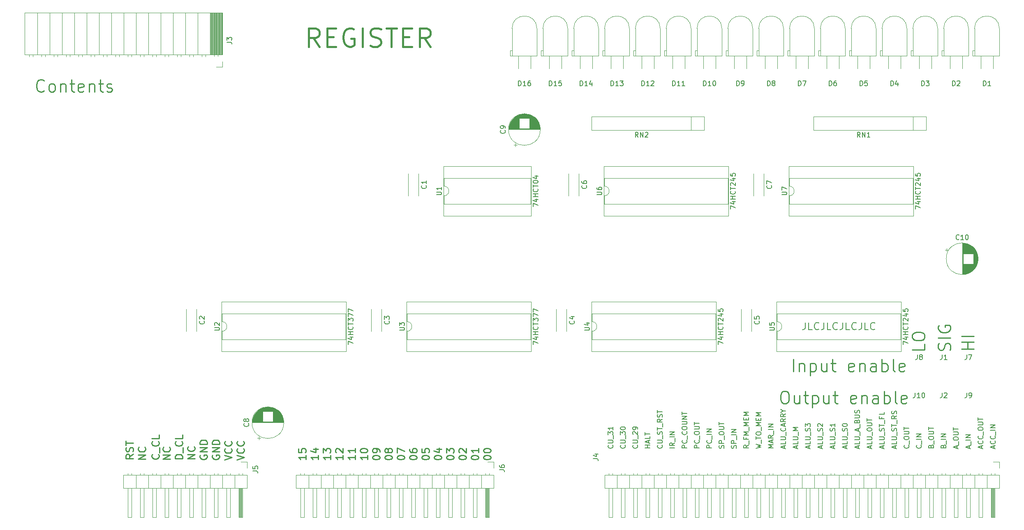
<source format=gbr>
G04 #@! TF.GenerationSoftware,KiCad,Pcbnew,(5.1.5)-3*
G04 #@! TF.CreationDate,2020-11-29T18:57:45-08:00*
G04 #@! TF.ProjectId,register16,72656769-7374-4657-9231-362e6b696361,rev?*
G04 #@! TF.SameCoordinates,Original*
G04 #@! TF.FileFunction,Legend,Top*
G04 #@! TF.FilePolarity,Positive*
%FSLAX46Y46*%
G04 Gerber Fmt 4.6, Leading zero omitted, Abs format (unit mm)*
G04 Created by KiCad (PCBNEW (5.1.5)-3) date 2020-11-29 18:57:45*
%MOMM*%
%LPD*%
G04 APERTURE LIST*
%ADD10C,0.200000*%
%ADD11C,0.381000*%
%ADD12C,0.254000*%
%ADD13C,0.120000*%
%ADD14C,0.150000*%
%ADD15C,0.177800*%
%ADD16C,0.250000*%
G04 APERTURE END LIST*
D10*
X235641428Y-102048571D02*
X235641428Y-103120000D01*
X235570000Y-103334285D01*
X235427142Y-103477142D01*
X235212857Y-103548571D01*
X235070000Y-103548571D01*
X237070000Y-103548571D02*
X236355714Y-103548571D01*
X236355714Y-102048571D01*
X238427142Y-103405714D02*
X238355714Y-103477142D01*
X238141428Y-103548571D01*
X237998571Y-103548571D01*
X237784285Y-103477142D01*
X237641428Y-103334285D01*
X237570000Y-103191428D01*
X237498571Y-102905714D01*
X237498571Y-102691428D01*
X237570000Y-102405714D01*
X237641428Y-102262857D01*
X237784285Y-102120000D01*
X237998571Y-102048571D01*
X238141428Y-102048571D01*
X238355714Y-102120000D01*
X238427142Y-102191428D01*
X239498571Y-102048571D02*
X239498571Y-103120000D01*
X239427142Y-103334285D01*
X239284285Y-103477142D01*
X239070000Y-103548571D01*
X238927142Y-103548571D01*
X240927142Y-103548571D02*
X240212857Y-103548571D01*
X240212857Y-102048571D01*
X242284285Y-103405714D02*
X242212857Y-103477142D01*
X241998571Y-103548571D01*
X241855714Y-103548571D01*
X241641428Y-103477142D01*
X241498571Y-103334285D01*
X241427142Y-103191428D01*
X241355714Y-102905714D01*
X241355714Y-102691428D01*
X241427142Y-102405714D01*
X241498571Y-102262857D01*
X241641428Y-102120000D01*
X241855714Y-102048571D01*
X241998571Y-102048571D01*
X242212857Y-102120000D01*
X242284285Y-102191428D01*
X243355714Y-102048571D02*
X243355714Y-103120000D01*
X243284285Y-103334285D01*
X243141428Y-103477142D01*
X242927142Y-103548571D01*
X242784285Y-103548571D01*
X244784285Y-103548571D02*
X244070000Y-103548571D01*
X244070000Y-102048571D01*
X246141428Y-103405714D02*
X246070000Y-103477142D01*
X245855714Y-103548571D01*
X245712857Y-103548571D01*
X245498571Y-103477142D01*
X245355714Y-103334285D01*
X245284285Y-103191428D01*
X245212857Y-102905714D01*
X245212857Y-102691428D01*
X245284285Y-102405714D01*
X245355714Y-102262857D01*
X245498571Y-102120000D01*
X245712857Y-102048571D01*
X245855714Y-102048571D01*
X246070000Y-102120000D01*
X246141428Y-102191428D01*
X247212857Y-102048571D02*
X247212857Y-103120000D01*
X247141428Y-103334285D01*
X246998571Y-103477142D01*
X246784285Y-103548571D01*
X246641428Y-103548571D01*
X248641428Y-103548571D02*
X247927142Y-103548571D01*
X247927142Y-102048571D01*
X249998571Y-103405714D02*
X249927142Y-103477142D01*
X249712857Y-103548571D01*
X249570000Y-103548571D01*
X249355714Y-103477142D01*
X249212857Y-103334285D01*
X249141428Y-103191428D01*
X249070000Y-102905714D01*
X249070000Y-102691428D01*
X249141428Y-102405714D01*
X249212857Y-102262857D01*
X249355714Y-102120000D01*
X249570000Y-102048571D01*
X249712857Y-102048571D01*
X249927142Y-102120000D01*
X249998571Y-102191428D01*
D11*
X135545285Y-45157571D02*
X134275285Y-43343285D01*
X133368142Y-45157571D02*
X133368142Y-41347571D01*
X134819571Y-41347571D01*
X135182428Y-41529000D01*
X135363857Y-41710428D01*
X135545285Y-42073285D01*
X135545285Y-42617571D01*
X135363857Y-42980428D01*
X135182428Y-43161857D01*
X134819571Y-43343285D01*
X133368142Y-43343285D01*
X137178142Y-43161857D02*
X138448142Y-43161857D01*
X138992428Y-45157571D02*
X137178142Y-45157571D01*
X137178142Y-41347571D01*
X138992428Y-41347571D01*
X142621000Y-41529000D02*
X142258142Y-41347571D01*
X141713857Y-41347571D01*
X141169571Y-41529000D01*
X140806714Y-41891857D01*
X140625285Y-42254714D01*
X140443857Y-42980428D01*
X140443857Y-43524714D01*
X140625285Y-44250428D01*
X140806714Y-44613285D01*
X141169571Y-44976142D01*
X141713857Y-45157571D01*
X142076714Y-45157571D01*
X142621000Y-44976142D01*
X142802428Y-44794714D01*
X142802428Y-43524714D01*
X142076714Y-43524714D01*
X144435285Y-45157571D02*
X144435285Y-41347571D01*
X146068142Y-44976142D02*
X146612428Y-45157571D01*
X147519571Y-45157571D01*
X147882428Y-44976142D01*
X148063857Y-44794714D01*
X148245285Y-44431857D01*
X148245285Y-44069000D01*
X148063857Y-43706142D01*
X147882428Y-43524714D01*
X147519571Y-43343285D01*
X146793857Y-43161857D01*
X146431000Y-42980428D01*
X146249571Y-42799000D01*
X146068142Y-42436142D01*
X146068142Y-42073285D01*
X146249571Y-41710428D01*
X146431000Y-41529000D01*
X146793857Y-41347571D01*
X147701000Y-41347571D01*
X148245285Y-41529000D01*
X149333857Y-41347571D02*
X151511000Y-41347571D01*
X150422428Y-45157571D02*
X150422428Y-41347571D01*
X152781000Y-43161857D02*
X154051000Y-43161857D01*
X154595285Y-45157571D02*
X152781000Y-45157571D01*
X152781000Y-41347571D01*
X154595285Y-41347571D01*
X158405285Y-45157571D02*
X157135285Y-43343285D01*
X156228142Y-45157571D02*
X156228142Y-41347571D01*
X157679571Y-41347571D01*
X158042428Y-41529000D01*
X158223857Y-41710428D01*
X158405285Y-42073285D01*
X158405285Y-42617571D01*
X158223857Y-42980428D01*
X158042428Y-43161857D01*
X157679571Y-43343285D01*
X156228142Y-43343285D01*
D12*
X78860952Y-54247142D02*
X78740000Y-54368095D01*
X78377142Y-54489047D01*
X78135238Y-54489047D01*
X77772380Y-54368095D01*
X77530476Y-54126190D01*
X77409523Y-53884285D01*
X77288571Y-53400476D01*
X77288571Y-53037619D01*
X77409523Y-52553809D01*
X77530476Y-52311904D01*
X77772380Y-52070000D01*
X78135238Y-51949047D01*
X78377142Y-51949047D01*
X78740000Y-52070000D01*
X78860952Y-52190952D01*
X80312380Y-54489047D02*
X80070476Y-54368095D01*
X79949523Y-54247142D01*
X79828571Y-54005238D01*
X79828571Y-53279523D01*
X79949523Y-53037619D01*
X80070476Y-52916666D01*
X80312380Y-52795714D01*
X80675238Y-52795714D01*
X80917142Y-52916666D01*
X81038095Y-53037619D01*
X81159047Y-53279523D01*
X81159047Y-54005238D01*
X81038095Y-54247142D01*
X80917142Y-54368095D01*
X80675238Y-54489047D01*
X80312380Y-54489047D01*
X82247619Y-52795714D02*
X82247619Y-54489047D01*
X82247619Y-53037619D02*
X82368571Y-52916666D01*
X82610476Y-52795714D01*
X82973333Y-52795714D01*
X83215238Y-52916666D01*
X83336190Y-53158571D01*
X83336190Y-54489047D01*
X84182857Y-52795714D02*
X85150476Y-52795714D01*
X84545714Y-51949047D02*
X84545714Y-54126190D01*
X84666666Y-54368095D01*
X84908571Y-54489047D01*
X85150476Y-54489047D01*
X86964761Y-54368095D02*
X86722857Y-54489047D01*
X86239047Y-54489047D01*
X85997142Y-54368095D01*
X85876190Y-54126190D01*
X85876190Y-53158571D01*
X85997142Y-52916666D01*
X86239047Y-52795714D01*
X86722857Y-52795714D01*
X86964761Y-52916666D01*
X87085714Y-53158571D01*
X87085714Y-53400476D01*
X85876190Y-53642380D01*
X88174285Y-52795714D02*
X88174285Y-54489047D01*
X88174285Y-53037619D02*
X88295238Y-52916666D01*
X88537142Y-52795714D01*
X88900000Y-52795714D01*
X89141904Y-52916666D01*
X89262857Y-53158571D01*
X89262857Y-54489047D01*
X90109523Y-52795714D02*
X91077142Y-52795714D01*
X90472380Y-51949047D02*
X90472380Y-54126190D01*
X90593333Y-54368095D01*
X90835238Y-54489047D01*
X91077142Y-54489047D01*
X91802857Y-54368095D02*
X92044761Y-54489047D01*
X92528571Y-54489047D01*
X92770476Y-54368095D01*
X92891428Y-54126190D01*
X92891428Y-54005238D01*
X92770476Y-53763333D01*
X92528571Y-53642380D01*
X92165714Y-53642380D01*
X91923809Y-53521428D01*
X91802857Y-53279523D01*
X91802857Y-53158571D01*
X91923809Y-52916666D01*
X92165714Y-52795714D01*
X92528571Y-52795714D01*
X92770476Y-52916666D01*
X265442095Y-107756476D02*
X265563047Y-107393619D01*
X265563047Y-106788857D01*
X265442095Y-106546952D01*
X265321142Y-106426000D01*
X265079238Y-106305047D01*
X264837333Y-106305047D01*
X264595428Y-106426000D01*
X264474476Y-106546952D01*
X264353523Y-106788857D01*
X264232571Y-107272666D01*
X264111619Y-107514571D01*
X263990666Y-107635523D01*
X263748761Y-107756476D01*
X263506857Y-107756476D01*
X263264952Y-107635523D01*
X263144000Y-107514571D01*
X263023047Y-107272666D01*
X263023047Y-106667904D01*
X263144000Y-106305047D01*
X265563047Y-105216476D02*
X263023047Y-105216476D01*
X263144000Y-102676476D02*
X263023047Y-102918380D01*
X263023047Y-103281238D01*
X263144000Y-103644095D01*
X263385904Y-103886000D01*
X263627809Y-104006952D01*
X264111619Y-104127904D01*
X264474476Y-104127904D01*
X264958285Y-104006952D01*
X265200190Y-103886000D01*
X265442095Y-103644095D01*
X265563047Y-103281238D01*
X265563047Y-103039333D01*
X265442095Y-102676476D01*
X265321142Y-102555523D01*
X264474476Y-102555523D01*
X264474476Y-103039333D01*
X270389047Y-107502476D02*
X267849047Y-107502476D01*
X269058571Y-107502476D02*
X269058571Y-106051047D01*
X270389047Y-106051047D02*
X267849047Y-106051047D01*
X270389047Y-104841523D02*
X267849047Y-104841523D01*
X260229047Y-106462285D02*
X260229047Y-107671809D01*
X257689047Y-107671809D01*
X257689047Y-105131809D02*
X257689047Y-104648000D01*
X257810000Y-104406095D01*
X258051904Y-104164190D01*
X258535714Y-104043238D01*
X259382380Y-104043238D01*
X259866190Y-104164190D01*
X260108095Y-104406095D01*
X260229047Y-104648000D01*
X260229047Y-105131809D01*
X260108095Y-105373714D01*
X259866190Y-105615619D01*
X259382380Y-105736571D01*
X258535714Y-105736571D01*
X258051904Y-105615619D01*
X257810000Y-105373714D01*
X257689047Y-105131809D01*
X231188380Y-116211047D02*
X231672190Y-116211047D01*
X231914095Y-116332000D01*
X232156000Y-116573904D01*
X232276952Y-117057714D01*
X232276952Y-117904380D01*
X232156000Y-118388190D01*
X231914095Y-118630095D01*
X231672190Y-118751047D01*
X231188380Y-118751047D01*
X230946476Y-118630095D01*
X230704571Y-118388190D01*
X230583619Y-117904380D01*
X230583619Y-117057714D01*
X230704571Y-116573904D01*
X230946476Y-116332000D01*
X231188380Y-116211047D01*
X234454095Y-117057714D02*
X234454095Y-118751047D01*
X233365523Y-117057714D02*
X233365523Y-118388190D01*
X233486476Y-118630095D01*
X233728380Y-118751047D01*
X234091238Y-118751047D01*
X234333142Y-118630095D01*
X234454095Y-118509142D01*
X235300761Y-117057714D02*
X236268380Y-117057714D01*
X235663619Y-116211047D02*
X235663619Y-118388190D01*
X235784571Y-118630095D01*
X236026476Y-118751047D01*
X236268380Y-118751047D01*
X237115047Y-117057714D02*
X237115047Y-119597714D01*
X237115047Y-117178666D02*
X237356952Y-117057714D01*
X237840761Y-117057714D01*
X238082666Y-117178666D01*
X238203619Y-117299619D01*
X238324571Y-117541523D01*
X238324571Y-118267238D01*
X238203619Y-118509142D01*
X238082666Y-118630095D01*
X237840761Y-118751047D01*
X237356952Y-118751047D01*
X237115047Y-118630095D01*
X240501714Y-117057714D02*
X240501714Y-118751047D01*
X239413142Y-117057714D02*
X239413142Y-118388190D01*
X239534095Y-118630095D01*
X239776000Y-118751047D01*
X240138857Y-118751047D01*
X240380761Y-118630095D01*
X240501714Y-118509142D01*
X241348380Y-117057714D02*
X242316000Y-117057714D01*
X241711238Y-116211047D02*
X241711238Y-118388190D01*
X241832190Y-118630095D01*
X242074095Y-118751047D01*
X242316000Y-118751047D01*
X246065523Y-118630095D02*
X245823619Y-118751047D01*
X245339809Y-118751047D01*
X245097904Y-118630095D01*
X244976952Y-118388190D01*
X244976952Y-117420571D01*
X245097904Y-117178666D01*
X245339809Y-117057714D01*
X245823619Y-117057714D01*
X246065523Y-117178666D01*
X246186476Y-117420571D01*
X246186476Y-117662476D01*
X244976952Y-117904380D01*
X247275047Y-117057714D02*
X247275047Y-118751047D01*
X247275047Y-117299619D02*
X247396000Y-117178666D01*
X247637904Y-117057714D01*
X248000761Y-117057714D01*
X248242666Y-117178666D01*
X248363619Y-117420571D01*
X248363619Y-118751047D01*
X250661714Y-118751047D02*
X250661714Y-117420571D01*
X250540761Y-117178666D01*
X250298857Y-117057714D01*
X249815047Y-117057714D01*
X249573142Y-117178666D01*
X250661714Y-118630095D02*
X250419809Y-118751047D01*
X249815047Y-118751047D01*
X249573142Y-118630095D01*
X249452190Y-118388190D01*
X249452190Y-118146285D01*
X249573142Y-117904380D01*
X249815047Y-117783428D01*
X250419809Y-117783428D01*
X250661714Y-117662476D01*
X251871238Y-118751047D02*
X251871238Y-116211047D01*
X251871238Y-117178666D02*
X252113142Y-117057714D01*
X252596952Y-117057714D01*
X252838857Y-117178666D01*
X252959809Y-117299619D01*
X253080761Y-117541523D01*
X253080761Y-118267238D01*
X252959809Y-118509142D01*
X252838857Y-118630095D01*
X252596952Y-118751047D01*
X252113142Y-118751047D01*
X251871238Y-118630095D01*
X254532190Y-118751047D02*
X254290285Y-118630095D01*
X254169333Y-118388190D01*
X254169333Y-116211047D01*
X256467428Y-118630095D02*
X256225523Y-118751047D01*
X255741714Y-118751047D01*
X255499809Y-118630095D01*
X255378857Y-118388190D01*
X255378857Y-117420571D01*
X255499809Y-117178666D01*
X255741714Y-117057714D01*
X256225523Y-117057714D01*
X256467428Y-117178666D01*
X256588380Y-117420571D01*
X256588380Y-117662476D01*
X255378857Y-117904380D01*
X233172000Y-112147047D02*
X233172000Y-109607047D01*
X234381523Y-110453714D02*
X234381523Y-112147047D01*
X234381523Y-110695619D02*
X234502476Y-110574666D01*
X234744380Y-110453714D01*
X235107238Y-110453714D01*
X235349142Y-110574666D01*
X235470095Y-110816571D01*
X235470095Y-112147047D01*
X236679619Y-110453714D02*
X236679619Y-112993714D01*
X236679619Y-110574666D02*
X236921523Y-110453714D01*
X237405333Y-110453714D01*
X237647238Y-110574666D01*
X237768190Y-110695619D01*
X237889142Y-110937523D01*
X237889142Y-111663238D01*
X237768190Y-111905142D01*
X237647238Y-112026095D01*
X237405333Y-112147047D01*
X236921523Y-112147047D01*
X236679619Y-112026095D01*
X240066285Y-110453714D02*
X240066285Y-112147047D01*
X238977714Y-110453714D02*
X238977714Y-111784190D01*
X239098666Y-112026095D01*
X239340571Y-112147047D01*
X239703428Y-112147047D01*
X239945333Y-112026095D01*
X240066285Y-111905142D01*
X240912952Y-110453714D02*
X241880571Y-110453714D01*
X241275809Y-109607047D02*
X241275809Y-111784190D01*
X241396761Y-112026095D01*
X241638666Y-112147047D01*
X241880571Y-112147047D01*
X245630095Y-112026095D02*
X245388190Y-112147047D01*
X244904380Y-112147047D01*
X244662476Y-112026095D01*
X244541523Y-111784190D01*
X244541523Y-110816571D01*
X244662476Y-110574666D01*
X244904380Y-110453714D01*
X245388190Y-110453714D01*
X245630095Y-110574666D01*
X245751047Y-110816571D01*
X245751047Y-111058476D01*
X244541523Y-111300380D01*
X246839619Y-110453714D02*
X246839619Y-112147047D01*
X246839619Y-110695619D02*
X246960571Y-110574666D01*
X247202476Y-110453714D01*
X247565333Y-110453714D01*
X247807238Y-110574666D01*
X247928190Y-110816571D01*
X247928190Y-112147047D01*
X250226285Y-112147047D02*
X250226285Y-110816571D01*
X250105333Y-110574666D01*
X249863428Y-110453714D01*
X249379619Y-110453714D01*
X249137714Y-110574666D01*
X250226285Y-112026095D02*
X249984380Y-112147047D01*
X249379619Y-112147047D01*
X249137714Y-112026095D01*
X249016761Y-111784190D01*
X249016761Y-111542285D01*
X249137714Y-111300380D01*
X249379619Y-111179428D01*
X249984380Y-111179428D01*
X250226285Y-111058476D01*
X251435809Y-112147047D02*
X251435809Y-109607047D01*
X251435809Y-110574666D02*
X251677714Y-110453714D01*
X252161523Y-110453714D01*
X252403428Y-110574666D01*
X252524380Y-110695619D01*
X252645333Y-110937523D01*
X252645333Y-111663238D01*
X252524380Y-111905142D01*
X252403428Y-112026095D01*
X252161523Y-112147047D01*
X251677714Y-112147047D01*
X251435809Y-112026095D01*
X254096761Y-112147047D02*
X253854857Y-112026095D01*
X253733904Y-111784190D01*
X253733904Y-109607047D01*
X256032000Y-112026095D02*
X255790095Y-112147047D01*
X255306285Y-112147047D01*
X255064380Y-112026095D01*
X254943428Y-111784190D01*
X254943428Y-110816571D01*
X255064380Y-110574666D01*
X255306285Y-110453714D01*
X255790095Y-110453714D01*
X256032000Y-110574666D01*
X256152952Y-110816571D01*
X256152952Y-111058476D01*
X254943428Y-111300380D01*
D13*
X264764759Y-86746000D02*
X264764759Y-87376000D01*
X264449759Y-87061000D02*
X265079759Y-87061000D01*
X271191000Y-88498000D02*
X271191000Y-89302000D01*
X271151000Y-88267000D02*
X271151000Y-89533000D01*
X271111000Y-88098000D02*
X271111000Y-89702000D01*
X271071000Y-87960000D02*
X271071000Y-89840000D01*
X271031000Y-87841000D02*
X271031000Y-89959000D01*
X270991000Y-87735000D02*
X270991000Y-90065000D01*
X270951000Y-87638000D02*
X270951000Y-90162000D01*
X270911000Y-87550000D02*
X270911000Y-90250000D01*
X270871000Y-87468000D02*
X270871000Y-90332000D01*
X270831000Y-87391000D02*
X270831000Y-90409000D01*
X270791000Y-87319000D02*
X270791000Y-90481000D01*
X270751000Y-87250000D02*
X270751000Y-90550000D01*
X270711000Y-87186000D02*
X270711000Y-90614000D01*
X270671000Y-87124000D02*
X270671000Y-90676000D01*
X270631000Y-87066000D02*
X270631000Y-90734000D01*
X270591000Y-87010000D02*
X270591000Y-90790000D01*
X270551000Y-86956000D02*
X270551000Y-90844000D01*
X270511000Y-86905000D02*
X270511000Y-90895000D01*
X270471000Y-86856000D02*
X270471000Y-90944000D01*
X270431000Y-86808000D02*
X270431000Y-90992000D01*
X270391000Y-86763000D02*
X270391000Y-91037000D01*
X270351000Y-86718000D02*
X270351000Y-91082000D01*
X270311000Y-86676000D02*
X270311000Y-91124000D01*
X270271000Y-86635000D02*
X270271000Y-91165000D01*
X270231000Y-89940000D02*
X270231000Y-91205000D01*
X270231000Y-86595000D02*
X270231000Y-87860000D01*
X270191000Y-89940000D02*
X270191000Y-91243000D01*
X270191000Y-86557000D02*
X270191000Y-87860000D01*
X270151000Y-89940000D02*
X270151000Y-91280000D01*
X270151000Y-86520000D02*
X270151000Y-87860000D01*
X270111000Y-89940000D02*
X270111000Y-91316000D01*
X270111000Y-86484000D02*
X270111000Y-87860000D01*
X270071000Y-89940000D02*
X270071000Y-91350000D01*
X270071000Y-86450000D02*
X270071000Y-87860000D01*
X270031000Y-89940000D02*
X270031000Y-91384000D01*
X270031000Y-86416000D02*
X270031000Y-87860000D01*
X269991000Y-89940000D02*
X269991000Y-91416000D01*
X269991000Y-86384000D02*
X269991000Y-87860000D01*
X269951000Y-89940000D02*
X269951000Y-91448000D01*
X269951000Y-86352000D02*
X269951000Y-87860000D01*
X269911000Y-89940000D02*
X269911000Y-91478000D01*
X269911000Y-86322000D02*
X269911000Y-87860000D01*
X269871000Y-89940000D02*
X269871000Y-91507000D01*
X269871000Y-86293000D02*
X269871000Y-87860000D01*
X269831000Y-89940000D02*
X269831000Y-91536000D01*
X269831000Y-86264000D02*
X269831000Y-87860000D01*
X269791000Y-89940000D02*
X269791000Y-91564000D01*
X269791000Y-86236000D02*
X269791000Y-87860000D01*
X269751000Y-89940000D02*
X269751000Y-91590000D01*
X269751000Y-86210000D02*
X269751000Y-87860000D01*
X269711000Y-89940000D02*
X269711000Y-91616000D01*
X269711000Y-86184000D02*
X269711000Y-87860000D01*
X269671000Y-89940000D02*
X269671000Y-91642000D01*
X269671000Y-86158000D02*
X269671000Y-87860000D01*
X269631000Y-89940000D02*
X269631000Y-91666000D01*
X269631000Y-86134000D02*
X269631000Y-87860000D01*
X269591000Y-89940000D02*
X269591000Y-91690000D01*
X269591000Y-86110000D02*
X269591000Y-87860000D01*
X269551000Y-89940000D02*
X269551000Y-91712000D01*
X269551000Y-86088000D02*
X269551000Y-87860000D01*
X269511000Y-89940000D02*
X269511000Y-91734000D01*
X269511000Y-86066000D02*
X269511000Y-87860000D01*
X269471000Y-89940000D02*
X269471000Y-91756000D01*
X269471000Y-86044000D02*
X269471000Y-87860000D01*
X269431000Y-89940000D02*
X269431000Y-91776000D01*
X269431000Y-86024000D02*
X269431000Y-87860000D01*
X269391000Y-89940000D02*
X269391000Y-91796000D01*
X269391000Y-86004000D02*
X269391000Y-87860000D01*
X269351000Y-89940000D02*
X269351000Y-91816000D01*
X269351000Y-85984000D02*
X269351000Y-87860000D01*
X269311000Y-89940000D02*
X269311000Y-91834000D01*
X269311000Y-85966000D02*
X269311000Y-87860000D01*
X269271000Y-89940000D02*
X269271000Y-91852000D01*
X269271000Y-85948000D02*
X269271000Y-87860000D01*
X269231000Y-89940000D02*
X269231000Y-91870000D01*
X269231000Y-85930000D02*
X269231000Y-87860000D01*
X269191000Y-89940000D02*
X269191000Y-91886000D01*
X269191000Y-85914000D02*
X269191000Y-87860000D01*
X269151000Y-89940000D02*
X269151000Y-91902000D01*
X269151000Y-85898000D02*
X269151000Y-87860000D01*
X269111000Y-89940000D02*
X269111000Y-91918000D01*
X269111000Y-85882000D02*
X269111000Y-87860000D01*
X269071000Y-89940000D02*
X269071000Y-91933000D01*
X269071000Y-85867000D02*
X269071000Y-87860000D01*
X269031000Y-89940000D02*
X269031000Y-91947000D01*
X269031000Y-85853000D02*
X269031000Y-87860000D01*
X268991000Y-89940000D02*
X268991000Y-91961000D01*
X268991000Y-85839000D02*
X268991000Y-87860000D01*
X268951000Y-89940000D02*
X268951000Y-91974000D01*
X268951000Y-85826000D02*
X268951000Y-87860000D01*
X268911000Y-89940000D02*
X268911000Y-91986000D01*
X268911000Y-85814000D02*
X268911000Y-87860000D01*
X268871000Y-89940000D02*
X268871000Y-91998000D01*
X268871000Y-85802000D02*
X268871000Y-87860000D01*
X268831000Y-89940000D02*
X268831000Y-92010000D01*
X268831000Y-85790000D02*
X268831000Y-87860000D01*
X268791000Y-89940000D02*
X268791000Y-92021000D01*
X268791000Y-85779000D02*
X268791000Y-87860000D01*
X268751000Y-89940000D02*
X268751000Y-92031000D01*
X268751000Y-85769000D02*
X268751000Y-87860000D01*
X268711000Y-89940000D02*
X268711000Y-92041000D01*
X268711000Y-85759000D02*
X268711000Y-87860000D01*
X268671000Y-89940000D02*
X268671000Y-92050000D01*
X268671000Y-85750000D02*
X268671000Y-87860000D01*
X268630000Y-89940000D02*
X268630000Y-92059000D01*
X268630000Y-85741000D02*
X268630000Y-87860000D01*
X268590000Y-89940000D02*
X268590000Y-92067000D01*
X268590000Y-85733000D02*
X268590000Y-87860000D01*
X268550000Y-89940000D02*
X268550000Y-92075000D01*
X268550000Y-85725000D02*
X268550000Y-87860000D01*
X268510000Y-89940000D02*
X268510000Y-92082000D01*
X268510000Y-85718000D02*
X268510000Y-87860000D01*
X268470000Y-89940000D02*
X268470000Y-92089000D01*
X268470000Y-85711000D02*
X268470000Y-87860000D01*
X268430000Y-89940000D02*
X268430000Y-92095000D01*
X268430000Y-85705000D02*
X268430000Y-87860000D01*
X268390000Y-89940000D02*
X268390000Y-92101000D01*
X268390000Y-85699000D02*
X268390000Y-87860000D01*
X268350000Y-89940000D02*
X268350000Y-92106000D01*
X268350000Y-85694000D02*
X268350000Y-87860000D01*
X268310000Y-89940000D02*
X268310000Y-92111000D01*
X268310000Y-85689000D02*
X268310000Y-87860000D01*
X268270000Y-89940000D02*
X268270000Y-92115000D01*
X268270000Y-85685000D02*
X268270000Y-87860000D01*
X268230000Y-89940000D02*
X268230000Y-92118000D01*
X268230000Y-85682000D02*
X268230000Y-87860000D01*
X268190000Y-89940000D02*
X268190000Y-92122000D01*
X268190000Y-85678000D02*
X268190000Y-87860000D01*
X268150000Y-85676000D02*
X268150000Y-92124000D01*
X268110000Y-85673000D02*
X268110000Y-92127000D01*
X268070000Y-85672000D02*
X268070000Y-92128000D01*
X268030000Y-85670000D02*
X268030000Y-92130000D01*
X267990000Y-85670000D02*
X267990000Y-92130000D01*
X267950000Y-85670000D02*
X267950000Y-92130000D01*
X271220000Y-88900000D02*
G75*
G03X271220000Y-88900000I-3270000J0D01*
G01*
X175646000Y-65435241D02*
X176276000Y-65435241D01*
X175961000Y-65750241D02*
X175961000Y-65120241D01*
X177398000Y-59009000D02*
X178202000Y-59009000D01*
X177167000Y-59049000D02*
X178433000Y-59049000D01*
X176998000Y-59089000D02*
X178602000Y-59089000D01*
X176860000Y-59129000D02*
X178740000Y-59129000D01*
X176741000Y-59169000D02*
X178859000Y-59169000D01*
X176635000Y-59209000D02*
X178965000Y-59209000D01*
X176538000Y-59249000D02*
X179062000Y-59249000D01*
X176450000Y-59289000D02*
X179150000Y-59289000D01*
X176368000Y-59329000D02*
X179232000Y-59329000D01*
X176291000Y-59369000D02*
X179309000Y-59369000D01*
X176219000Y-59409000D02*
X179381000Y-59409000D01*
X176150000Y-59449000D02*
X179450000Y-59449000D01*
X176086000Y-59489000D02*
X179514000Y-59489000D01*
X176024000Y-59529000D02*
X179576000Y-59529000D01*
X175966000Y-59569000D02*
X179634000Y-59569000D01*
X175910000Y-59609000D02*
X179690000Y-59609000D01*
X175856000Y-59649000D02*
X179744000Y-59649000D01*
X175805000Y-59689000D02*
X179795000Y-59689000D01*
X175756000Y-59729000D02*
X179844000Y-59729000D01*
X175708000Y-59769000D02*
X179892000Y-59769000D01*
X175663000Y-59809000D02*
X179937000Y-59809000D01*
X175618000Y-59849000D02*
X179982000Y-59849000D01*
X175576000Y-59889000D02*
X180024000Y-59889000D01*
X175535000Y-59929000D02*
X180065000Y-59929000D01*
X178840000Y-59969000D02*
X180105000Y-59969000D01*
X175495000Y-59969000D02*
X176760000Y-59969000D01*
X178840000Y-60009000D02*
X180143000Y-60009000D01*
X175457000Y-60009000D02*
X176760000Y-60009000D01*
X178840000Y-60049000D02*
X180180000Y-60049000D01*
X175420000Y-60049000D02*
X176760000Y-60049000D01*
X178840000Y-60089000D02*
X180216000Y-60089000D01*
X175384000Y-60089000D02*
X176760000Y-60089000D01*
X178840000Y-60129000D02*
X180250000Y-60129000D01*
X175350000Y-60129000D02*
X176760000Y-60129000D01*
X178840000Y-60169000D02*
X180284000Y-60169000D01*
X175316000Y-60169000D02*
X176760000Y-60169000D01*
X178840000Y-60209000D02*
X180316000Y-60209000D01*
X175284000Y-60209000D02*
X176760000Y-60209000D01*
X178840000Y-60249000D02*
X180348000Y-60249000D01*
X175252000Y-60249000D02*
X176760000Y-60249000D01*
X178840000Y-60289000D02*
X180378000Y-60289000D01*
X175222000Y-60289000D02*
X176760000Y-60289000D01*
X178840000Y-60329000D02*
X180407000Y-60329000D01*
X175193000Y-60329000D02*
X176760000Y-60329000D01*
X178840000Y-60369000D02*
X180436000Y-60369000D01*
X175164000Y-60369000D02*
X176760000Y-60369000D01*
X178840000Y-60409000D02*
X180464000Y-60409000D01*
X175136000Y-60409000D02*
X176760000Y-60409000D01*
X178840000Y-60449000D02*
X180490000Y-60449000D01*
X175110000Y-60449000D02*
X176760000Y-60449000D01*
X178840000Y-60489000D02*
X180516000Y-60489000D01*
X175084000Y-60489000D02*
X176760000Y-60489000D01*
X178840000Y-60529000D02*
X180542000Y-60529000D01*
X175058000Y-60529000D02*
X176760000Y-60529000D01*
X178840000Y-60569000D02*
X180566000Y-60569000D01*
X175034000Y-60569000D02*
X176760000Y-60569000D01*
X178840000Y-60609000D02*
X180590000Y-60609000D01*
X175010000Y-60609000D02*
X176760000Y-60609000D01*
X178840000Y-60649000D02*
X180612000Y-60649000D01*
X174988000Y-60649000D02*
X176760000Y-60649000D01*
X178840000Y-60689000D02*
X180634000Y-60689000D01*
X174966000Y-60689000D02*
X176760000Y-60689000D01*
X178840000Y-60729000D02*
X180656000Y-60729000D01*
X174944000Y-60729000D02*
X176760000Y-60729000D01*
X178840000Y-60769000D02*
X180676000Y-60769000D01*
X174924000Y-60769000D02*
X176760000Y-60769000D01*
X178840000Y-60809000D02*
X180696000Y-60809000D01*
X174904000Y-60809000D02*
X176760000Y-60809000D01*
X178840000Y-60849000D02*
X180716000Y-60849000D01*
X174884000Y-60849000D02*
X176760000Y-60849000D01*
X178840000Y-60889000D02*
X180734000Y-60889000D01*
X174866000Y-60889000D02*
X176760000Y-60889000D01*
X178840000Y-60929000D02*
X180752000Y-60929000D01*
X174848000Y-60929000D02*
X176760000Y-60929000D01*
X178840000Y-60969000D02*
X180770000Y-60969000D01*
X174830000Y-60969000D02*
X176760000Y-60969000D01*
X178840000Y-61009000D02*
X180786000Y-61009000D01*
X174814000Y-61009000D02*
X176760000Y-61009000D01*
X178840000Y-61049000D02*
X180802000Y-61049000D01*
X174798000Y-61049000D02*
X176760000Y-61049000D01*
X178840000Y-61089000D02*
X180818000Y-61089000D01*
X174782000Y-61089000D02*
X176760000Y-61089000D01*
X178840000Y-61129000D02*
X180833000Y-61129000D01*
X174767000Y-61129000D02*
X176760000Y-61129000D01*
X178840000Y-61169000D02*
X180847000Y-61169000D01*
X174753000Y-61169000D02*
X176760000Y-61169000D01*
X178840000Y-61209000D02*
X180861000Y-61209000D01*
X174739000Y-61209000D02*
X176760000Y-61209000D01*
X178840000Y-61249000D02*
X180874000Y-61249000D01*
X174726000Y-61249000D02*
X176760000Y-61249000D01*
X178840000Y-61289000D02*
X180886000Y-61289000D01*
X174714000Y-61289000D02*
X176760000Y-61289000D01*
X178840000Y-61329000D02*
X180898000Y-61329000D01*
X174702000Y-61329000D02*
X176760000Y-61329000D01*
X178840000Y-61369000D02*
X180910000Y-61369000D01*
X174690000Y-61369000D02*
X176760000Y-61369000D01*
X178840000Y-61409000D02*
X180921000Y-61409000D01*
X174679000Y-61409000D02*
X176760000Y-61409000D01*
X178840000Y-61449000D02*
X180931000Y-61449000D01*
X174669000Y-61449000D02*
X176760000Y-61449000D01*
X178840000Y-61489000D02*
X180941000Y-61489000D01*
X174659000Y-61489000D02*
X176760000Y-61489000D01*
X178840000Y-61529000D02*
X180950000Y-61529000D01*
X174650000Y-61529000D02*
X176760000Y-61529000D01*
X178840000Y-61570000D02*
X180959000Y-61570000D01*
X174641000Y-61570000D02*
X176760000Y-61570000D01*
X178840000Y-61610000D02*
X180967000Y-61610000D01*
X174633000Y-61610000D02*
X176760000Y-61610000D01*
X178840000Y-61650000D02*
X180975000Y-61650000D01*
X174625000Y-61650000D02*
X176760000Y-61650000D01*
X178840000Y-61690000D02*
X180982000Y-61690000D01*
X174618000Y-61690000D02*
X176760000Y-61690000D01*
X178840000Y-61730000D02*
X180989000Y-61730000D01*
X174611000Y-61730000D02*
X176760000Y-61730000D01*
X178840000Y-61770000D02*
X180995000Y-61770000D01*
X174605000Y-61770000D02*
X176760000Y-61770000D01*
X178840000Y-61810000D02*
X181001000Y-61810000D01*
X174599000Y-61810000D02*
X176760000Y-61810000D01*
X178840000Y-61850000D02*
X181006000Y-61850000D01*
X174594000Y-61850000D02*
X176760000Y-61850000D01*
X178840000Y-61890000D02*
X181011000Y-61890000D01*
X174589000Y-61890000D02*
X176760000Y-61890000D01*
X178840000Y-61930000D02*
X181015000Y-61930000D01*
X174585000Y-61930000D02*
X176760000Y-61930000D01*
X178840000Y-61970000D02*
X181018000Y-61970000D01*
X174582000Y-61970000D02*
X176760000Y-61970000D01*
X178840000Y-62010000D02*
X181022000Y-62010000D01*
X174578000Y-62010000D02*
X176760000Y-62010000D01*
X174576000Y-62050000D02*
X181024000Y-62050000D01*
X174573000Y-62090000D02*
X181027000Y-62090000D01*
X174572000Y-62130000D02*
X181028000Y-62130000D01*
X174570000Y-62170000D02*
X181030000Y-62170000D01*
X174570000Y-62210000D02*
X181030000Y-62210000D01*
X174570000Y-62250000D02*
X181030000Y-62250000D01*
X181070000Y-62250000D02*
G75*
G03X181070000Y-62250000I-3270000J0D01*
G01*
X275650000Y-133520000D02*
X194310000Y-133520000D01*
X194310000Y-136180000D02*
X275650000Y-136180000D01*
X275650000Y-136180000D02*
X275650000Y-133520000D01*
X274700000Y-136180000D02*
X274700000Y-142180000D01*
X274700000Y-142180000D02*
X273940000Y-142180000D01*
X273940000Y-142180000D02*
X273940000Y-136180000D01*
X274640000Y-136180000D02*
X274640000Y-142180000D01*
X274520000Y-136180000D02*
X274520000Y-142180000D01*
X274400000Y-136180000D02*
X274400000Y-142180000D01*
X274280000Y-136180000D02*
X274280000Y-142180000D01*
X274160000Y-136180000D02*
X274160000Y-142180000D01*
X274040000Y-136180000D02*
X274040000Y-142180000D01*
X274700000Y-133190000D02*
X274700000Y-133520000D01*
X273940000Y-133190000D02*
X273940000Y-133520000D01*
X273050000Y-133520000D02*
X273050000Y-136180000D01*
X272160000Y-136180000D02*
X272160000Y-142180000D01*
X272160000Y-142180000D02*
X271400000Y-142180000D01*
X271400000Y-142180000D02*
X271400000Y-136180000D01*
X272160000Y-133122929D02*
X272160000Y-133520000D01*
X271400000Y-133122929D02*
X271400000Y-133520000D01*
X270510000Y-133520000D02*
X270510000Y-136180000D01*
X269620000Y-136180000D02*
X269620000Y-142180000D01*
X269620000Y-142180000D02*
X268860000Y-142180000D01*
X268860000Y-142180000D02*
X268860000Y-136180000D01*
X269620000Y-133122929D02*
X269620000Y-133520000D01*
X268860000Y-133122929D02*
X268860000Y-133520000D01*
X267970000Y-133520000D02*
X267970000Y-136180000D01*
X267080000Y-136180000D02*
X267080000Y-142180000D01*
X267080000Y-142180000D02*
X266320000Y-142180000D01*
X266320000Y-142180000D02*
X266320000Y-136180000D01*
X267080000Y-133122929D02*
X267080000Y-133520000D01*
X266320000Y-133122929D02*
X266320000Y-133520000D01*
X265430000Y-133520000D02*
X265430000Y-136180000D01*
X264540000Y-136180000D02*
X264540000Y-142180000D01*
X264540000Y-142180000D02*
X263780000Y-142180000D01*
X263780000Y-142180000D02*
X263780000Y-136180000D01*
X264540000Y-133122929D02*
X264540000Y-133520000D01*
X263780000Y-133122929D02*
X263780000Y-133520000D01*
X262890000Y-133520000D02*
X262890000Y-136180000D01*
X262000000Y-136180000D02*
X262000000Y-142180000D01*
X262000000Y-142180000D02*
X261240000Y-142180000D01*
X261240000Y-142180000D02*
X261240000Y-136180000D01*
X262000000Y-133122929D02*
X262000000Y-133520000D01*
X261240000Y-133122929D02*
X261240000Y-133520000D01*
X260350000Y-133520000D02*
X260350000Y-136180000D01*
X259460000Y-136180000D02*
X259460000Y-142180000D01*
X259460000Y-142180000D02*
X258700000Y-142180000D01*
X258700000Y-142180000D02*
X258700000Y-136180000D01*
X259460000Y-133122929D02*
X259460000Y-133520000D01*
X258700000Y-133122929D02*
X258700000Y-133520000D01*
X257810000Y-133520000D02*
X257810000Y-136180000D01*
X256920000Y-136180000D02*
X256920000Y-142180000D01*
X256920000Y-142180000D02*
X256160000Y-142180000D01*
X256160000Y-142180000D02*
X256160000Y-136180000D01*
X256920000Y-133122929D02*
X256920000Y-133520000D01*
X256160000Y-133122929D02*
X256160000Y-133520000D01*
X255270000Y-133520000D02*
X255270000Y-136180000D01*
X254380000Y-136180000D02*
X254380000Y-142180000D01*
X254380000Y-142180000D02*
X253620000Y-142180000D01*
X253620000Y-142180000D02*
X253620000Y-136180000D01*
X254380000Y-133122929D02*
X254380000Y-133520000D01*
X253620000Y-133122929D02*
X253620000Y-133520000D01*
X252730000Y-133520000D02*
X252730000Y-136180000D01*
X251840000Y-136180000D02*
X251840000Y-142180000D01*
X251840000Y-142180000D02*
X251080000Y-142180000D01*
X251080000Y-142180000D02*
X251080000Y-136180000D01*
X251840000Y-133122929D02*
X251840000Y-133520000D01*
X251080000Y-133122929D02*
X251080000Y-133520000D01*
X250190000Y-133520000D02*
X250190000Y-136180000D01*
X249300000Y-136180000D02*
X249300000Y-142180000D01*
X249300000Y-142180000D02*
X248540000Y-142180000D01*
X248540000Y-142180000D02*
X248540000Y-136180000D01*
X249300000Y-133122929D02*
X249300000Y-133520000D01*
X248540000Y-133122929D02*
X248540000Y-133520000D01*
X247650000Y-133520000D02*
X247650000Y-136180000D01*
X246760000Y-136180000D02*
X246760000Y-142180000D01*
X246760000Y-142180000D02*
X246000000Y-142180000D01*
X246000000Y-142180000D02*
X246000000Y-136180000D01*
X246760000Y-133122929D02*
X246760000Y-133520000D01*
X246000000Y-133122929D02*
X246000000Y-133520000D01*
X245110000Y-133520000D02*
X245110000Y-136180000D01*
X244220000Y-136180000D02*
X244220000Y-142180000D01*
X244220000Y-142180000D02*
X243460000Y-142180000D01*
X243460000Y-142180000D02*
X243460000Y-136180000D01*
X244220000Y-133122929D02*
X244220000Y-133520000D01*
X243460000Y-133122929D02*
X243460000Y-133520000D01*
X242570000Y-133520000D02*
X242570000Y-136180000D01*
X241680000Y-136180000D02*
X241680000Y-142180000D01*
X241680000Y-142180000D02*
X240920000Y-142180000D01*
X240920000Y-142180000D02*
X240920000Y-136180000D01*
X241680000Y-133122929D02*
X241680000Y-133520000D01*
X240920000Y-133122929D02*
X240920000Y-133520000D01*
X240030000Y-133520000D02*
X240030000Y-136180000D01*
X239140000Y-136180000D02*
X239140000Y-142180000D01*
X239140000Y-142180000D02*
X238380000Y-142180000D01*
X238380000Y-142180000D02*
X238380000Y-136180000D01*
X239140000Y-133122929D02*
X239140000Y-133520000D01*
X238380000Y-133122929D02*
X238380000Y-133520000D01*
X237490000Y-133520000D02*
X237490000Y-136180000D01*
X236600000Y-136180000D02*
X236600000Y-142180000D01*
X236600000Y-142180000D02*
X235840000Y-142180000D01*
X235840000Y-142180000D02*
X235840000Y-136180000D01*
X236600000Y-133122929D02*
X236600000Y-133520000D01*
X235840000Y-133122929D02*
X235840000Y-133520000D01*
X234950000Y-133520000D02*
X234950000Y-136180000D01*
X234060000Y-136180000D02*
X234060000Y-142180000D01*
X234060000Y-142180000D02*
X233300000Y-142180000D01*
X233300000Y-142180000D02*
X233300000Y-136180000D01*
X234060000Y-133122929D02*
X234060000Y-133520000D01*
X233300000Y-133122929D02*
X233300000Y-133520000D01*
X232410000Y-133520000D02*
X232410000Y-136180000D01*
X231520000Y-136180000D02*
X231520000Y-142180000D01*
X231520000Y-142180000D02*
X230760000Y-142180000D01*
X230760000Y-142180000D02*
X230760000Y-136180000D01*
X231520000Y-133122929D02*
X231520000Y-133520000D01*
X230760000Y-133122929D02*
X230760000Y-133520000D01*
X229870000Y-133520000D02*
X229870000Y-136180000D01*
X228980000Y-136180000D02*
X228980000Y-142180000D01*
X228980000Y-142180000D02*
X228220000Y-142180000D01*
X228220000Y-142180000D02*
X228220000Y-136180000D01*
X228980000Y-133122929D02*
X228980000Y-133520000D01*
X228220000Y-133122929D02*
X228220000Y-133520000D01*
X227330000Y-133520000D02*
X227330000Y-136180000D01*
X226440000Y-136180000D02*
X226440000Y-142180000D01*
X226440000Y-142180000D02*
X225680000Y-142180000D01*
X225680000Y-142180000D02*
X225680000Y-136180000D01*
X226440000Y-133122929D02*
X226440000Y-133520000D01*
X225680000Y-133122929D02*
X225680000Y-133520000D01*
X224790000Y-133520000D02*
X224790000Y-136180000D01*
X223900000Y-136180000D02*
X223900000Y-142180000D01*
X223900000Y-142180000D02*
X223140000Y-142180000D01*
X223140000Y-142180000D02*
X223140000Y-136180000D01*
X223900000Y-133122929D02*
X223900000Y-133520000D01*
X223140000Y-133122929D02*
X223140000Y-133520000D01*
X222250000Y-133520000D02*
X222250000Y-136180000D01*
X221360000Y-136180000D02*
X221360000Y-142180000D01*
X221360000Y-142180000D02*
X220600000Y-142180000D01*
X220600000Y-142180000D02*
X220600000Y-136180000D01*
X221360000Y-133122929D02*
X221360000Y-133520000D01*
X220600000Y-133122929D02*
X220600000Y-133520000D01*
X219710000Y-133520000D02*
X219710000Y-136180000D01*
X218820000Y-136180000D02*
X218820000Y-142180000D01*
X218820000Y-142180000D02*
X218060000Y-142180000D01*
X218060000Y-142180000D02*
X218060000Y-136180000D01*
X218820000Y-133122929D02*
X218820000Y-133520000D01*
X218060000Y-133122929D02*
X218060000Y-133520000D01*
X217170000Y-133520000D02*
X217170000Y-136180000D01*
X216280000Y-136180000D02*
X216280000Y-142180000D01*
X216280000Y-142180000D02*
X215520000Y-142180000D01*
X215520000Y-142180000D02*
X215520000Y-136180000D01*
X216280000Y-133122929D02*
X216280000Y-133520000D01*
X215520000Y-133122929D02*
X215520000Y-133520000D01*
X214630000Y-133520000D02*
X214630000Y-136180000D01*
X213740000Y-136180000D02*
X213740000Y-142180000D01*
X213740000Y-142180000D02*
X212980000Y-142180000D01*
X212980000Y-142180000D02*
X212980000Y-136180000D01*
X213740000Y-133122929D02*
X213740000Y-133520000D01*
X212980000Y-133122929D02*
X212980000Y-133520000D01*
X212090000Y-133520000D02*
X212090000Y-136180000D01*
X211200000Y-136180000D02*
X211200000Y-142180000D01*
X211200000Y-142180000D02*
X210440000Y-142180000D01*
X210440000Y-142180000D02*
X210440000Y-136180000D01*
X211200000Y-133122929D02*
X211200000Y-133520000D01*
X210440000Y-133122929D02*
X210440000Y-133520000D01*
X209550000Y-133520000D02*
X209550000Y-136180000D01*
X208660000Y-136180000D02*
X208660000Y-142180000D01*
X208660000Y-142180000D02*
X207900000Y-142180000D01*
X207900000Y-142180000D02*
X207900000Y-136180000D01*
X208660000Y-133122929D02*
X208660000Y-133520000D01*
X207900000Y-133122929D02*
X207900000Y-133520000D01*
X207010000Y-133520000D02*
X207010000Y-136180000D01*
X206120000Y-136180000D02*
X206120000Y-142180000D01*
X206120000Y-142180000D02*
X205360000Y-142180000D01*
X205360000Y-142180000D02*
X205360000Y-136180000D01*
X206120000Y-133122929D02*
X206120000Y-133520000D01*
X205360000Y-133122929D02*
X205360000Y-133520000D01*
X204470000Y-133520000D02*
X204470000Y-136180000D01*
X203580000Y-136180000D02*
X203580000Y-142180000D01*
X203580000Y-142180000D02*
X202820000Y-142180000D01*
X202820000Y-142180000D02*
X202820000Y-136180000D01*
X203580000Y-133122929D02*
X203580000Y-133520000D01*
X202820000Y-133122929D02*
X202820000Y-133520000D01*
X201930000Y-133520000D02*
X201930000Y-136180000D01*
X201040000Y-136180000D02*
X201040000Y-142180000D01*
X201040000Y-142180000D02*
X200280000Y-142180000D01*
X200280000Y-142180000D02*
X200280000Y-136180000D01*
X201040000Y-133122929D02*
X201040000Y-133520000D01*
X200280000Y-133122929D02*
X200280000Y-133520000D01*
X199390000Y-133520000D02*
X199390000Y-136180000D01*
X198500000Y-136180000D02*
X198500000Y-142180000D01*
X198500000Y-142180000D02*
X197740000Y-142180000D01*
X197740000Y-142180000D02*
X197740000Y-136180000D01*
X198500000Y-133122929D02*
X198500000Y-133520000D01*
X197740000Y-133122929D02*
X197740000Y-133520000D01*
X196850000Y-133520000D02*
X196850000Y-136180000D01*
X195960000Y-136180000D02*
X195960000Y-142180000D01*
X195960000Y-142180000D02*
X195200000Y-142180000D01*
X195200000Y-142180000D02*
X195200000Y-136180000D01*
X195960000Y-133122929D02*
X195960000Y-133520000D01*
X195200000Y-133122929D02*
X195200000Y-133520000D01*
X194310000Y-133520000D02*
X194310000Y-136180000D01*
X274320000Y-130810000D02*
X275590000Y-130810000D01*
X275590000Y-130810000D02*
X275590000Y-132080000D01*
X120710000Y-133520000D02*
X95190000Y-133520000D01*
X95190000Y-133520000D02*
X95190000Y-136180000D01*
X95190000Y-136180000D02*
X120710000Y-136180000D01*
X120710000Y-136180000D02*
X120710000Y-133520000D01*
X119760000Y-136180000D02*
X119760000Y-142180000D01*
X119760000Y-142180000D02*
X119000000Y-142180000D01*
X119000000Y-142180000D02*
X119000000Y-136180000D01*
X119700000Y-136180000D02*
X119700000Y-142180000D01*
X119580000Y-136180000D02*
X119580000Y-142180000D01*
X119460000Y-136180000D02*
X119460000Y-142180000D01*
X119340000Y-136180000D02*
X119340000Y-142180000D01*
X119220000Y-136180000D02*
X119220000Y-142180000D01*
X119100000Y-136180000D02*
X119100000Y-142180000D01*
X119760000Y-133190000D02*
X119760000Y-133520000D01*
X119000000Y-133190000D02*
X119000000Y-133520000D01*
X118110000Y-133520000D02*
X118110000Y-136180000D01*
X117220000Y-136180000D02*
X117220000Y-142180000D01*
X117220000Y-142180000D02*
X116460000Y-142180000D01*
X116460000Y-142180000D02*
X116460000Y-136180000D01*
X117220000Y-133122929D02*
X117220000Y-133520000D01*
X116460000Y-133122929D02*
X116460000Y-133520000D01*
X115570000Y-133520000D02*
X115570000Y-136180000D01*
X114680000Y-136180000D02*
X114680000Y-142180000D01*
X114680000Y-142180000D02*
X113920000Y-142180000D01*
X113920000Y-142180000D02*
X113920000Y-136180000D01*
X114680000Y-133122929D02*
X114680000Y-133520000D01*
X113920000Y-133122929D02*
X113920000Y-133520000D01*
X113030000Y-133520000D02*
X113030000Y-136180000D01*
X112140000Y-136180000D02*
X112140000Y-142180000D01*
X112140000Y-142180000D02*
X111380000Y-142180000D01*
X111380000Y-142180000D02*
X111380000Y-136180000D01*
X112140000Y-133122929D02*
X112140000Y-133520000D01*
X111380000Y-133122929D02*
X111380000Y-133520000D01*
X110490000Y-133520000D02*
X110490000Y-136180000D01*
X109600000Y-136180000D02*
X109600000Y-142180000D01*
X109600000Y-142180000D02*
X108840000Y-142180000D01*
X108840000Y-142180000D02*
X108840000Y-136180000D01*
X109600000Y-133122929D02*
X109600000Y-133520000D01*
X108840000Y-133122929D02*
X108840000Y-133520000D01*
X107950000Y-133520000D02*
X107950000Y-136180000D01*
X107060000Y-136180000D02*
X107060000Y-142180000D01*
X107060000Y-142180000D02*
X106300000Y-142180000D01*
X106300000Y-142180000D02*
X106300000Y-136180000D01*
X107060000Y-133122929D02*
X107060000Y-133520000D01*
X106300000Y-133122929D02*
X106300000Y-133520000D01*
X105410000Y-133520000D02*
X105410000Y-136180000D01*
X104520000Y-136180000D02*
X104520000Y-142180000D01*
X104520000Y-142180000D02*
X103760000Y-142180000D01*
X103760000Y-142180000D02*
X103760000Y-136180000D01*
X104520000Y-133122929D02*
X104520000Y-133520000D01*
X103760000Y-133122929D02*
X103760000Y-133520000D01*
X102870000Y-133520000D02*
X102870000Y-136180000D01*
X101980000Y-136180000D02*
X101980000Y-142180000D01*
X101980000Y-142180000D02*
X101220000Y-142180000D01*
X101220000Y-142180000D02*
X101220000Y-136180000D01*
X101980000Y-133122929D02*
X101980000Y-133520000D01*
X101220000Y-133122929D02*
X101220000Y-133520000D01*
X100330000Y-133520000D02*
X100330000Y-136180000D01*
X99440000Y-136180000D02*
X99440000Y-142180000D01*
X99440000Y-142180000D02*
X98680000Y-142180000D01*
X98680000Y-142180000D02*
X98680000Y-136180000D01*
X99440000Y-133122929D02*
X99440000Y-133520000D01*
X98680000Y-133122929D02*
X98680000Y-133520000D01*
X97790000Y-133520000D02*
X97790000Y-136180000D01*
X96900000Y-136180000D02*
X96900000Y-142180000D01*
X96900000Y-142180000D02*
X96140000Y-142180000D01*
X96140000Y-142180000D02*
X96140000Y-136180000D01*
X96900000Y-133122929D02*
X96900000Y-133520000D01*
X96140000Y-133122929D02*
X96140000Y-133520000D01*
X119380000Y-130810000D02*
X120650000Y-130810000D01*
X120650000Y-130810000D02*
X120650000Y-132080000D01*
X171510000Y-133520000D02*
X130750000Y-133520000D01*
X130750000Y-133520000D02*
X130750000Y-136180000D01*
X130750000Y-136180000D02*
X171510000Y-136180000D01*
X171510000Y-136180000D02*
X171510000Y-133520000D01*
X170560000Y-136180000D02*
X170560000Y-142180000D01*
X170560000Y-142180000D02*
X169800000Y-142180000D01*
X169800000Y-142180000D02*
X169800000Y-136180000D01*
X170500000Y-136180000D02*
X170500000Y-142180000D01*
X170380000Y-136180000D02*
X170380000Y-142180000D01*
X170260000Y-136180000D02*
X170260000Y-142180000D01*
X170140000Y-136180000D02*
X170140000Y-142180000D01*
X170020000Y-136180000D02*
X170020000Y-142180000D01*
X169900000Y-136180000D02*
X169900000Y-142180000D01*
X170560000Y-133190000D02*
X170560000Y-133520000D01*
X169800000Y-133190000D02*
X169800000Y-133520000D01*
X168910000Y-133520000D02*
X168910000Y-136180000D01*
X168020000Y-136180000D02*
X168020000Y-142180000D01*
X168020000Y-142180000D02*
X167260000Y-142180000D01*
X167260000Y-142180000D02*
X167260000Y-136180000D01*
X168020000Y-133122929D02*
X168020000Y-133520000D01*
X167260000Y-133122929D02*
X167260000Y-133520000D01*
X166370000Y-133520000D02*
X166370000Y-136180000D01*
X165480000Y-136180000D02*
X165480000Y-142180000D01*
X165480000Y-142180000D02*
X164720000Y-142180000D01*
X164720000Y-142180000D02*
X164720000Y-136180000D01*
X165480000Y-133122929D02*
X165480000Y-133520000D01*
X164720000Y-133122929D02*
X164720000Y-133520000D01*
X163830000Y-133520000D02*
X163830000Y-136180000D01*
X162940000Y-136180000D02*
X162940000Y-142180000D01*
X162940000Y-142180000D02*
X162180000Y-142180000D01*
X162180000Y-142180000D02*
X162180000Y-136180000D01*
X162940000Y-133122929D02*
X162940000Y-133520000D01*
X162180000Y-133122929D02*
X162180000Y-133520000D01*
X161290000Y-133520000D02*
X161290000Y-136180000D01*
X160400000Y-136180000D02*
X160400000Y-142180000D01*
X160400000Y-142180000D02*
X159640000Y-142180000D01*
X159640000Y-142180000D02*
X159640000Y-136180000D01*
X160400000Y-133122929D02*
X160400000Y-133520000D01*
X159640000Y-133122929D02*
X159640000Y-133520000D01*
X158750000Y-133520000D02*
X158750000Y-136180000D01*
X157860000Y-136180000D02*
X157860000Y-142180000D01*
X157860000Y-142180000D02*
X157100000Y-142180000D01*
X157100000Y-142180000D02*
X157100000Y-136180000D01*
X157860000Y-133122929D02*
X157860000Y-133520000D01*
X157100000Y-133122929D02*
X157100000Y-133520000D01*
X156210000Y-133520000D02*
X156210000Y-136180000D01*
X155320000Y-136180000D02*
X155320000Y-142180000D01*
X155320000Y-142180000D02*
X154560000Y-142180000D01*
X154560000Y-142180000D02*
X154560000Y-136180000D01*
X155320000Y-133122929D02*
X155320000Y-133520000D01*
X154560000Y-133122929D02*
X154560000Y-133520000D01*
X153670000Y-133520000D02*
X153670000Y-136180000D01*
X152780000Y-136180000D02*
X152780000Y-142180000D01*
X152780000Y-142180000D02*
X152020000Y-142180000D01*
X152020000Y-142180000D02*
X152020000Y-136180000D01*
X152780000Y-133122929D02*
X152780000Y-133520000D01*
X152020000Y-133122929D02*
X152020000Y-133520000D01*
X151130000Y-133520000D02*
X151130000Y-136180000D01*
X150240000Y-136180000D02*
X150240000Y-142180000D01*
X150240000Y-142180000D02*
X149480000Y-142180000D01*
X149480000Y-142180000D02*
X149480000Y-136180000D01*
X150240000Y-133122929D02*
X150240000Y-133520000D01*
X149480000Y-133122929D02*
X149480000Y-133520000D01*
X148590000Y-133520000D02*
X148590000Y-136180000D01*
X147700000Y-136180000D02*
X147700000Y-142180000D01*
X147700000Y-142180000D02*
X146940000Y-142180000D01*
X146940000Y-142180000D02*
X146940000Y-136180000D01*
X147700000Y-133122929D02*
X147700000Y-133520000D01*
X146940000Y-133122929D02*
X146940000Y-133520000D01*
X146050000Y-133520000D02*
X146050000Y-136180000D01*
X145160000Y-136180000D02*
X145160000Y-142180000D01*
X145160000Y-142180000D02*
X144400000Y-142180000D01*
X144400000Y-142180000D02*
X144400000Y-136180000D01*
X145160000Y-133122929D02*
X145160000Y-133520000D01*
X144400000Y-133122929D02*
X144400000Y-133520000D01*
X143510000Y-133520000D02*
X143510000Y-136180000D01*
X142620000Y-136180000D02*
X142620000Y-142180000D01*
X142620000Y-142180000D02*
X141860000Y-142180000D01*
X141860000Y-142180000D02*
X141860000Y-136180000D01*
X142620000Y-133122929D02*
X142620000Y-133520000D01*
X141860000Y-133122929D02*
X141860000Y-133520000D01*
X140970000Y-133520000D02*
X140970000Y-136180000D01*
X140080000Y-136180000D02*
X140080000Y-142180000D01*
X140080000Y-142180000D02*
X139320000Y-142180000D01*
X139320000Y-142180000D02*
X139320000Y-136180000D01*
X140080000Y-133122929D02*
X140080000Y-133520000D01*
X139320000Y-133122929D02*
X139320000Y-133520000D01*
X138430000Y-133520000D02*
X138430000Y-136180000D01*
X137540000Y-136180000D02*
X137540000Y-142180000D01*
X137540000Y-142180000D02*
X136780000Y-142180000D01*
X136780000Y-142180000D02*
X136780000Y-136180000D01*
X137540000Y-133122929D02*
X137540000Y-133520000D01*
X136780000Y-133122929D02*
X136780000Y-133520000D01*
X135890000Y-133520000D02*
X135890000Y-136180000D01*
X135000000Y-136180000D02*
X135000000Y-142180000D01*
X135000000Y-142180000D02*
X134240000Y-142180000D01*
X134240000Y-142180000D02*
X134240000Y-136180000D01*
X135000000Y-133122929D02*
X135000000Y-133520000D01*
X134240000Y-133122929D02*
X134240000Y-133520000D01*
X133350000Y-133520000D02*
X133350000Y-136180000D01*
X132460000Y-136180000D02*
X132460000Y-142180000D01*
X132460000Y-142180000D02*
X131700000Y-142180000D01*
X131700000Y-142180000D02*
X131700000Y-136180000D01*
X132460000Y-133122929D02*
X132460000Y-133520000D01*
X131700000Y-133122929D02*
X131700000Y-133520000D01*
X170180000Y-130810000D02*
X171450000Y-130810000D01*
X171450000Y-130810000D02*
X171450000Y-132080000D01*
X122814000Y-125887241D02*
X123444000Y-125887241D01*
X123129000Y-126202241D02*
X123129000Y-125572241D01*
X124566000Y-119461000D02*
X125370000Y-119461000D01*
X124335000Y-119501000D02*
X125601000Y-119501000D01*
X124166000Y-119541000D02*
X125770000Y-119541000D01*
X124028000Y-119581000D02*
X125908000Y-119581000D01*
X123909000Y-119621000D02*
X126027000Y-119621000D01*
X123803000Y-119661000D02*
X126133000Y-119661000D01*
X123706000Y-119701000D02*
X126230000Y-119701000D01*
X123618000Y-119741000D02*
X126318000Y-119741000D01*
X123536000Y-119781000D02*
X126400000Y-119781000D01*
X123459000Y-119821000D02*
X126477000Y-119821000D01*
X123387000Y-119861000D02*
X126549000Y-119861000D01*
X123318000Y-119901000D02*
X126618000Y-119901000D01*
X123254000Y-119941000D02*
X126682000Y-119941000D01*
X123192000Y-119981000D02*
X126744000Y-119981000D01*
X123134000Y-120021000D02*
X126802000Y-120021000D01*
X123078000Y-120061000D02*
X126858000Y-120061000D01*
X123024000Y-120101000D02*
X126912000Y-120101000D01*
X122973000Y-120141000D02*
X126963000Y-120141000D01*
X122924000Y-120181000D02*
X127012000Y-120181000D01*
X122876000Y-120221000D02*
X127060000Y-120221000D01*
X122831000Y-120261000D02*
X127105000Y-120261000D01*
X122786000Y-120301000D02*
X127150000Y-120301000D01*
X122744000Y-120341000D02*
X127192000Y-120341000D01*
X122703000Y-120381000D02*
X127233000Y-120381000D01*
X126008000Y-120421000D02*
X127273000Y-120421000D01*
X122663000Y-120421000D02*
X123928000Y-120421000D01*
X126008000Y-120461000D02*
X127311000Y-120461000D01*
X122625000Y-120461000D02*
X123928000Y-120461000D01*
X126008000Y-120501000D02*
X127348000Y-120501000D01*
X122588000Y-120501000D02*
X123928000Y-120501000D01*
X126008000Y-120541000D02*
X127384000Y-120541000D01*
X122552000Y-120541000D02*
X123928000Y-120541000D01*
X126008000Y-120581000D02*
X127418000Y-120581000D01*
X122518000Y-120581000D02*
X123928000Y-120581000D01*
X126008000Y-120621000D02*
X127452000Y-120621000D01*
X122484000Y-120621000D02*
X123928000Y-120621000D01*
X126008000Y-120661000D02*
X127484000Y-120661000D01*
X122452000Y-120661000D02*
X123928000Y-120661000D01*
X126008000Y-120701000D02*
X127516000Y-120701000D01*
X122420000Y-120701000D02*
X123928000Y-120701000D01*
X126008000Y-120741000D02*
X127546000Y-120741000D01*
X122390000Y-120741000D02*
X123928000Y-120741000D01*
X126008000Y-120781000D02*
X127575000Y-120781000D01*
X122361000Y-120781000D02*
X123928000Y-120781000D01*
X126008000Y-120821000D02*
X127604000Y-120821000D01*
X122332000Y-120821000D02*
X123928000Y-120821000D01*
X126008000Y-120861000D02*
X127632000Y-120861000D01*
X122304000Y-120861000D02*
X123928000Y-120861000D01*
X126008000Y-120901000D02*
X127658000Y-120901000D01*
X122278000Y-120901000D02*
X123928000Y-120901000D01*
X126008000Y-120941000D02*
X127684000Y-120941000D01*
X122252000Y-120941000D02*
X123928000Y-120941000D01*
X126008000Y-120981000D02*
X127710000Y-120981000D01*
X122226000Y-120981000D02*
X123928000Y-120981000D01*
X126008000Y-121021000D02*
X127734000Y-121021000D01*
X122202000Y-121021000D02*
X123928000Y-121021000D01*
X126008000Y-121061000D02*
X127758000Y-121061000D01*
X122178000Y-121061000D02*
X123928000Y-121061000D01*
X126008000Y-121101000D02*
X127780000Y-121101000D01*
X122156000Y-121101000D02*
X123928000Y-121101000D01*
X126008000Y-121141000D02*
X127802000Y-121141000D01*
X122134000Y-121141000D02*
X123928000Y-121141000D01*
X126008000Y-121181000D02*
X127824000Y-121181000D01*
X122112000Y-121181000D02*
X123928000Y-121181000D01*
X126008000Y-121221000D02*
X127844000Y-121221000D01*
X122092000Y-121221000D02*
X123928000Y-121221000D01*
X126008000Y-121261000D02*
X127864000Y-121261000D01*
X122072000Y-121261000D02*
X123928000Y-121261000D01*
X126008000Y-121301000D02*
X127884000Y-121301000D01*
X122052000Y-121301000D02*
X123928000Y-121301000D01*
X126008000Y-121341000D02*
X127902000Y-121341000D01*
X122034000Y-121341000D02*
X123928000Y-121341000D01*
X126008000Y-121381000D02*
X127920000Y-121381000D01*
X122016000Y-121381000D02*
X123928000Y-121381000D01*
X126008000Y-121421000D02*
X127938000Y-121421000D01*
X121998000Y-121421000D02*
X123928000Y-121421000D01*
X126008000Y-121461000D02*
X127954000Y-121461000D01*
X121982000Y-121461000D02*
X123928000Y-121461000D01*
X126008000Y-121501000D02*
X127970000Y-121501000D01*
X121966000Y-121501000D02*
X123928000Y-121501000D01*
X126008000Y-121541000D02*
X127986000Y-121541000D01*
X121950000Y-121541000D02*
X123928000Y-121541000D01*
X126008000Y-121581000D02*
X128001000Y-121581000D01*
X121935000Y-121581000D02*
X123928000Y-121581000D01*
X126008000Y-121621000D02*
X128015000Y-121621000D01*
X121921000Y-121621000D02*
X123928000Y-121621000D01*
X126008000Y-121661000D02*
X128029000Y-121661000D01*
X121907000Y-121661000D02*
X123928000Y-121661000D01*
X126008000Y-121701000D02*
X128042000Y-121701000D01*
X121894000Y-121701000D02*
X123928000Y-121701000D01*
X126008000Y-121741000D02*
X128054000Y-121741000D01*
X121882000Y-121741000D02*
X123928000Y-121741000D01*
X126008000Y-121781000D02*
X128066000Y-121781000D01*
X121870000Y-121781000D02*
X123928000Y-121781000D01*
X126008000Y-121821000D02*
X128078000Y-121821000D01*
X121858000Y-121821000D02*
X123928000Y-121821000D01*
X126008000Y-121861000D02*
X128089000Y-121861000D01*
X121847000Y-121861000D02*
X123928000Y-121861000D01*
X126008000Y-121901000D02*
X128099000Y-121901000D01*
X121837000Y-121901000D02*
X123928000Y-121901000D01*
X126008000Y-121941000D02*
X128109000Y-121941000D01*
X121827000Y-121941000D02*
X123928000Y-121941000D01*
X126008000Y-121981000D02*
X128118000Y-121981000D01*
X121818000Y-121981000D02*
X123928000Y-121981000D01*
X126008000Y-122022000D02*
X128127000Y-122022000D01*
X121809000Y-122022000D02*
X123928000Y-122022000D01*
X126008000Y-122062000D02*
X128135000Y-122062000D01*
X121801000Y-122062000D02*
X123928000Y-122062000D01*
X126008000Y-122102000D02*
X128143000Y-122102000D01*
X121793000Y-122102000D02*
X123928000Y-122102000D01*
X126008000Y-122142000D02*
X128150000Y-122142000D01*
X121786000Y-122142000D02*
X123928000Y-122142000D01*
X126008000Y-122182000D02*
X128157000Y-122182000D01*
X121779000Y-122182000D02*
X123928000Y-122182000D01*
X126008000Y-122222000D02*
X128163000Y-122222000D01*
X121773000Y-122222000D02*
X123928000Y-122222000D01*
X126008000Y-122262000D02*
X128169000Y-122262000D01*
X121767000Y-122262000D02*
X123928000Y-122262000D01*
X126008000Y-122302000D02*
X128174000Y-122302000D01*
X121762000Y-122302000D02*
X123928000Y-122302000D01*
X126008000Y-122342000D02*
X128179000Y-122342000D01*
X121757000Y-122342000D02*
X123928000Y-122342000D01*
X126008000Y-122382000D02*
X128183000Y-122382000D01*
X121753000Y-122382000D02*
X123928000Y-122382000D01*
X126008000Y-122422000D02*
X128186000Y-122422000D01*
X121750000Y-122422000D02*
X123928000Y-122422000D01*
X126008000Y-122462000D02*
X128190000Y-122462000D01*
X121746000Y-122462000D02*
X123928000Y-122462000D01*
X121744000Y-122502000D02*
X128192000Y-122502000D01*
X121741000Y-122542000D02*
X128195000Y-122542000D01*
X121740000Y-122582000D02*
X128196000Y-122582000D01*
X121738000Y-122622000D02*
X128198000Y-122622000D01*
X121738000Y-122662000D02*
X128198000Y-122662000D01*
X121738000Y-122702000D02*
X128198000Y-122702000D01*
X128238000Y-122702000D02*
G75*
G03X128238000Y-122702000I-3270000J0D01*
G01*
X176530000Y-49720000D02*
X176530000Y-49720000D01*
X176530000Y-47050000D02*
X176530000Y-49720000D01*
X176530000Y-47050000D02*
X176530000Y-47050000D01*
X176530000Y-49720000D02*
X176530000Y-47050000D01*
X179070000Y-49720000D02*
X179070000Y-49720000D01*
X179070000Y-47050000D02*
X179070000Y-49720000D01*
X179070000Y-47050000D02*
X179070000Y-47050000D01*
X179070000Y-49720000D02*
X179070000Y-47050000D01*
X175240000Y-47050000D02*
X174840000Y-47050000D01*
X175240000Y-45930000D02*
X175240000Y-47050000D01*
X174840000Y-45930000D02*
X175240000Y-45930000D01*
X174840000Y-47050000D02*
X174840000Y-45930000D01*
X180360000Y-47050000D02*
X175240000Y-47050000D01*
X175240000Y-47050000D02*
X175240000Y-41402000D01*
X180360000Y-47050000D02*
X180360000Y-41402000D01*
X175240000Y-41402000D02*
G75*
G02X180360000Y-41402000I2560000J0D01*
G01*
X182880000Y-49720000D02*
X182880000Y-49720000D01*
X182880000Y-47050000D02*
X182880000Y-49720000D01*
X182880000Y-47050000D02*
X182880000Y-47050000D01*
X182880000Y-49720000D02*
X182880000Y-47050000D01*
X185420000Y-49720000D02*
X185420000Y-49720000D01*
X185420000Y-47050000D02*
X185420000Y-49720000D01*
X185420000Y-47050000D02*
X185420000Y-47050000D01*
X185420000Y-49720000D02*
X185420000Y-47050000D01*
X181590000Y-47050000D02*
X181190000Y-47050000D01*
X181590000Y-45930000D02*
X181590000Y-47050000D01*
X181190000Y-45930000D02*
X181590000Y-45930000D01*
X181190000Y-47050000D02*
X181190000Y-45930000D01*
X186710000Y-47050000D02*
X181590000Y-47050000D01*
X181590000Y-47050000D02*
X181590000Y-41402000D01*
X186710000Y-47050000D02*
X186710000Y-41402000D01*
X181590000Y-41402000D02*
G75*
G02X186710000Y-41402000I2560000J0D01*
G01*
X189230000Y-49720000D02*
X189230000Y-49720000D01*
X189230000Y-47050000D02*
X189230000Y-49720000D01*
X189230000Y-47050000D02*
X189230000Y-47050000D01*
X189230000Y-49720000D02*
X189230000Y-47050000D01*
X191770000Y-49720000D02*
X191770000Y-49720000D01*
X191770000Y-47050000D02*
X191770000Y-49720000D01*
X191770000Y-47050000D02*
X191770000Y-47050000D01*
X191770000Y-49720000D02*
X191770000Y-47050000D01*
X187940000Y-47050000D02*
X187540000Y-47050000D01*
X187940000Y-45930000D02*
X187940000Y-47050000D01*
X187540000Y-45930000D02*
X187940000Y-45930000D01*
X187540000Y-47050000D02*
X187540000Y-45930000D01*
X193060000Y-47050000D02*
X187940000Y-47050000D01*
X187940000Y-47050000D02*
X187940000Y-41402000D01*
X193060000Y-47050000D02*
X193060000Y-41402000D01*
X187940000Y-41402000D02*
G75*
G02X193060000Y-41402000I2560000J0D01*
G01*
X195580000Y-49720000D02*
X195580000Y-49720000D01*
X195580000Y-47050000D02*
X195580000Y-49720000D01*
X195580000Y-47050000D02*
X195580000Y-47050000D01*
X195580000Y-49720000D02*
X195580000Y-47050000D01*
X198120000Y-49720000D02*
X198120000Y-49720000D01*
X198120000Y-47050000D02*
X198120000Y-49720000D01*
X198120000Y-47050000D02*
X198120000Y-47050000D01*
X198120000Y-49720000D02*
X198120000Y-47050000D01*
X194290000Y-47050000D02*
X193890000Y-47050000D01*
X194290000Y-45930000D02*
X194290000Y-47050000D01*
X193890000Y-45930000D02*
X194290000Y-45930000D01*
X193890000Y-47050000D02*
X193890000Y-45930000D01*
X199410000Y-47050000D02*
X194290000Y-47050000D01*
X194290000Y-47050000D02*
X194290000Y-41402000D01*
X199410000Y-47050000D02*
X199410000Y-41402000D01*
X194290000Y-41402000D02*
G75*
G02X199410000Y-41402000I2560000J0D01*
G01*
X201930000Y-49720000D02*
X201930000Y-49720000D01*
X201930000Y-47050000D02*
X201930000Y-49720000D01*
X201930000Y-47050000D02*
X201930000Y-47050000D01*
X201930000Y-49720000D02*
X201930000Y-47050000D01*
X204470000Y-49720000D02*
X204470000Y-49720000D01*
X204470000Y-47050000D02*
X204470000Y-49720000D01*
X204470000Y-47050000D02*
X204470000Y-47050000D01*
X204470000Y-49720000D02*
X204470000Y-47050000D01*
X200640000Y-47050000D02*
X200240000Y-47050000D01*
X200640000Y-45930000D02*
X200640000Y-47050000D01*
X200240000Y-45930000D02*
X200640000Y-45930000D01*
X200240000Y-47050000D02*
X200240000Y-45930000D01*
X205760000Y-47050000D02*
X200640000Y-47050000D01*
X200640000Y-47050000D02*
X200640000Y-41402000D01*
X205760000Y-47050000D02*
X205760000Y-41402000D01*
X200640000Y-41402000D02*
G75*
G02X205760000Y-41402000I2560000J0D01*
G01*
X208280000Y-49720000D02*
X208280000Y-49720000D01*
X208280000Y-47050000D02*
X208280000Y-49720000D01*
X208280000Y-47050000D02*
X208280000Y-47050000D01*
X208280000Y-49720000D02*
X208280000Y-47050000D01*
X210820000Y-49720000D02*
X210820000Y-49720000D01*
X210820000Y-47050000D02*
X210820000Y-49720000D01*
X210820000Y-47050000D02*
X210820000Y-47050000D01*
X210820000Y-49720000D02*
X210820000Y-47050000D01*
X206990000Y-47050000D02*
X206590000Y-47050000D01*
X206990000Y-45930000D02*
X206990000Y-47050000D01*
X206590000Y-45930000D02*
X206990000Y-45930000D01*
X206590000Y-47050000D02*
X206590000Y-45930000D01*
X212110000Y-47050000D02*
X206990000Y-47050000D01*
X206990000Y-47050000D02*
X206990000Y-41402000D01*
X212110000Y-47050000D02*
X212110000Y-41402000D01*
X206990000Y-41402000D02*
G75*
G02X212110000Y-41402000I2560000J0D01*
G01*
X214630000Y-49720000D02*
X214630000Y-49720000D01*
X214630000Y-47050000D02*
X214630000Y-49720000D01*
X214630000Y-47050000D02*
X214630000Y-47050000D01*
X214630000Y-49720000D02*
X214630000Y-47050000D01*
X217170000Y-49720000D02*
X217170000Y-49720000D01*
X217170000Y-47050000D02*
X217170000Y-49720000D01*
X217170000Y-47050000D02*
X217170000Y-47050000D01*
X217170000Y-49720000D02*
X217170000Y-47050000D01*
X213340000Y-47050000D02*
X212940000Y-47050000D01*
X213340000Y-45930000D02*
X213340000Y-47050000D01*
X212940000Y-45930000D02*
X213340000Y-45930000D01*
X212940000Y-47050000D02*
X212940000Y-45930000D01*
X218460000Y-47050000D02*
X213340000Y-47050000D01*
X213340000Y-47050000D02*
X213340000Y-41402000D01*
X218460000Y-47050000D02*
X218460000Y-41402000D01*
X213340000Y-41402000D02*
G75*
G02X218460000Y-41402000I2560000J0D01*
G01*
X220980000Y-49720000D02*
X220980000Y-49720000D01*
X220980000Y-47050000D02*
X220980000Y-49720000D01*
X220980000Y-47050000D02*
X220980000Y-47050000D01*
X220980000Y-49720000D02*
X220980000Y-47050000D01*
X223520000Y-49720000D02*
X223520000Y-49720000D01*
X223520000Y-47050000D02*
X223520000Y-49720000D01*
X223520000Y-47050000D02*
X223520000Y-47050000D01*
X223520000Y-49720000D02*
X223520000Y-47050000D01*
X219690000Y-47050000D02*
X219290000Y-47050000D01*
X219690000Y-45930000D02*
X219690000Y-47050000D01*
X219290000Y-45930000D02*
X219690000Y-45930000D01*
X219290000Y-47050000D02*
X219290000Y-45930000D01*
X224810000Y-47050000D02*
X219690000Y-47050000D01*
X219690000Y-47050000D02*
X219690000Y-41402000D01*
X224810000Y-47050000D02*
X224810000Y-41402000D01*
X219690000Y-41402000D02*
G75*
G02X224810000Y-41402000I2560000J0D01*
G01*
X227330000Y-49720000D02*
X227330000Y-49720000D01*
X227330000Y-47050000D02*
X227330000Y-49720000D01*
X227330000Y-47050000D02*
X227330000Y-47050000D01*
X227330000Y-49720000D02*
X227330000Y-47050000D01*
X229870000Y-49720000D02*
X229870000Y-49720000D01*
X229870000Y-47050000D02*
X229870000Y-49720000D01*
X229870000Y-47050000D02*
X229870000Y-47050000D01*
X229870000Y-49720000D02*
X229870000Y-47050000D01*
X226040000Y-47050000D02*
X225640000Y-47050000D01*
X226040000Y-45930000D02*
X226040000Y-47050000D01*
X225640000Y-45930000D02*
X226040000Y-45930000D01*
X225640000Y-47050000D02*
X225640000Y-45930000D01*
X231160000Y-47050000D02*
X226040000Y-47050000D01*
X226040000Y-47050000D02*
X226040000Y-41402000D01*
X231160000Y-47050000D02*
X231160000Y-41402000D01*
X226040000Y-41402000D02*
G75*
G02X231160000Y-41402000I2560000J0D01*
G01*
X233680000Y-49720000D02*
X233680000Y-49720000D01*
X233680000Y-47050000D02*
X233680000Y-49720000D01*
X233680000Y-47050000D02*
X233680000Y-47050000D01*
X233680000Y-49720000D02*
X233680000Y-47050000D01*
X236220000Y-49720000D02*
X236220000Y-49720000D01*
X236220000Y-47050000D02*
X236220000Y-49720000D01*
X236220000Y-47050000D02*
X236220000Y-47050000D01*
X236220000Y-49720000D02*
X236220000Y-47050000D01*
X232390000Y-47050000D02*
X231990000Y-47050000D01*
X232390000Y-45930000D02*
X232390000Y-47050000D01*
X231990000Y-45930000D02*
X232390000Y-45930000D01*
X231990000Y-47050000D02*
X231990000Y-45930000D01*
X237510000Y-47050000D02*
X232390000Y-47050000D01*
X232390000Y-47050000D02*
X232390000Y-41402000D01*
X237510000Y-47050000D02*
X237510000Y-41402000D01*
X232390000Y-41402000D02*
G75*
G02X237510000Y-41402000I2560000J0D01*
G01*
X240030000Y-49720000D02*
X240030000Y-49720000D01*
X240030000Y-47050000D02*
X240030000Y-49720000D01*
X240030000Y-47050000D02*
X240030000Y-47050000D01*
X240030000Y-49720000D02*
X240030000Y-47050000D01*
X242570000Y-49720000D02*
X242570000Y-49720000D01*
X242570000Y-47050000D02*
X242570000Y-49720000D01*
X242570000Y-47050000D02*
X242570000Y-47050000D01*
X242570000Y-49720000D02*
X242570000Y-47050000D01*
X238740000Y-47050000D02*
X238340000Y-47050000D01*
X238740000Y-45930000D02*
X238740000Y-47050000D01*
X238340000Y-45930000D02*
X238740000Y-45930000D01*
X238340000Y-47050000D02*
X238340000Y-45930000D01*
X243860000Y-47050000D02*
X238740000Y-47050000D01*
X238740000Y-47050000D02*
X238740000Y-41402000D01*
X243860000Y-47050000D02*
X243860000Y-41402000D01*
X238740000Y-41402000D02*
G75*
G02X243860000Y-41402000I2560000J0D01*
G01*
X246380000Y-49720000D02*
X246380000Y-49720000D01*
X246380000Y-47050000D02*
X246380000Y-49720000D01*
X246380000Y-47050000D02*
X246380000Y-47050000D01*
X246380000Y-49720000D02*
X246380000Y-47050000D01*
X248920000Y-49720000D02*
X248920000Y-49720000D01*
X248920000Y-47050000D02*
X248920000Y-49720000D01*
X248920000Y-47050000D02*
X248920000Y-47050000D01*
X248920000Y-49720000D02*
X248920000Y-47050000D01*
X245090000Y-47050000D02*
X244690000Y-47050000D01*
X245090000Y-45930000D02*
X245090000Y-47050000D01*
X244690000Y-45930000D02*
X245090000Y-45930000D01*
X244690000Y-47050000D02*
X244690000Y-45930000D01*
X250210000Y-47050000D02*
X245090000Y-47050000D01*
X245090000Y-47050000D02*
X245090000Y-41402000D01*
X250210000Y-47050000D02*
X250210000Y-41402000D01*
X245090000Y-41402000D02*
G75*
G02X250210000Y-41402000I2560000J0D01*
G01*
X252730000Y-49720000D02*
X252730000Y-49720000D01*
X252730000Y-47050000D02*
X252730000Y-49720000D01*
X252730000Y-47050000D02*
X252730000Y-47050000D01*
X252730000Y-49720000D02*
X252730000Y-47050000D01*
X255270000Y-49720000D02*
X255270000Y-49720000D01*
X255270000Y-47050000D02*
X255270000Y-49720000D01*
X255270000Y-47050000D02*
X255270000Y-47050000D01*
X255270000Y-49720000D02*
X255270000Y-47050000D01*
X251440000Y-47050000D02*
X251040000Y-47050000D01*
X251440000Y-45930000D02*
X251440000Y-47050000D01*
X251040000Y-45930000D02*
X251440000Y-45930000D01*
X251040000Y-47050000D02*
X251040000Y-45930000D01*
X256560000Y-47050000D02*
X251440000Y-47050000D01*
X251440000Y-47050000D02*
X251440000Y-41402000D01*
X256560000Y-47050000D02*
X256560000Y-41402000D01*
X251440000Y-41402000D02*
G75*
G02X256560000Y-41402000I2560000J0D01*
G01*
X259080000Y-49720000D02*
X259080000Y-49720000D01*
X259080000Y-47050000D02*
X259080000Y-49720000D01*
X259080000Y-47050000D02*
X259080000Y-47050000D01*
X259080000Y-49720000D02*
X259080000Y-47050000D01*
X261620000Y-49720000D02*
X261620000Y-49720000D01*
X261620000Y-47050000D02*
X261620000Y-49720000D01*
X261620000Y-47050000D02*
X261620000Y-47050000D01*
X261620000Y-49720000D02*
X261620000Y-47050000D01*
X257790000Y-47050000D02*
X257390000Y-47050000D01*
X257790000Y-45930000D02*
X257790000Y-47050000D01*
X257390000Y-45930000D02*
X257790000Y-45930000D01*
X257390000Y-47050000D02*
X257390000Y-45930000D01*
X262910000Y-47050000D02*
X257790000Y-47050000D01*
X257790000Y-47050000D02*
X257790000Y-41402000D01*
X262910000Y-47050000D02*
X262910000Y-41402000D01*
X257790000Y-41402000D02*
G75*
G02X262910000Y-41402000I2560000J0D01*
G01*
X265430000Y-49720000D02*
X265430000Y-49720000D01*
X265430000Y-47050000D02*
X265430000Y-49720000D01*
X265430000Y-47050000D02*
X265430000Y-47050000D01*
X265430000Y-49720000D02*
X265430000Y-47050000D01*
X267970000Y-49720000D02*
X267970000Y-49720000D01*
X267970000Y-47050000D02*
X267970000Y-49720000D01*
X267970000Y-47050000D02*
X267970000Y-47050000D01*
X267970000Y-49720000D02*
X267970000Y-47050000D01*
X264140000Y-47050000D02*
X263740000Y-47050000D01*
X264140000Y-45930000D02*
X264140000Y-47050000D01*
X263740000Y-45930000D02*
X264140000Y-45930000D01*
X263740000Y-47050000D02*
X263740000Y-45930000D01*
X269260000Y-47050000D02*
X264140000Y-47050000D01*
X264140000Y-47050000D02*
X264140000Y-41402000D01*
X269260000Y-47050000D02*
X269260000Y-41402000D01*
X264140000Y-41402000D02*
G75*
G02X269260000Y-41402000I2560000J0D01*
G01*
X271780000Y-49720000D02*
X271780000Y-49720000D01*
X271780000Y-47050000D02*
X271780000Y-49720000D01*
X271780000Y-47050000D02*
X271780000Y-47050000D01*
X271780000Y-49720000D02*
X271780000Y-47050000D01*
X274320000Y-49720000D02*
X274320000Y-49720000D01*
X274320000Y-47050000D02*
X274320000Y-49720000D01*
X274320000Y-47050000D02*
X274320000Y-47050000D01*
X274320000Y-49720000D02*
X274320000Y-47050000D01*
X270490000Y-47050000D02*
X270090000Y-47050000D01*
X270490000Y-45930000D02*
X270490000Y-47050000D01*
X270090000Y-45930000D02*
X270490000Y-45930000D01*
X270090000Y-47050000D02*
X270090000Y-45930000D01*
X275610000Y-47050000D02*
X270490000Y-47050000D01*
X270490000Y-47050000D02*
X270490000Y-41402000D01*
X275610000Y-47050000D02*
X275610000Y-41402000D01*
X270490000Y-41402000D02*
G75*
G02X275610000Y-41402000I2560000J0D01*
G01*
X232290000Y-69790000D02*
X232290000Y-80070000D01*
X257930000Y-69790000D02*
X232290000Y-69790000D01*
X257930000Y-80070000D02*
X257930000Y-69790000D01*
X232290000Y-80070000D02*
X257930000Y-80070000D01*
X232350000Y-72280000D02*
X232350000Y-73930000D01*
X257870000Y-72280000D02*
X232350000Y-72280000D01*
X257870000Y-77580000D02*
X257870000Y-72280000D01*
X232350000Y-77580000D02*
X257870000Y-77580000D01*
X232350000Y-75930000D02*
X232350000Y-77580000D01*
X232350000Y-73930000D02*
G75*
G02X232350000Y-75930000I0J-1000000D01*
G01*
X194190000Y-69790000D02*
X194190000Y-80070000D01*
X219830000Y-69790000D02*
X194190000Y-69790000D01*
X219830000Y-80070000D02*
X219830000Y-69790000D01*
X194190000Y-80070000D02*
X219830000Y-80070000D01*
X194250000Y-72280000D02*
X194250000Y-73930000D01*
X219770000Y-72280000D02*
X194250000Y-72280000D01*
X219770000Y-77580000D02*
X219770000Y-72280000D01*
X194250000Y-77580000D02*
X219770000Y-77580000D01*
X194250000Y-75930000D02*
X194250000Y-77580000D01*
X194250000Y-73930000D02*
G75*
G02X194250000Y-75930000I0J-1000000D01*
G01*
X229750000Y-97730000D02*
X229750000Y-108010000D01*
X255390000Y-97730000D02*
X229750000Y-97730000D01*
X255390000Y-108010000D02*
X255390000Y-97730000D01*
X229750000Y-108010000D02*
X255390000Y-108010000D01*
X229810000Y-100220000D02*
X229810000Y-101870000D01*
X255330000Y-100220000D02*
X229810000Y-100220000D01*
X255330000Y-105520000D02*
X255330000Y-100220000D01*
X229810000Y-105520000D02*
X255330000Y-105520000D01*
X229810000Y-103870000D02*
X229810000Y-105520000D01*
X229810000Y-101870000D02*
G75*
G02X229810000Y-103870000I0J-1000000D01*
G01*
X191650000Y-97730000D02*
X191650000Y-108010000D01*
X217290000Y-97730000D02*
X191650000Y-97730000D01*
X217290000Y-108010000D02*
X217290000Y-97730000D01*
X191650000Y-108010000D02*
X217290000Y-108010000D01*
X191710000Y-100220000D02*
X191710000Y-101870000D01*
X217230000Y-100220000D02*
X191710000Y-100220000D01*
X217230000Y-105520000D02*
X217230000Y-100220000D01*
X191710000Y-105520000D02*
X217230000Y-105520000D01*
X191710000Y-103870000D02*
X191710000Y-105520000D01*
X191710000Y-101870000D02*
G75*
G02X191710000Y-103870000I0J-1000000D01*
G01*
X153550000Y-97730000D02*
X153550000Y-108010000D01*
X179190000Y-97730000D02*
X153550000Y-97730000D01*
X179190000Y-108010000D02*
X179190000Y-97730000D01*
X153550000Y-108010000D02*
X179190000Y-108010000D01*
X153610000Y-100220000D02*
X153610000Y-101870000D01*
X179130000Y-100220000D02*
X153610000Y-100220000D01*
X179130000Y-105520000D02*
X179130000Y-100220000D01*
X153610000Y-105520000D02*
X179130000Y-105520000D01*
X153610000Y-103870000D02*
X153610000Y-105520000D01*
X153610000Y-101870000D02*
G75*
G02X153610000Y-103870000I0J-1000000D01*
G01*
X115450000Y-97730000D02*
X115450000Y-108010000D01*
X141090000Y-97730000D02*
X115450000Y-97730000D01*
X141090000Y-108010000D02*
X141090000Y-97730000D01*
X115450000Y-108010000D02*
X141090000Y-108010000D01*
X115510000Y-100220000D02*
X115510000Y-101870000D01*
X141030000Y-100220000D02*
X115510000Y-100220000D01*
X141030000Y-105520000D02*
X141030000Y-100220000D01*
X115510000Y-105520000D02*
X141030000Y-105520000D01*
X115510000Y-103870000D02*
X115510000Y-105520000D01*
X115510000Y-101870000D02*
G75*
G02X115510000Y-103870000I0J-1000000D01*
G01*
X161170000Y-69790000D02*
X161170000Y-80070000D01*
X179190000Y-69790000D02*
X161170000Y-69790000D01*
X179190000Y-80070000D02*
X179190000Y-69790000D01*
X161170000Y-80070000D02*
X179190000Y-80070000D01*
X161230000Y-72280000D02*
X161230000Y-73930000D01*
X179130000Y-72280000D02*
X161230000Y-72280000D01*
X179130000Y-77580000D02*
X179130000Y-72280000D01*
X161230000Y-77580000D02*
X179130000Y-77580000D01*
X161230000Y-75930000D02*
X161230000Y-77580000D01*
X161230000Y-73930000D02*
G75*
G02X161230000Y-75930000I0J-1000000D01*
G01*
X212090000Y-62360000D02*
X212090000Y-59560000D01*
X191600000Y-62360000D02*
X214800000Y-62360000D01*
X191600000Y-59560000D02*
X191600000Y-62360000D01*
X214800000Y-59560000D02*
X191600000Y-59560000D01*
X214800000Y-62360000D02*
X214800000Y-59560000D01*
X257810000Y-62360000D02*
X257810000Y-59560000D01*
X237320000Y-62360000D02*
X260520000Y-62360000D01*
X237320000Y-59560000D02*
X237320000Y-62360000D01*
X260520000Y-59560000D02*
X237320000Y-59560000D01*
X260520000Y-62360000D02*
X260520000Y-59560000D01*
X115630000Y-48260000D02*
X115630000Y-49370000D01*
X115630000Y-49370000D02*
X114300000Y-49370000D01*
X115630000Y-38170000D02*
X74870000Y-38170000D01*
X74870000Y-38170000D02*
X74870000Y-46800000D01*
X115630000Y-46800000D02*
X74870000Y-46800000D01*
X115630000Y-38170000D02*
X115630000Y-46800000D01*
X77470000Y-38170000D02*
X77470000Y-46800000D01*
X80010000Y-38170000D02*
X80010000Y-46800000D01*
X82550000Y-38170000D02*
X82550000Y-46800000D01*
X85090000Y-38170000D02*
X85090000Y-46800000D01*
X87630000Y-38170000D02*
X87630000Y-46800000D01*
X90170000Y-38170000D02*
X90170000Y-46800000D01*
X92710000Y-38170000D02*
X92710000Y-46800000D01*
X95250000Y-38170000D02*
X95250000Y-46800000D01*
X97790000Y-38170000D02*
X97790000Y-46800000D01*
X100330000Y-38170000D02*
X100330000Y-46800000D01*
X102870000Y-38170000D02*
X102870000Y-46800000D01*
X105410000Y-38170000D02*
X105410000Y-46800000D01*
X107950000Y-38170000D02*
X107950000Y-46800000D01*
X110490000Y-38170000D02*
X110490000Y-46800000D01*
X113030000Y-38170000D02*
X113030000Y-46800000D01*
X75840000Y-46800000D02*
X75840000Y-47210000D01*
X76560000Y-46800000D02*
X76560000Y-47210000D01*
X78380000Y-46800000D02*
X78380000Y-47210000D01*
X79100000Y-46800000D02*
X79100000Y-47210000D01*
X80920000Y-46800000D02*
X80920000Y-47210000D01*
X81640000Y-46800000D02*
X81640000Y-47210000D01*
X83460000Y-46800000D02*
X83460000Y-47210000D01*
X84180000Y-46800000D02*
X84180000Y-47210000D01*
X86000000Y-46800000D02*
X86000000Y-47210000D01*
X86720000Y-46800000D02*
X86720000Y-47210000D01*
X88540000Y-46800000D02*
X88540000Y-47210000D01*
X89260000Y-46800000D02*
X89260000Y-47210000D01*
X91080000Y-46800000D02*
X91080000Y-47210000D01*
X91800000Y-46800000D02*
X91800000Y-47210000D01*
X93620000Y-46800000D02*
X93620000Y-47210000D01*
X94340000Y-46800000D02*
X94340000Y-47210000D01*
X96160000Y-46800000D02*
X96160000Y-47210000D01*
X96880000Y-46800000D02*
X96880000Y-47210000D01*
X98700000Y-46800000D02*
X98700000Y-47210000D01*
X99420000Y-46800000D02*
X99420000Y-47210000D01*
X101240000Y-46800000D02*
X101240000Y-47210000D01*
X101960000Y-46800000D02*
X101960000Y-47210000D01*
X103780000Y-46800000D02*
X103780000Y-47210000D01*
X104500000Y-46800000D02*
X104500000Y-47210000D01*
X106320000Y-46800000D02*
X106320000Y-47210000D01*
X107040000Y-46800000D02*
X107040000Y-47210000D01*
X108860000Y-46800000D02*
X108860000Y-47210000D01*
X109580000Y-46800000D02*
X109580000Y-47210000D01*
X111400000Y-46800000D02*
X111400000Y-47210000D01*
X112120000Y-46800000D02*
X112120000Y-47210000D01*
X113940000Y-46800000D02*
X113940000Y-47150000D01*
X114660000Y-46800000D02*
X114660000Y-47150000D01*
X113148100Y-38170000D02*
X113148100Y-46800000D01*
X113266195Y-38170000D02*
X113266195Y-46800000D01*
X113384290Y-38170000D02*
X113384290Y-46800000D01*
X113502385Y-38170000D02*
X113502385Y-46800000D01*
X113620480Y-38170000D02*
X113620480Y-46800000D01*
X113738575Y-38170000D02*
X113738575Y-46800000D01*
X113856670Y-38170000D02*
X113856670Y-46800000D01*
X113974765Y-38170000D02*
X113974765Y-46800000D01*
X114092860Y-38170000D02*
X114092860Y-46800000D01*
X114210955Y-38170000D02*
X114210955Y-46800000D01*
X114329050Y-38170000D02*
X114329050Y-46800000D01*
X114447145Y-38170000D02*
X114447145Y-46800000D01*
X114565240Y-38170000D02*
X114565240Y-46800000D01*
X114683335Y-38170000D02*
X114683335Y-46800000D01*
X114801430Y-38170000D02*
X114801430Y-46800000D01*
X114919525Y-38170000D02*
X114919525Y-46800000D01*
X115037620Y-38170000D02*
X115037620Y-46800000D01*
X115155715Y-38170000D02*
X115155715Y-46800000D01*
X115273810Y-38170000D02*
X115273810Y-46800000D01*
X115391905Y-38170000D02*
X115391905Y-46800000D01*
X115510000Y-38170000D02*
X115510000Y-46800000D01*
X225005000Y-75890000D02*
X224990000Y-75890000D01*
X227130000Y-75890000D02*
X227115000Y-75890000D01*
X225005000Y-71350000D02*
X224990000Y-71350000D01*
X227130000Y-71350000D02*
X227115000Y-71350000D01*
X224990000Y-71350000D02*
X224990000Y-75890000D01*
X227130000Y-71350000D02*
X227130000Y-75890000D01*
X186905000Y-75890000D02*
X186890000Y-75890000D01*
X189030000Y-75890000D02*
X189015000Y-75890000D01*
X186905000Y-71350000D02*
X186890000Y-71350000D01*
X189030000Y-71350000D02*
X189015000Y-71350000D01*
X186890000Y-71350000D02*
X186890000Y-75890000D01*
X189030000Y-71350000D02*
X189030000Y-75890000D01*
X222465000Y-103830000D02*
X222450000Y-103830000D01*
X224590000Y-103830000D02*
X224575000Y-103830000D01*
X222465000Y-99290000D02*
X222450000Y-99290000D01*
X224590000Y-99290000D02*
X224575000Y-99290000D01*
X222450000Y-99290000D02*
X222450000Y-103830000D01*
X224590000Y-99290000D02*
X224590000Y-103830000D01*
X184365000Y-103830000D02*
X184350000Y-103830000D01*
X186490000Y-103830000D02*
X186475000Y-103830000D01*
X184365000Y-99290000D02*
X184350000Y-99290000D01*
X186490000Y-99290000D02*
X186475000Y-99290000D01*
X184350000Y-99290000D02*
X184350000Y-103830000D01*
X186490000Y-99290000D02*
X186490000Y-103830000D01*
X146265000Y-103830000D02*
X146250000Y-103830000D01*
X148390000Y-103830000D02*
X148375000Y-103830000D01*
X146265000Y-99290000D02*
X146250000Y-99290000D01*
X148390000Y-99290000D02*
X148375000Y-99290000D01*
X146250000Y-99290000D02*
X146250000Y-103830000D01*
X148390000Y-99290000D02*
X148390000Y-103830000D01*
X108165000Y-103830000D02*
X108150000Y-103830000D01*
X110290000Y-103830000D02*
X110275000Y-103830000D01*
X108165000Y-99290000D02*
X108150000Y-99290000D01*
X110290000Y-99290000D02*
X110275000Y-99290000D01*
X108150000Y-99290000D02*
X108150000Y-103830000D01*
X110290000Y-99290000D02*
X110290000Y-103830000D01*
X153885000Y-75890000D02*
X153870000Y-75890000D01*
X156010000Y-75890000D02*
X155995000Y-75890000D01*
X153885000Y-71350000D02*
X153870000Y-71350000D01*
X156010000Y-71350000D02*
X155995000Y-71350000D01*
X153870000Y-71350000D02*
X153870000Y-75890000D01*
X156010000Y-71350000D02*
X156010000Y-75890000D01*
D14*
X267307142Y-84857142D02*
X267259523Y-84904761D01*
X267116666Y-84952380D01*
X267021428Y-84952380D01*
X266878571Y-84904761D01*
X266783333Y-84809523D01*
X266735714Y-84714285D01*
X266688095Y-84523809D01*
X266688095Y-84380952D01*
X266735714Y-84190476D01*
X266783333Y-84095238D01*
X266878571Y-84000000D01*
X267021428Y-83952380D01*
X267116666Y-83952380D01*
X267259523Y-84000000D01*
X267307142Y-84047619D01*
X268259523Y-84952380D02*
X267688095Y-84952380D01*
X267973809Y-84952380D02*
X267973809Y-83952380D01*
X267878571Y-84095238D01*
X267783333Y-84190476D01*
X267688095Y-84238095D01*
X268878571Y-83952380D02*
X268973809Y-83952380D01*
X269069047Y-84000000D01*
X269116666Y-84047619D01*
X269164285Y-84142857D01*
X269211904Y-84333333D01*
X269211904Y-84571428D01*
X269164285Y-84761904D01*
X269116666Y-84857142D01*
X269069047Y-84904761D01*
X268973809Y-84952380D01*
X268878571Y-84952380D01*
X268783333Y-84904761D01*
X268735714Y-84857142D01*
X268688095Y-84761904D01*
X268640476Y-84571428D01*
X268640476Y-84333333D01*
X268688095Y-84142857D01*
X268735714Y-84047619D01*
X268783333Y-84000000D01*
X268878571Y-83952380D01*
X173757142Y-62416666D02*
X173804761Y-62464285D01*
X173852380Y-62607142D01*
X173852380Y-62702380D01*
X173804761Y-62845238D01*
X173709523Y-62940476D01*
X173614285Y-62988095D01*
X173423809Y-63035714D01*
X173280952Y-63035714D01*
X173090476Y-62988095D01*
X172995238Y-62940476D01*
X172900000Y-62845238D01*
X172852380Y-62702380D01*
X172852380Y-62607142D01*
X172900000Y-62464285D01*
X172947619Y-62416666D01*
X173852380Y-61940476D02*
X173852380Y-61750000D01*
X173804761Y-61654761D01*
X173757142Y-61607142D01*
X173614285Y-61511904D01*
X173423809Y-61464285D01*
X173042857Y-61464285D01*
X172947619Y-61511904D01*
X172900000Y-61559523D01*
X172852380Y-61654761D01*
X172852380Y-61845238D01*
X172900000Y-61940476D01*
X172947619Y-61988095D01*
X173042857Y-62035714D01*
X173280952Y-62035714D01*
X173376190Y-61988095D01*
X173423809Y-61940476D01*
X173471428Y-61845238D01*
X173471428Y-61654761D01*
X173423809Y-61559523D01*
X173376190Y-61511904D01*
X173280952Y-61464285D01*
D15*
X191975619Y-130132666D02*
X192701333Y-130132666D01*
X192846476Y-130181047D01*
X192943238Y-130277809D01*
X192991619Y-130422952D01*
X192991619Y-130519714D01*
X192314285Y-129213428D02*
X192991619Y-129213428D01*
X191927238Y-129455333D02*
X192652952Y-129697238D01*
X192652952Y-129068285D01*
X259442857Y-127342380D02*
X259491238Y-127390761D01*
X259539619Y-127535904D01*
X259539619Y-127632666D01*
X259491238Y-127777809D01*
X259394476Y-127874571D01*
X259297714Y-127922952D01*
X259104190Y-127971333D01*
X258959047Y-127971333D01*
X258765523Y-127922952D01*
X258668761Y-127874571D01*
X258572000Y-127777809D01*
X258523619Y-127632666D01*
X258523619Y-127535904D01*
X258572000Y-127390761D01*
X258620380Y-127342380D01*
X259636380Y-127148856D02*
X259636380Y-126374761D01*
X259539619Y-126132856D02*
X258523619Y-126132856D01*
X259539619Y-125649047D02*
X258523619Y-125649047D01*
X259539619Y-125068475D01*
X258523619Y-125068475D01*
X264087428Y-127584285D02*
X264135809Y-127439142D01*
X264184190Y-127390761D01*
X264280952Y-127342380D01*
X264426095Y-127342380D01*
X264522857Y-127390761D01*
X264571238Y-127439142D01*
X264619619Y-127535904D01*
X264619619Y-127922952D01*
X263603619Y-127922952D01*
X263603619Y-127584285D01*
X263652000Y-127487523D01*
X263700380Y-127439142D01*
X263797142Y-127390761D01*
X263893904Y-127390761D01*
X263990666Y-127439142D01*
X264039047Y-127487523D01*
X264087428Y-127584285D01*
X264087428Y-127922952D01*
X264716380Y-127148856D02*
X264716380Y-126374761D01*
X264619619Y-126132856D02*
X263603619Y-126132856D01*
X264619619Y-125649047D02*
X263603619Y-125649047D01*
X264619619Y-125068475D01*
X263603619Y-125068475D01*
X249089333Y-127971333D02*
X249089333Y-127487524D01*
X249379619Y-128068095D02*
X248363619Y-127729428D01*
X249379619Y-127390762D01*
X249379619Y-126568285D02*
X249379619Y-127052095D01*
X248363619Y-127052095D01*
X248363619Y-126229619D02*
X249186095Y-126229619D01*
X249282857Y-126181238D01*
X249331238Y-126132857D01*
X249379619Y-126036095D01*
X249379619Y-125842571D01*
X249331238Y-125745809D01*
X249282857Y-125697428D01*
X249186095Y-125649047D01*
X248363619Y-125649047D01*
X249476380Y-125407143D02*
X249476380Y-124633047D01*
X248363619Y-124197619D02*
X248363619Y-124004095D01*
X248412000Y-123907333D01*
X248508761Y-123810571D01*
X248702285Y-123762190D01*
X249040952Y-123762190D01*
X249234476Y-123810571D01*
X249331238Y-123907333D01*
X249379619Y-124004095D01*
X249379619Y-124197619D01*
X249331238Y-124294381D01*
X249234476Y-124391143D01*
X249040952Y-124439524D01*
X248702285Y-124439524D01*
X248508761Y-124391143D01*
X248412000Y-124294381D01*
X248363619Y-124197619D01*
X248363619Y-123326762D02*
X249186095Y-123326762D01*
X249282857Y-123278381D01*
X249331238Y-123230000D01*
X249379619Y-123133238D01*
X249379619Y-122939714D01*
X249331238Y-122842952D01*
X249282857Y-122794571D01*
X249186095Y-122746190D01*
X248363619Y-122746190D01*
X248363619Y-122407524D02*
X248363619Y-121826952D01*
X249379619Y-122117238D02*
X248363619Y-122117238D01*
X233849333Y-127971333D02*
X233849333Y-127487523D01*
X234139619Y-128068095D02*
X233123619Y-127729428D01*
X234139619Y-127390761D01*
X234139619Y-126568285D02*
X234139619Y-127052095D01*
X233123619Y-127052095D01*
X233123619Y-126229619D02*
X233946095Y-126229619D01*
X234042857Y-126181238D01*
X234091238Y-126132857D01*
X234139619Y-126036095D01*
X234139619Y-125842571D01*
X234091238Y-125745809D01*
X234042857Y-125697428D01*
X233946095Y-125649047D01*
X233123619Y-125649047D01*
X234236380Y-125407142D02*
X234236380Y-124633047D01*
X234139619Y-124391142D02*
X233123619Y-124391142D01*
X233849333Y-124052476D01*
X233123619Y-123713809D01*
X234139619Y-123713809D01*
X223979619Y-127342380D02*
X223495809Y-127681047D01*
X223979619Y-127922952D02*
X222963619Y-127922952D01*
X222963619Y-127535904D01*
X223012000Y-127439142D01*
X223060380Y-127390761D01*
X223157142Y-127342380D01*
X223302285Y-127342380D01*
X223399047Y-127390761D01*
X223447428Y-127439142D01*
X223495809Y-127535904D01*
X223495809Y-127922952D01*
X224076380Y-127148857D02*
X224076380Y-126374761D01*
X223447428Y-125794190D02*
X223447428Y-126132857D01*
X223979619Y-126132857D02*
X222963619Y-126132857D01*
X222963619Y-125649047D01*
X223979619Y-125262000D02*
X222963619Y-125262000D01*
X223689333Y-124923333D01*
X222963619Y-124584666D01*
X223979619Y-124584666D01*
X224076380Y-124342761D02*
X224076380Y-123568666D01*
X223979619Y-123326761D02*
X222963619Y-123326761D01*
X223689333Y-122988095D01*
X222963619Y-122649428D01*
X223979619Y-122649428D01*
X223447428Y-122165619D02*
X223447428Y-121826952D01*
X223979619Y-121681809D02*
X223979619Y-122165619D01*
X222963619Y-122165619D01*
X222963619Y-121681809D01*
X223979619Y-121246380D02*
X222963619Y-121246380D01*
X223689333Y-120907714D01*
X222963619Y-120569047D01*
X223979619Y-120569047D01*
X256902857Y-127342381D02*
X256951238Y-127390761D01*
X256999619Y-127535904D01*
X256999619Y-127632666D01*
X256951238Y-127777809D01*
X256854476Y-127874571D01*
X256757714Y-127922952D01*
X256564190Y-127971333D01*
X256419047Y-127971333D01*
X256225523Y-127922952D01*
X256128761Y-127874571D01*
X256032000Y-127777809D01*
X255983619Y-127632666D01*
X255983619Y-127535904D01*
X256032000Y-127390761D01*
X256080380Y-127342381D01*
X257096380Y-127148857D02*
X257096380Y-126374761D01*
X255983619Y-125939333D02*
X255983619Y-125745809D01*
X256032000Y-125649047D01*
X256128761Y-125552285D01*
X256322285Y-125503904D01*
X256660952Y-125503904D01*
X256854476Y-125552285D01*
X256951238Y-125649047D01*
X256999619Y-125745809D01*
X256999619Y-125939333D01*
X256951238Y-126036095D01*
X256854476Y-126132857D01*
X256660952Y-126181238D01*
X256322285Y-126181238D01*
X256128761Y-126132857D01*
X256032000Y-126036095D01*
X255983619Y-125939333D01*
X255983619Y-125068476D02*
X256806095Y-125068476D01*
X256902857Y-125020095D01*
X256951238Y-124971714D01*
X256999619Y-124874952D01*
X256999619Y-124681428D01*
X256951238Y-124584666D01*
X256902857Y-124536285D01*
X256806095Y-124487904D01*
X255983619Y-124487904D01*
X255983619Y-124149238D02*
X255983619Y-123568666D01*
X256999619Y-123858952D02*
X255983619Y-123858952D01*
X221391238Y-127971333D02*
X221439619Y-127826190D01*
X221439619Y-127584285D01*
X221391238Y-127487524D01*
X221342857Y-127439143D01*
X221246095Y-127390762D01*
X221149333Y-127390762D01*
X221052571Y-127439143D01*
X221004190Y-127487524D01*
X220955809Y-127584285D01*
X220907428Y-127777809D01*
X220859047Y-127874571D01*
X220810666Y-127922952D01*
X220713904Y-127971333D01*
X220617142Y-127971333D01*
X220520380Y-127922952D01*
X220472000Y-127874571D01*
X220423619Y-127777809D01*
X220423619Y-127535905D01*
X220472000Y-127390762D01*
X221439619Y-126955333D02*
X220423619Y-126955333D01*
X220423619Y-126568285D01*
X220472000Y-126471524D01*
X220520380Y-126423143D01*
X220617142Y-126374762D01*
X220762285Y-126374762D01*
X220859047Y-126423143D01*
X220907428Y-126471524D01*
X220955809Y-126568285D01*
X220955809Y-126955333D01*
X221536380Y-126181238D02*
X221536380Y-125407143D01*
X221439619Y-125165238D02*
X220423619Y-125165238D01*
X221439619Y-124681428D02*
X220423619Y-124681428D01*
X221439619Y-124100857D01*
X220423619Y-124100857D01*
X261547428Y-127584285D02*
X261595809Y-127439142D01*
X261644190Y-127390761D01*
X261740952Y-127342381D01*
X261886095Y-127342381D01*
X261982857Y-127390761D01*
X262031238Y-127439142D01*
X262079619Y-127535904D01*
X262079619Y-127922952D01*
X261063619Y-127922952D01*
X261063619Y-127584285D01*
X261112000Y-127487523D01*
X261160380Y-127439142D01*
X261257142Y-127390761D01*
X261353904Y-127390761D01*
X261450666Y-127439142D01*
X261499047Y-127487523D01*
X261547428Y-127584285D01*
X261547428Y-127922952D01*
X262176380Y-127148857D02*
X262176380Y-126374761D01*
X261063619Y-125939333D02*
X261063619Y-125745809D01*
X261112000Y-125649047D01*
X261208761Y-125552285D01*
X261402285Y-125503904D01*
X261740952Y-125503904D01*
X261934476Y-125552285D01*
X262031238Y-125649047D01*
X262079619Y-125745809D01*
X262079619Y-125939333D01*
X262031238Y-126036095D01*
X261934476Y-126132857D01*
X261740952Y-126181238D01*
X261402285Y-126181238D01*
X261208761Y-126132857D01*
X261112000Y-126036095D01*
X261063619Y-125939333D01*
X261063619Y-125068476D02*
X261886095Y-125068476D01*
X261982857Y-125020095D01*
X262031238Y-124971714D01*
X262079619Y-124874952D01*
X262079619Y-124681428D01*
X262031238Y-124584666D01*
X261982857Y-124536285D01*
X261886095Y-124487904D01*
X261063619Y-124487904D01*
X261063619Y-124149238D02*
X261063619Y-123568666D01*
X262079619Y-123858952D02*
X261063619Y-123858952D01*
X216359619Y-127922952D02*
X215343619Y-127922952D01*
X215343619Y-127535904D01*
X215392000Y-127439142D01*
X215440380Y-127390761D01*
X215537142Y-127342380D01*
X215682285Y-127342380D01*
X215779047Y-127390761D01*
X215827428Y-127439142D01*
X215875809Y-127535904D01*
X215875809Y-127922952D01*
X216262857Y-126326380D02*
X216311238Y-126374761D01*
X216359619Y-126519904D01*
X216359619Y-126616666D01*
X216311238Y-126761809D01*
X216214476Y-126858571D01*
X216117714Y-126906952D01*
X215924190Y-126955333D01*
X215779047Y-126955333D01*
X215585523Y-126906952D01*
X215488761Y-126858571D01*
X215392000Y-126761809D01*
X215343619Y-126616666D01*
X215343619Y-126519904D01*
X215392000Y-126374761D01*
X215440380Y-126326380D01*
X216456380Y-126132856D02*
X216456380Y-125358761D01*
X216359619Y-125116856D02*
X215343619Y-125116856D01*
X216359619Y-124633047D02*
X215343619Y-124633047D01*
X216359619Y-124052475D01*
X215343619Y-124052475D01*
X238929333Y-127971333D02*
X238929333Y-127487523D01*
X239219619Y-128068094D02*
X238203619Y-127729428D01*
X239219619Y-127390761D01*
X239219619Y-126568285D02*
X239219619Y-127052094D01*
X238203619Y-127052094D01*
X238203619Y-126229618D02*
X239026095Y-126229618D01*
X239122857Y-126181237D01*
X239171238Y-126132856D01*
X239219619Y-126036094D01*
X239219619Y-125842571D01*
X239171238Y-125745809D01*
X239122857Y-125697428D01*
X239026095Y-125649047D01*
X238203619Y-125649047D01*
X239316380Y-125407142D02*
X239316380Y-124633047D01*
X239171238Y-124439523D02*
X239219619Y-124294380D01*
X239219619Y-124052475D01*
X239171238Y-123955713D01*
X239122857Y-123907333D01*
X239026095Y-123858952D01*
X238929333Y-123858952D01*
X238832571Y-123907333D01*
X238784190Y-123955713D01*
X238735809Y-124052475D01*
X238687428Y-124245999D01*
X238639047Y-124342761D01*
X238590666Y-124391142D01*
X238493904Y-124439523D01*
X238397142Y-124439523D01*
X238300380Y-124391142D01*
X238252000Y-124342761D01*
X238203619Y-124245999D01*
X238203619Y-124004094D01*
X238252000Y-123858952D01*
X238300380Y-123471904D02*
X238252000Y-123423523D01*
X238203619Y-123326761D01*
X238203619Y-123084856D01*
X238252000Y-122988094D01*
X238300380Y-122939713D01*
X238397142Y-122891333D01*
X238493904Y-122891333D01*
X238639047Y-122939713D01*
X239219619Y-123520285D01*
X239219619Y-122891333D01*
X269409333Y-127971333D02*
X269409333Y-127487524D01*
X269699619Y-128068095D02*
X268683619Y-127729428D01*
X269699619Y-127390762D01*
X269796380Y-127294000D02*
X269796380Y-126519905D01*
X269699619Y-126278000D02*
X268683619Y-126278000D01*
X269699619Y-125794190D02*
X268683619Y-125794190D01*
X269699619Y-125213619D01*
X268683619Y-125213619D01*
X251629333Y-127971333D02*
X251629333Y-127487523D01*
X251919619Y-128068095D02*
X250903619Y-127729428D01*
X251919619Y-127390761D01*
X251919619Y-126568285D02*
X251919619Y-127052095D01*
X250903619Y-127052095D01*
X250903619Y-126229619D02*
X251726095Y-126229619D01*
X251822857Y-126181238D01*
X251871238Y-126132857D01*
X251919619Y-126036095D01*
X251919619Y-125842571D01*
X251871238Y-125745809D01*
X251822857Y-125697428D01*
X251726095Y-125649047D01*
X250903619Y-125649047D01*
X252016380Y-125407142D02*
X252016380Y-124633047D01*
X251871238Y-124439523D02*
X251919619Y-124294381D01*
X251919619Y-124052476D01*
X251871238Y-123955714D01*
X251822857Y-123907333D01*
X251726095Y-123858952D01*
X251629333Y-123858952D01*
X251532571Y-123907333D01*
X251484190Y-123955714D01*
X251435809Y-124052476D01*
X251387428Y-124246000D01*
X251339047Y-124342761D01*
X251290666Y-124391142D01*
X251193904Y-124439523D01*
X251097142Y-124439523D01*
X251000380Y-124391142D01*
X250952000Y-124342761D01*
X250903619Y-124246000D01*
X250903619Y-124004095D01*
X250952000Y-123858952D01*
X250903619Y-123568666D02*
X250903619Y-122988095D01*
X251919619Y-123278381D02*
X250903619Y-123278381D01*
X252016380Y-122891333D02*
X252016380Y-122117238D01*
X251387428Y-121536666D02*
X251387428Y-121875333D01*
X251919619Y-121875333D02*
X250903619Y-121875333D01*
X250903619Y-121391523D01*
X251919619Y-120520666D02*
X251919619Y-121004476D01*
X250903619Y-121004476D01*
X231309333Y-127971333D02*
X231309333Y-127487523D01*
X231599619Y-128068095D02*
X230583619Y-127729428D01*
X231599619Y-127390761D01*
X231599619Y-126568285D02*
X231599619Y-127052095D01*
X230583619Y-127052095D01*
X230583619Y-126229618D02*
X231406095Y-126229618D01*
X231502857Y-126181237D01*
X231551238Y-126132856D01*
X231599619Y-126036095D01*
X231599619Y-125842571D01*
X231551238Y-125745809D01*
X231502857Y-125697428D01*
X231406095Y-125649047D01*
X230583619Y-125649047D01*
X231696380Y-125407142D02*
X231696380Y-124633047D01*
X231502857Y-123810571D02*
X231551238Y-123858952D01*
X231599619Y-124004095D01*
X231599619Y-124100856D01*
X231551238Y-124245999D01*
X231454476Y-124342761D01*
X231357714Y-124391142D01*
X231164190Y-124439523D01*
X231019047Y-124439523D01*
X230825523Y-124391142D01*
X230728761Y-124342761D01*
X230632000Y-124245999D01*
X230583619Y-124100856D01*
X230583619Y-124004095D01*
X230632000Y-123858952D01*
X230680380Y-123810571D01*
X231309333Y-123423523D02*
X231309333Y-122939714D01*
X231599619Y-123520285D02*
X230583619Y-123181618D01*
X231599619Y-122842952D01*
X231599619Y-121923714D02*
X231115809Y-122262380D01*
X231599619Y-122504285D02*
X230583619Y-122504285D01*
X230583619Y-122117237D01*
X230632000Y-122020475D01*
X230680380Y-121972095D01*
X230777142Y-121923714D01*
X230922285Y-121923714D01*
X231019047Y-121972095D01*
X231067428Y-122020475D01*
X231115809Y-122117237D01*
X231115809Y-122504285D01*
X231599619Y-120907714D02*
X231115809Y-121246380D01*
X231599619Y-121488285D02*
X230583619Y-121488285D01*
X230583619Y-121101237D01*
X230632000Y-121004475D01*
X230680380Y-120956095D01*
X230777142Y-120907714D01*
X230922285Y-120907714D01*
X231019047Y-120956095D01*
X231067428Y-121004475D01*
X231115809Y-121101237D01*
X231115809Y-121488285D01*
X231115809Y-120278761D02*
X231599619Y-120278761D01*
X230583619Y-120617428D02*
X231115809Y-120278761D01*
X230583619Y-119940095D01*
X229059619Y-127922952D02*
X228043619Y-127922952D01*
X228769333Y-127584285D01*
X228043619Y-127245618D01*
X229059619Y-127245618D01*
X228769333Y-126810190D02*
X228769333Y-126326380D01*
X229059619Y-126906952D02*
X228043619Y-126568285D01*
X229059619Y-126229618D01*
X229059619Y-125310380D02*
X228575809Y-125649047D01*
X229059619Y-125890952D02*
X228043619Y-125890952D01*
X228043619Y-125503904D01*
X228092000Y-125407142D01*
X228140380Y-125358761D01*
X228237142Y-125310380D01*
X228382285Y-125310380D01*
X228479047Y-125358761D01*
X228527428Y-125407142D01*
X228575809Y-125503904D01*
X228575809Y-125890952D01*
X229156380Y-125116856D02*
X229156380Y-124342761D01*
X229059619Y-124100856D02*
X228043619Y-124100856D01*
X229059619Y-123617047D02*
X228043619Y-123617047D01*
X229059619Y-123036475D01*
X228043619Y-123036475D01*
X211279619Y-127922952D02*
X210263619Y-127922952D01*
X210263619Y-127535905D01*
X210312000Y-127439143D01*
X210360380Y-127390762D01*
X210457142Y-127342381D01*
X210602285Y-127342381D01*
X210699047Y-127390762D01*
X210747428Y-127439143D01*
X210795809Y-127535905D01*
X210795809Y-127922952D01*
X211182857Y-126326381D02*
X211231238Y-126374762D01*
X211279619Y-126519905D01*
X211279619Y-126616667D01*
X211231238Y-126761810D01*
X211134476Y-126858571D01*
X211037714Y-126906952D01*
X210844190Y-126955333D01*
X210699047Y-126955333D01*
X210505523Y-126906952D01*
X210408761Y-126858571D01*
X210312000Y-126761810D01*
X210263619Y-126616667D01*
X210263619Y-126519905D01*
X210312000Y-126374762D01*
X210360380Y-126326381D01*
X211376380Y-126132857D02*
X211376380Y-125358762D01*
X211182857Y-124536286D02*
X211231238Y-124584667D01*
X211279619Y-124729810D01*
X211279619Y-124826571D01*
X211231238Y-124971714D01*
X211134476Y-125068476D01*
X211037714Y-125116857D01*
X210844190Y-125165238D01*
X210699047Y-125165238D01*
X210505523Y-125116857D01*
X210408761Y-125068476D01*
X210312000Y-124971714D01*
X210263619Y-124826571D01*
X210263619Y-124729810D01*
X210312000Y-124584667D01*
X210360380Y-124536286D01*
X210263619Y-123907333D02*
X210263619Y-123713810D01*
X210312000Y-123617048D01*
X210408761Y-123520286D01*
X210602285Y-123471905D01*
X210940952Y-123471905D01*
X211134476Y-123520286D01*
X211231238Y-123617048D01*
X211279619Y-123713810D01*
X211279619Y-123907333D01*
X211231238Y-124004095D01*
X211134476Y-124100857D01*
X210940952Y-124149238D01*
X210602285Y-124149238D01*
X210408761Y-124100857D01*
X210312000Y-124004095D01*
X210263619Y-123907333D01*
X210263619Y-123036476D02*
X211086095Y-123036476D01*
X211182857Y-122988095D01*
X211231238Y-122939714D01*
X211279619Y-122842952D01*
X211279619Y-122649429D01*
X211231238Y-122552667D01*
X211182857Y-122504286D01*
X211086095Y-122455905D01*
X210263619Y-122455905D01*
X211279619Y-121972095D02*
X210263619Y-121972095D01*
X211279619Y-121391524D01*
X210263619Y-121391524D01*
X210263619Y-121052857D02*
X210263619Y-120472286D01*
X211279619Y-120762571D02*
X210263619Y-120762571D01*
X208739619Y-127922952D02*
X207723619Y-127922952D01*
X208739619Y-126858571D02*
X208255809Y-127197238D01*
X208739619Y-127439143D02*
X207723619Y-127439143D01*
X207723619Y-127052095D01*
X207772000Y-126955333D01*
X207820380Y-126906952D01*
X207917142Y-126858571D01*
X208062285Y-126858571D01*
X208159047Y-126906952D01*
X208207428Y-126955333D01*
X208255809Y-127052095D01*
X208255809Y-127439143D01*
X208836380Y-126665048D02*
X208836380Y-125890952D01*
X208739619Y-125649048D02*
X207723619Y-125649048D01*
X208739619Y-125165238D02*
X207723619Y-125165238D01*
X208739619Y-124584667D01*
X207723619Y-124584667D01*
X244009333Y-127971333D02*
X244009333Y-127487523D01*
X244299619Y-128068094D02*
X243283619Y-127729428D01*
X244299619Y-127390761D01*
X244299619Y-126568285D02*
X244299619Y-127052094D01*
X243283619Y-127052094D01*
X243283619Y-126229618D02*
X244106095Y-126229618D01*
X244202857Y-126181237D01*
X244251238Y-126132856D01*
X244299619Y-126036094D01*
X244299619Y-125842571D01*
X244251238Y-125745809D01*
X244202857Y-125697428D01*
X244106095Y-125649047D01*
X243283619Y-125649047D01*
X244396380Y-125407142D02*
X244396380Y-124633047D01*
X244251238Y-124439523D02*
X244299619Y-124294380D01*
X244299619Y-124052475D01*
X244251238Y-123955713D01*
X244202857Y-123907333D01*
X244106095Y-123858952D01*
X244009333Y-123858952D01*
X243912571Y-123907333D01*
X243864190Y-123955713D01*
X243815809Y-124052475D01*
X243767428Y-124245999D01*
X243719047Y-124342761D01*
X243670666Y-124391142D01*
X243573904Y-124439523D01*
X243477142Y-124439523D01*
X243380380Y-124391142D01*
X243332000Y-124342761D01*
X243283619Y-124245999D01*
X243283619Y-124004094D01*
X243332000Y-123858952D01*
X243283619Y-123229999D02*
X243283619Y-123133237D01*
X243332000Y-123036475D01*
X243380380Y-122988094D01*
X243477142Y-122939713D01*
X243670666Y-122891333D01*
X243912571Y-122891333D01*
X244106095Y-122939713D01*
X244202857Y-122988094D01*
X244251238Y-123036475D01*
X244299619Y-123133237D01*
X244299619Y-123229999D01*
X244251238Y-123326761D01*
X244202857Y-123375142D01*
X244106095Y-123423523D01*
X243912571Y-123471904D01*
X243670666Y-123471904D01*
X243477142Y-123423523D01*
X243380380Y-123375142D01*
X243332000Y-123326761D01*
X243283619Y-123229999D01*
X241469333Y-127971333D02*
X241469333Y-127487523D01*
X241759619Y-128068094D02*
X240743619Y-127729428D01*
X241759619Y-127390761D01*
X241759619Y-126568285D02*
X241759619Y-127052094D01*
X240743619Y-127052094D01*
X240743619Y-126229618D02*
X241566095Y-126229618D01*
X241662857Y-126181237D01*
X241711238Y-126132856D01*
X241759619Y-126036094D01*
X241759619Y-125842571D01*
X241711238Y-125745809D01*
X241662857Y-125697428D01*
X241566095Y-125649047D01*
X240743619Y-125649047D01*
X241856380Y-125407142D02*
X241856380Y-124633047D01*
X241711238Y-124439523D02*
X241759619Y-124294380D01*
X241759619Y-124052475D01*
X241711238Y-123955713D01*
X241662857Y-123907333D01*
X241566095Y-123858952D01*
X241469333Y-123858952D01*
X241372571Y-123907333D01*
X241324190Y-123955713D01*
X241275809Y-124052475D01*
X241227428Y-124245999D01*
X241179047Y-124342761D01*
X241130666Y-124391142D01*
X241033904Y-124439523D01*
X240937142Y-124439523D01*
X240840380Y-124391142D01*
X240792000Y-124342761D01*
X240743619Y-124245999D01*
X240743619Y-124004094D01*
X240792000Y-123858952D01*
X241759619Y-122891333D02*
X241759619Y-123471904D01*
X241759619Y-123181618D02*
X240743619Y-123181618D01*
X240888761Y-123278380D01*
X240985523Y-123375142D01*
X241033904Y-123471904D01*
X266869333Y-127971332D02*
X266869333Y-127487523D01*
X267159619Y-128068094D02*
X266143619Y-127729428D01*
X267159619Y-127390761D01*
X267256380Y-127293999D02*
X267256380Y-126519904D01*
X266143619Y-126084475D02*
X266143619Y-125890952D01*
X266192000Y-125794190D01*
X266288761Y-125697428D01*
X266482285Y-125649047D01*
X266820952Y-125649047D01*
X267014476Y-125697428D01*
X267111238Y-125794190D01*
X267159619Y-125890952D01*
X267159619Y-126084475D01*
X267111238Y-126181237D01*
X267014476Y-126277999D01*
X266820952Y-126326380D01*
X266482285Y-126326380D01*
X266288761Y-126277999D01*
X266192000Y-126181237D01*
X266143619Y-126084475D01*
X266143619Y-125213618D02*
X266966095Y-125213618D01*
X267062857Y-125165237D01*
X267111238Y-125116856D01*
X267159619Y-125020094D01*
X267159619Y-124826571D01*
X267111238Y-124729809D01*
X267062857Y-124681428D01*
X266966095Y-124633047D01*
X266143619Y-124633047D01*
X266143619Y-124294380D02*
X266143619Y-123713809D01*
X267159619Y-124004094D02*
X266143619Y-124004094D01*
X274489333Y-127971333D02*
X274489333Y-127487524D01*
X274779619Y-128068095D02*
X273763619Y-127729428D01*
X274779619Y-127390762D01*
X274682857Y-126471524D02*
X274731238Y-126519905D01*
X274779619Y-126665047D01*
X274779619Y-126761809D01*
X274731238Y-126906952D01*
X274634476Y-127003714D01*
X274537714Y-127052095D01*
X274344190Y-127100476D01*
X274199047Y-127100476D01*
X274005523Y-127052095D01*
X273908761Y-127003714D01*
X273812000Y-126906952D01*
X273763619Y-126761809D01*
X273763619Y-126665047D01*
X273812000Y-126519905D01*
X273860380Y-126471524D01*
X274682857Y-125455524D02*
X274731238Y-125503905D01*
X274779619Y-125649047D01*
X274779619Y-125745809D01*
X274731238Y-125890952D01*
X274634476Y-125987714D01*
X274537714Y-126036095D01*
X274344190Y-126084476D01*
X274199047Y-126084476D01*
X274005523Y-126036095D01*
X273908761Y-125987714D01*
X273812000Y-125890952D01*
X273763619Y-125745809D01*
X273763619Y-125649047D01*
X273812000Y-125503905D01*
X273860380Y-125455524D01*
X274876380Y-125262000D02*
X274876380Y-124487905D01*
X274779619Y-124246000D02*
X273763619Y-124246000D01*
X274779619Y-123762190D02*
X273763619Y-123762190D01*
X274779619Y-123181619D01*
X273763619Y-123181619D01*
X254169333Y-127971333D02*
X254169333Y-127487523D01*
X254459619Y-128068095D02*
X253443619Y-127729428D01*
X254459619Y-127390761D01*
X254459619Y-126568285D02*
X254459619Y-127052095D01*
X253443619Y-127052095D01*
X253443619Y-126229618D02*
X254266095Y-126229618D01*
X254362857Y-126181238D01*
X254411238Y-126132857D01*
X254459619Y-126036095D01*
X254459619Y-125842571D01*
X254411238Y-125745809D01*
X254362857Y-125697428D01*
X254266095Y-125649047D01*
X253443619Y-125649047D01*
X254556380Y-125407142D02*
X254556380Y-124633047D01*
X254411238Y-124439523D02*
X254459619Y-124294380D01*
X254459619Y-124052476D01*
X254411238Y-123955714D01*
X254362857Y-123907333D01*
X254266095Y-123858952D01*
X254169333Y-123858952D01*
X254072571Y-123907333D01*
X254024190Y-123955714D01*
X253975809Y-124052476D01*
X253927428Y-124245999D01*
X253879047Y-124342761D01*
X253830666Y-124391142D01*
X253733904Y-124439523D01*
X253637142Y-124439523D01*
X253540380Y-124391142D01*
X253492000Y-124342761D01*
X253443619Y-124245999D01*
X253443619Y-124004095D01*
X253492000Y-123858952D01*
X253443619Y-123568666D02*
X253443619Y-122988095D01*
X254459619Y-123278380D02*
X253443619Y-123278380D01*
X254556380Y-122891333D02*
X254556380Y-122117238D01*
X254459619Y-121294761D02*
X253975809Y-121633428D01*
X254459619Y-121875333D02*
X253443619Y-121875333D01*
X253443619Y-121488285D01*
X253492000Y-121391523D01*
X253540380Y-121343142D01*
X253637142Y-121294761D01*
X253782285Y-121294761D01*
X253879047Y-121343142D01*
X253927428Y-121391523D01*
X253975809Y-121488285D01*
X253975809Y-121875333D01*
X254411238Y-120907714D02*
X254459619Y-120762571D01*
X254459619Y-120520666D01*
X254411238Y-120423904D01*
X254362857Y-120375523D01*
X254266095Y-120327142D01*
X254169333Y-120327142D01*
X254072571Y-120375523D01*
X254024190Y-120423904D01*
X253975809Y-120520666D01*
X253927428Y-120714190D01*
X253879047Y-120810952D01*
X253830666Y-120859333D01*
X253733904Y-120907714D01*
X253637142Y-120907714D01*
X253540380Y-120859333D01*
X253492000Y-120810952D01*
X253443619Y-120714190D01*
X253443619Y-120472285D01*
X253492000Y-120327142D01*
X246549333Y-127971333D02*
X246549333Y-127487523D01*
X246839619Y-128068095D02*
X245823619Y-127729428D01*
X246839619Y-127390761D01*
X246839619Y-126568285D02*
X246839619Y-127052095D01*
X245823619Y-127052095D01*
X245823619Y-126229618D02*
X246646095Y-126229618D01*
X246742857Y-126181237D01*
X246791238Y-126132856D01*
X246839619Y-126036095D01*
X246839619Y-125842571D01*
X246791238Y-125745809D01*
X246742857Y-125697428D01*
X246646095Y-125649047D01*
X245823619Y-125649047D01*
X246936380Y-125407142D02*
X246936380Y-124633047D01*
X246549333Y-124439523D02*
X246549333Y-123955714D01*
X246839619Y-124536285D02*
X245823619Y-124197618D01*
X246839619Y-123858952D01*
X246936380Y-123762190D02*
X246936380Y-122988095D01*
X246307428Y-122407523D02*
X246355809Y-122262380D01*
X246404190Y-122213999D01*
X246500952Y-122165618D01*
X246646095Y-122165618D01*
X246742857Y-122213999D01*
X246791238Y-122262380D01*
X246839619Y-122359142D01*
X246839619Y-122746190D01*
X245823619Y-122746190D01*
X245823619Y-122407523D01*
X245872000Y-122310761D01*
X245920380Y-122262380D01*
X246017142Y-122213999D01*
X246113904Y-122213999D01*
X246210666Y-122262380D01*
X246259047Y-122310761D01*
X246307428Y-122407523D01*
X246307428Y-122746190D01*
X245823619Y-121730190D02*
X246646095Y-121730190D01*
X246742857Y-121681809D01*
X246791238Y-121633428D01*
X246839619Y-121536666D01*
X246839619Y-121343142D01*
X246791238Y-121246380D01*
X246742857Y-121197999D01*
X246646095Y-121149618D01*
X245823619Y-121149618D01*
X246791238Y-120714190D02*
X246839619Y-120569047D01*
X246839619Y-120327142D01*
X246791238Y-120230380D01*
X246742857Y-120181999D01*
X246646095Y-120133618D01*
X246549333Y-120133618D01*
X246452571Y-120181999D01*
X246404190Y-120230380D01*
X246355809Y-120327142D01*
X246307428Y-120520666D01*
X246259047Y-120617428D01*
X246210666Y-120665809D01*
X246113904Y-120714190D01*
X246017142Y-120714190D01*
X245920380Y-120665809D01*
X245872000Y-120617428D01*
X245823619Y-120520666D01*
X245823619Y-120278761D01*
X245872000Y-120133618D01*
X236389333Y-127971333D02*
X236389333Y-127487523D01*
X236679619Y-128068094D02*
X235663619Y-127729428D01*
X236679619Y-127390761D01*
X236679619Y-126568285D02*
X236679619Y-127052094D01*
X235663619Y-127052094D01*
X235663619Y-126229618D02*
X236486095Y-126229618D01*
X236582857Y-126181237D01*
X236631238Y-126132856D01*
X236679619Y-126036094D01*
X236679619Y-125842571D01*
X236631238Y-125745809D01*
X236582857Y-125697428D01*
X236486095Y-125649047D01*
X235663619Y-125649047D01*
X236776380Y-125407142D02*
X236776380Y-124633047D01*
X236631238Y-124439523D02*
X236679619Y-124294380D01*
X236679619Y-124052475D01*
X236631238Y-123955713D01*
X236582857Y-123907333D01*
X236486095Y-123858952D01*
X236389333Y-123858952D01*
X236292571Y-123907333D01*
X236244190Y-123955713D01*
X236195809Y-124052475D01*
X236147428Y-124245999D01*
X236099047Y-124342761D01*
X236050666Y-124391142D01*
X235953904Y-124439523D01*
X235857142Y-124439523D01*
X235760380Y-124391142D01*
X235712000Y-124342761D01*
X235663619Y-124245999D01*
X235663619Y-124004094D01*
X235712000Y-123858952D01*
X235663619Y-123520285D02*
X235663619Y-122891333D01*
X236050666Y-123229999D01*
X236050666Y-123084856D01*
X236099047Y-122988094D01*
X236147428Y-122939713D01*
X236244190Y-122891333D01*
X236486095Y-122891333D01*
X236582857Y-122939713D01*
X236631238Y-122988094D01*
X236679619Y-123084856D01*
X236679619Y-123375142D01*
X236631238Y-123471904D01*
X236582857Y-123520285D01*
X271949333Y-127971332D02*
X271949333Y-127487523D01*
X272239619Y-128068094D02*
X271223619Y-127729428D01*
X272239619Y-127390761D01*
X272142857Y-126471523D02*
X272191238Y-126519904D01*
X272239619Y-126665047D01*
X272239619Y-126761809D01*
X272191238Y-126906952D01*
X272094476Y-127003713D01*
X271997714Y-127052094D01*
X271804190Y-127100475D01*
X271659047Y-127100475D01*
X271465523Y-127052094D01*
X271368761Y-127003713D01*
X271272000Y-126906952D01*
X271223619Y-126761809D01*
X271223619Y-126665047D01*
X271272000Y-126519904D01*
X271320380Y-126471523D01*
X272142857Y-125455523D02*
X272191238Y-125503904D01*
X272239619Y-125649047D01*
X272239619Y-125745809D01*
X272191238Y-125890952D01*
X272094476Y-125987713D01*
X271997714Y-126036094D01*
X271804190Y-126084475D01*
X271659047Y-126084475D01*
X271465523Y-126036094D01*
X271368761Y-125987713D01*
X271272000Y-125890952D01*
X271223619Y-125745809D01*
X271223619Y-125649047D01*
X271272000Y-125503904D01*
X271320380Y-125455523D01*
X272336380Y-125261999D02*
X272336380Y-124487904D01*
X271223619Y-124052475D02*
X271223619Y-123858952D01*
X271272000Y-123762190D01*
X271368761Y-123665428D01*
X271562285Y-123617047D01*
X271900952Y-123617047D01*
X272094476Y-123665428D01*
X272191238Y-123762190D01*
X272239619Y-123858952D01*
X272239619Y-124052475D01*
X272191238Y-124149237D01*
X272094476Y-124245999D01*
X271900952Y-124294380D01*
X271562285Y-124294380D01*
X271368761Y-124245999D01*
X271272000Y-124149237D01*
X271223619Y-124052475D01*
X271223619Y-123181618D02*
X272046095Y-123181618D01*
X272142857Y-123133237D01*
X272191238Y-123084856D01*
X272239619Y-122988094D01*
X272239619Y-122794571D01*
X272191238Y-122697809D01*
X272142857Y-122649428D01*
X272046095Y-122601047D01*
X271223619Y-122601047D01*
X271223619Y-122262380D02*
X271223619Y-121681809D01*
X272239619Y-121972094D02*
X271223619Y-121972094D01*
X225503619Y-128019714D02*
X226519619Y-127777810D01*
X225793904Y-127584286D01*
X226519619Y-127390762D01*
X225503619Y-127148857D01*
X226616380Y-127003714D02*
X226616380Y-126229619D01*
X225503619Y-126132857D02*
X225503619Y-125552286D01*
X226519619Y-125842571D02*
X225503619Y-125842571D01*
X225503619Y-125020095D02*
X225503619Y-124826571D01*
X225552000Y-124729810D01*
X225648761Y-124633048D01*
X225842285Y-124584667D01*
X226180952Y-124584667D01*
X226374476Y-124633048D01*
X226471238Y-124729810D01*
X226519619Y-124826571D01*
X226519619Y-125020095D01*
X226471238Y-125116857D01*
X226374476Y-125213619D01*
X226180952Y-125262000D01*
X225842285Y-125262000D01*
X225648761Y-125213619D01*
X225552000Y-125116857D01*
X225503619Y-125020095D01*
X226616380Y-124391143D02*
X226616380Y-123617048D01*
X226519619Y-123375143D02*
X225503619Y-123375143D01*
X226229333Y-123036476D01*
X225503619Y-122697810D01*
X226519619Y-122697810D01*
X225987428Y-122214000D02*
X225987428Y-121875333D01*
X226519619Y-121730191D02*
X226519619Y-122214000D01*
X225503619Y-122214000D01*
X225503619Y-121730191D01*
X226519619Y-121294762D02*
X225503619Y-121294762D01*
X226229333Y-120956095D01*
X225503619Y-120617429D01*
X226519619Y-120617429D01*
X218851238Y-127971333D02*
X218899619Y-127826191D01*
X218899619Y-127584286D01*
X218851238Y-127487524D01*
X218802857Y-127439143D01*
X218706095Y-127390762D01*
X218609333Y-127390762D01*
X218512571Y-127439143D01*
X218464190Y-127487524D01*
X218415809Y-127584286D01*
X218367428Y-127777810D01*
X218319047Y-127874572D01*
X218270666Y-127922952D01*
X218173904Y-127971333D01*
X218077142Y-127971333D01*
X217980380Y-127922952D01*
X217932000Y-127874572D01*
X217883619Y-127777810D01*
X217883619Y-127535905D01*
X217932000Y-127390762D01*
X218899619Y-126955333D02*
X217883619Y-126955333D01*
X217883619Y-126568286D01*
X217932000Y-126471524D01*
X217980380Y-126423143D01*
X218077142Y-126374762D01*
X218222285Y-126374762D01*
X218319047Y-126423143D01*
X218367428Y-126471524D01*
X218415809Y-126568286D01*
X218415809Y-126955333D01*
X218996380Y-126181238D02*
X218996380Y-125407143D01*
X217883619Y-124971714D02*
X217883619Y-124778191D01*
X217932000Y-124681429D01*
X218028761Y-124584667D01*
X218222285Y-124536286D01*
X218560952Y-124536286D01*
X218754476Y-124584667D01*
X218851238Y-124681429D01*
X218899619Y-124778191D01*
X218899619Y-124971714D01*
X218851238Y-125068476D01*
X218754476Y-125165238D01*
X218560952Y-125213619D01*
X218222285Y-125213619D01*
X218028761Y-125165238D01*
X217932000Y-125068476D01*
X217883619Y-124971714D01*
X217883619Y-124100857D02*
X218706095Y-124100857D01*
X218802857Y-124052476D01*
X218851238Y-124004095D01*
X218899619Y-123907333D01*
X218899619Y-123713810D01*
X218851238Y-123617048D01*
X218802857Y-123568667D01*
X218706095Y-123520286D01*
X217883619Y-123520286D01*
X217883619Y-123181619D02*
X217883619Y-122601048D01*
X218899619Y-122891333D02*
X217883619Y-122891333D01*
X213819619Y-127922952D02*
X212803619Y-127922952D01*
X212803619Y-127535904D01*
X212852000Y-127439142D01*
X212900380Y-127390761D01*
X212997142Y-127342381D01*
X213142285Y-127342381D01*
X213239047Y-127390761D01*
X213287428Y-127439142D01*
X213335809Y-127535904D01*
X213335809Y-127922952D01*
X213722857Y-126326381D02*
X213771238Y-126374761D01*
X213819619Y-126519904D01*
X213819619Y-126616666D01*
X213771238Y-126761809D01*
X213674476Y-126858571D01*
X213577714Y-126906952D01*
X213384190Y-126955333D01*
X213239047Y-126955333D01*
X213045523Y-126906952D01*
X212948761Y-126858571D01*
X212852000Y-126761809D01*
X212803619Y-126616666D01*
X212803619Y-126519904D01*
X212852000Y-126374761D01*
X212900380Y-126326381D01*
X213916380Y-126132857D02*
X213916380Y-125358761D01*
X212803619Y-124923333D02*
X212803619Y-124729809D01*
X212852000Y-124633047D01*
X212948761Y-124536285D01*
X213142285Y-124487904D01*
X213480952Y-124487904D01*
X213674476Y-124536285D01*
X213771238Y-124633047D01*
X213819619Y-124729809D01*
X213819619Y-124923333D01*
X213771238Y-125020095D01*
X213674476Y-125116857D01*
X213480952Y-125165238D01*
X213142285Y-125165238D01*
X212948761Y-125116857D01*
X212852000Y-125020095D01*
X212803619Y-124923333D01*
X212803619Y-124052476D02*
X213626095Y-124052476D01*
X213722857Y-124004095D01*
X213771238Y-123955714D01*
X213819619Y-123858952D01*
X213819619Y-123665428D01*
X213771238Y-123568666D01*
X213722857Y-123520285D01*
X213626095Y-123471904D01*
X212803619Y-123471904D01*
X212803619Y-123133238D02*
X212803619Y-122552666D01*
X213819619Y-122842952D02*
X212803619Y-122842952D01*
X198482857Y-127342380D02*
X198531238Y-127390761D01*
X198579619Y-127535904D01*
X198579619Y-127632666D01*
X198531238Y-127777809D01*
X198434476Y-127874571D01*
X198337714Y-127922952D01*
X198144190Y-127971333D01*
X197999047Y-127971333D01*
X197805523Y-127922952D01*
X197708761Y-127874571D01*
X197612000Y-127777809D01*
X197563619Y-127632666D01*
X197563619Y-127535904D01*
X197612000Y-127390761D01*
X197660380Y-127342380D01*
X197563619Y-126906952D02*
X198386095Y-126906952D01*
X198482857Y-126858571D01*
X198531238Y-126810190D01*
X198579619Y-126713428D01*
X198579619Y-126519904D01*
X198531238Y-126423142D01*
X198482857Y-126374761D01*
X198386095Y-126326380D01*
X197563619Y-126326380D01*
X198676380Y-126084476D02*
X198676380Y-125310380D01*
X197563619Y-125165238D02*
X197563619Y-124536285D01*
X197950666Y-124874952D01*
X197950666Y-124729809D01*
X197999047Y-124633047D01*
X198047428Y-124584666D01*
X198144190Y-124536285D01*
X198386095Y-124536285D01*
X198482857Y-124584666D01*
X198531238Y-124633047D01*
X198579619Y-124729809D01*
X198579619Y-125020095D01*
X198531238Y-125116857D01*
X198482857Y-125165238D01*
X197563619Y-123907333D02*
X197563619Y-123810571D01*
X197612000Y-123713809D01*
X197660380Y-123665428D01*
X197757142Y-123617047D01*
X197950666Y-123568666D01*
X198192571Y-123568666D01*
X198386095Y-123617047D01*
X198482857Y-123665428D01*
X198531238Y-123713809D01*
X198579619Y-123810571D01*
X198579619Y-123907333D01*
X198531238Y-124004095D01*
X198482857Y-124052476D01*
X198386095Y-124100857D01*
X198192571Y-124149238D01*
X197950666Y-124149238D01*
X197757142Y-124100857D01*
X197660380Y-124052476D01*
X197612000Y-124004095D01*
X197563619Y-123907333D01*
X195942857Y-127342380D02*
X195991238Y-127390761D01*
X196039619Y-127535904D01*
X196039619Y-127632666D01*
X195991238Y-127777809D01*
X195894476Y-127874571D01*
X195797714Y-127922952D01*
X195604190Y-127971333D01*
X195459047Y-127971333D01*
X195265523Y-127922952D01*
X195168761Y-127874571D01*
X195072000Y-127777809D01*
X195023619Y-127632666D01*
X195023619Y-127535904D01*
X195072000Y-127390761D01*
X195120380Y-127342380D01*
X195023619Y-126906952D02*
X195846095Y-126906952D01*
X195942857Y-126858571D01*
X195991238Y-126810190D01*
X196039619Y-126713428D01*
X196039619Y-126519904D01*
X195991238Y-126423142D01*
X195942857Y-126374761D01*
X195846095Y-126326380D01*
X195023619Y-126326380D01*
X196136380Y-126084476D02*
X196136380Y-125310380D01*
X195023619Y-125165238D02*
X195023619Y-124536285D01*
X195410666Y-124874952D01*
X195410666Y-124729809D01*
X195459047Y-124633047D01*
X195507428Y-124584666D01*
X195604190Y-124536285D01*
X195846095Y-124536285D01*
X195942857Y-124584666D01*
X195991238Y-124633047D01*
X196039619Y-124729809D01*
X196039619Y-125020095D01*
X195991238Y-125116857D01*
X195942857Y-125165238D01*
X196039619Y-123568666D02*
X196039619Y-124149238D01*
X196039619Y-123858952D02*
X195023619Y-123858952D01*
X195168761Y-123955714D01*
X195265523Y-124052476D01*
X195313904Y-124149238D01*
X206102857Y-127342380D02*
X206151238Y-127390761D01*
X206199619Y-127535904D01*
X206199619Y-127632666D01*
X206151238Y-127777809D01*
X206054476Y-127874571D01*
X205957714Y-127922952D01*
X205764190Y-127971333D01*
X205619047Y-127971333D01*
X205425523Y-127922952D01*
X205328761Y-127874571D01*
X205232000Y-127777809D01*
X205183619Y-127632666D01*
X205183619Y-127535904D01*
X205232000Y-127390761D01*
X205280380Y-127342380D01*
X205183619Y-126906952D02*
X206006095Y-126906952D01*
X206102857Y-126858571D01*
X206151238Y-126810190D01*
X206199619Y-126713428D01*
X206199619Y-126519904D01*
X206151238Y-126423142D01*
X206102857Y-126374761D01*
X206006095Y-126326380D01*
X205183619Y-126326380D01*
X206296380Y-126084476D02*
X206296380Y-125310380D01*
X206151238Y-125116857D02*
X206199619Y-124971714D01*
X206199619Y-124729809D01*
X206151238Y-124633047D01*
X206102857Y-124584666D01*
X206006095Y-124536285D01*
X205909333Y-124536285D01*
X205812571Y-124584666D01*
X205764190Y-124633047D01*
X205715809Y-124729809D01*
X205667428Y-124923333D01*
X205619047Y-125020095D01*
X205570666Y-125068476D01*
X205473904Y-125116857D01*
X205377142Y-125116857D01*
X205280380Y-125068476D01*
X205232000Y-125020095D01*
X205183619Y-124923333D01*
X205183619Y-124681428D01*
X205232000Y-124536285D01*
X205183619Y-124245999D02*
X205183619Y-123665428D01*
X206199619Y-123955714D02*
X205183619Y-123955714D01*
X206296380Y-123568666D02*
X206296380Y-122794571D01*
X206199619Y-121972095D02*
X205715809Y-122310761D01*
X206199619Y-122552666D02*
X205183619Y-122552666D01*
X205183619Y-122165618D01*
X205232000Y-122068857D01*
X205280380Y-122020476D01*
X205377142Y-121972095D01*
X205522285Y-121972095D01*
X205619047Y-122020476D01*
X205667428Y-122068857D01*
X205715809Y-122165618D01*
X205715809Y-122552666D01*
X206151238Y-121585047D02*
X206199619Y-121439904D01*
X206199619Y-121197999D01*
X206151238Y-121101237D01*
X206102857Y-121052857D01*
X206006095Y-121004476D01*
X205909333Y-121004476D01*
X205812571Y-121052857D01*
X205764190Y-121101237D01*
X205715809Y-121197999D01*
X205667428Y-121391523D01*
X205619047Y-121488285D01*
X205570666Y-121536666D01*
X205473904Y-121585047D01*
X205377142Y-121585047D01*
X205280380Y-121536666D01*
X205232000Y-121488285D01*
X205183619Y-121391523D01*
X205183619Y-121149618D01*
X205232000Y-121004476D01*
X205183619Y-120714190D02*
X205183619Y-120133618D01*
X206199619Y-120423904D02*
X205183619Y-120423904D01*
X203659619Y-127922952D02*
X202643619Y-127922952D01*
X203127428Y-127922952D02*
X203127428Y-127342380D01*
X203659619Y-127342380D02*
X202643619Y-127342380D01*
X203369333Y-126906952D02*
X203369333Y-126423142D01*
X203659619Y-127003713D02*
X202643619Y-126665047D01*
X203659619Y-126326380D01*
X203659619Y-125503904D02*
X203659619Y-125987713D01*
X202643619Y-125987713D01*
X202643619Y-125310380D02*
X202643619Y-124729809D01*
X203659619Y-125020094D02*
X202643619Y-125020094D01*
X201022857Y-127342380D02*
X201071238Y-127390761D01*
X201119619Y-127535904D01*
X201119619Y-127632666D01*
X201071238Y-127777809D01*
X200974476Y-127874571D01*
X200877714Y-127922952D01*
X200684190Y-127971333D01*
X200539047Y-127971333D01*
X200345523Y-127922952D01*
X200248761Y-127874571D01*
X200152000Y-127777809D01*
X200103619Y-127632666D01*
X200103619Y-127535904D01*
X200152000Y-127390761D01*
X200200380Y-127342380D01*
X200103619Y-126906952D02*
X200926095Y-126906952D01*
X201022857Y-126858571D01*
X201071238Y-126810190D01*
X201119619Y-126713428D01*
X201119619Y-126519904D01*
X201071238Y-126423142D01*
X201022857Y-126374761D01*
X200926095Y-126326380D01*
X200103619Y-126326380D01*
X201216380Y-126084476D02*
X201216380Y-125310380D01*
X200200380Y-125116857D02*
X200152000Y-125068476D01*
X200103619Y-124971714D01*
X200103619Y-124729809D01*
X200152000Y-124633047D01*
X200200380Y-124584666D01*
X200297142Y-124536285D01*
X200393904Y-124536285D01*
X200539047Y-124584666D01*
X201119619Y-125165238D01*
X201119619Y-124536285D01*
X201119619Y-124052476D02*
X201119619Y-123858952D01*
X201071238Y-123762190D01*
X201022857Y-123713809D01*
X200877714Y-123617047D01*
X200684190Y-123568666D01*
X200297142Y-123568666D01*
X200200380Y-123617047D01*
X200152000Y-123665428D01*
X200103619Y-123762190D01*
X200103619Y-123955714D01*
X200152000Y-124052476D01*
X200200380Y-124100857D01*
X200297142Y-124149238D01*
X200539047Y-124149238D01*
X200635809Y-124100857D01*
X200684190Y-124052476D01*
X200732571Y-123955714D01*
X200732571Y-123762190D01*
X200684190Y-123665428D01*
X200635809Y-123617047D01*
X200539047Y-123568666D01*
X121871619Y-132672666D02*
X122597333Y-132672666D01*
X122742476Y-132721047D01*
X122839238Y-132817809D01*
X122887619Y-132962952D01*
X122887619Y-133059714D01*
X121871619Y-131705047D02*
X121871619Y-132188857D01*
X122355428Y-132237238D01*
X122307047Y-132188857D01*
X122258666Y-132092095D01*
X122258666Y-131850190D01*
X122307047Y-131753428D01*
X122355428Y-131705047D01*
X122452190Y-131656666D01*
X122694095Y-131656666D01*
X122790857Y-131705047D01*
X122839238Y-131753428D01*
X122887619Y-131850190D01*
X122887619Y-132092095D01*
X122839238Y-132188857D01*
X122790857Y-132237238D01*
D16*
X118558571Y-130397000D02*
X120058571Y-129897000D01*
X118558571Y-129397000D01*
X119915714Y-128039857D02*
X119987142Y-128111285D01*
X120058571Y-128325571D01*
X120058571Y-128468428D01*
X119987142Y-128682714D01*
X119844285Y-128825571D01*
X119701428Y-128897000D01*
X119415714Y-128968428D01*
X119201428Y-128968428D01*
X118915714Y-128897000D01*
X118772857Y-128825571D01*
X118630000Y-128682714D01*
X118558571Y-128468428D01*
X118558571Y-128325571D01*
X118630000Y-128111285D01*
X118701428Y-128039857D01*
X119915714Y-126539857D02*
X119987142Y-126611285D01*
X120058571Y-126825571D01*
X120058571Y-126968428D01*
X119987142Y-127182714D01*
X119844285Y-127325571D01*
X119701428Y-127397000D01*
X119415714Y-127468428D01*
X119201428Y-127468428D01*
X118915714Y-127397000D01*
X118772857Y-127325571D01*
X118630000Y-127182714D01*
X118558571Y-126968428D01*
X118558571Y-126825571D01*
X118630000Y-126611285D01*
X118701428Y-126539857D01*
X116018571Y-130397000D02*
X117518571Y-129897000D01*
X116018571Y-129397000D01*
X117375714Y-128039857D02*
X117447142Y-128111285D01*
X117518571Y-128325571D01*
X117518571Y-128468428D01*
X117447142Y-128682714D01*
X117304285Y-128825571D01*
X117161428Y-128897000D01*
X116875714Y-128968428D01*
X116661428Y-128968428D01*
X116375714Y-128897000D01*
X116232857Y-128825571D01*
X116090000Y-128682714D01*
X116018571Y-128468428D01*
X116018571Y-128325571D01*
X116090000Y-128111285D01*
X116161428Y-128039857D01*
X117375714Y-126539857D02*
X117447142Y-126611285D01*
X117518571Y-126825571D01*
X117518571Y-126968428D01*
X117447142Y-127182714D01*
X117304285Y-127325571D01*
X117161428Y-127397000D01*
X116875714Y-127468428D01*
X116661428Y-127468428D01*
X116375714Y-127397000D01*
X116232857Y-127325571D01*
X116090000Y-127182714D01*
X116018571Y-126968428D01*
X116018571Y-126825571D01*
X116090000Y-126611285D01*
X116161428Y-126539857D01*
X113550000Y-129412857D02*
X113478571Y-129555714D01*
X113478571Y-129770000D01*
X113550000Y-129984285D01*
X113692857Y-130127142D01*
X113835714Y-130198571D01*
X114121428Y-130270000D01*
X114335714Y-130270000D01*
X114621428Y-130198571D01*
X114764285Y-130127142D01*
X114907142Y-129984285D01*
X114978571Y-129770000D01*
X114978571Y-129627142D01*
X114907142Y-129412857D01*
X114835714Y-129341428D01*
X114335714Y-129341428D01*
X114335714Y-129627142D01*
X114978571Y-128698571D02*
X113478571Y-128698571D01*
X114978571Y-127841428D01*
X113478571Y-127841428D01*
X114978571Y-127127142D02*
X113478571Y-127127142D01*
X113478571Y-126770000D01*
X113550000Y-126555714D01*
X113692857Y-126412857D01*
X113835714Y-126341428D01*
X114121428Y-126270000D01*
X114335714Y-126270000D01*
X114621428Y-126341428D01*
X114764285Y-126412857D01*
X114907142Y-126555714D01*
X114978571Y-126770000D01*
X114978571Y-127127142D01*
X111010000Y-129412857D02*
X110938571Y-129555714D01*
X110938571Y-129770000D01*
X111010000Y-129984285D01*
X111152857Y-130127142D01*
X111295714Y-130198571D01*
X111581428Y-130270000D01*
X111795714Y-130270000D01*
X112081428Y-130198571D01*
X112224285Y-130127142D01*
X112367142Y-129984285D01*
X112438571Y-129770000D01*
X112438571Y-129627142D01*
X112367142Y-129412857D01*
X112295714Y-129341428D01*
X111795714Y-129341428D01*
X111795714Y-129627142D01*
X112438571Y-128698571D02*
X110938571Y-128698571D01*
X112438571Y-127841428D01*
X110938571Y-127841428D01*
X112438571Y-127127142D02*
X110938571Y-127127142D01*
X110938571Y-126770000D01*
X111010000Y-126555714D01*
X111152857Y-126412857D01*
X111295714Y-126341428D01*
X111581428Y-126270000D01*
X111795714Y-126270000D01*
X112081428Y-126341428D01*
X112224285Y-126412857D01*
X112367142Y-126555714D01*
X112438571Y-126770000D01*
X112438571Y-127127142D01*
X109898571Y-130083571D02*
X108398571Y-130083571D01*
X109898571Y-129226428D01*
X108398571Y-129226428D01*
X109755714Y-127655000D02*
X109827142Y-127726428D01*
X109898571Y-127940714D01*
X109898571Y-128083571D01*
X109827142Y-128297857D01*
X109684285Y-128440714D01*
X109541428Y-128512142D01*
X109255714Y-128583571D01*
X109041428Y-128583571D01*
X108755714Y-128512142D01*
X108612857Y-128440714D01*
X108470000Y-128297857D01*
X108398571Y-128083571D01*
X108398571Y-127940714D01*
X108470000Y-127726428D01*
X108541428Y-127655000D01*
X104818571Y-130210571D02*
X103318571Y-130210571D01*
X104818571Y-129353428D01*
X103318571Y-129353428D01*
X104675714Y-127782000D02*
X104747142Y-127853428D01*
X104818571Y-128067714D01*
X104818571Y-128210571D01*
X104747142Y-128424857D01*
X104604285Y-128567714D01*
X104461428Y-128639142D01*
X104175714Y-128710571D01*
X103961428Y-128710571D01*
X103675714Y-128639142D01*
X103532857Y-128567714D01*
X103390000Y-128424857D01*
X103318571Y-128210571D01*
X103318571Y-128067714D01*
X103390000Y-127853428D01*
X103461428Y-127782000D01*
X99738571Y-130210571D02*
X98238571Y-130210571D01*
X99738571Y-129353428D01*
X98238571Y-129353428D01*
X99595714Y-127782000D02*
X99667142Y-127853428D01*
X99738571Y-128067714D01*
X99738571Y-128210571D01*
X99667142Y-128424857D01*
X99524285Y-128567714D01*
X99381428Y-128639142D01*
X99095714Y-128710571D01*
X98881428Y-128710571D01*
X98595714Y-128639142D01*
X98452857Y-128567714D01*
X98310000Y-128424857D01*
X98238571Y-128210571D01*
X98238571Y-128067714D01*
X98310000Y-127853428D01*
X98381428Y-127782000D01*
X107358571Y-130083428D02*
X105858571Y-130083428D01*
X105858571Y-129726285D01*
X105930000Y-129512000D01*
X106072857Y-129369142D01*
X106215714Y-129297714D01*
X106501428Y-129226285D01*
X106715714Y-129226285D01*
X107001428Y-129297714D01*
X107144285Y-129369142D01*
X107287142Y-129512000D01*
X107358571Y-129726285D01*
X107358571Y-130083428D01*
X107501428Y-128940571D02*
X107501428Y-127797714D01*
X107215714Y-126583428D02*
X107287142Y-126654857D01*
X107358571Y-126869142D01*
X107358571Y-127012000D01*
X107287142Y-127226285D01*
X107144285Y-127369142D01*
X107001428Y-127440571D01*
X106715714Y-127512000D01*
X106501428Y-127512000D01*
X106215714Y-127440571D01*
X106072857Y-127369142D01*
X105930000Y-127226285D01*
X105858571Y-127012000D01*
X105858571Y-126869142D01*
X105930000Y-126654857D01*
X106001428Y-126583428D01*
X107358571Y-125226285D02*
X107358571Y-125940571D01*
X105858571Y-125940571D01*
X102389714Y-129226285D02*
X102461142Y-129297714D01*
X102532571Y-129512000D01*
X102532571Y-129654857D01*
X102461142Y-129869142D01*
X102318285Y-130012000D01*
X102175428Y-130083428D01*
X101889714Y-130154857D01*
X101675428Y-130154857D01*
X101389714Y-130083428D01*
X101246857Y-130012000D01*
X101104000Y-129869142D01*
X101032571Y-129654857D01*
X101032571Y-129512000D01*
X101104000Y-129297714D01*
X101175428Y-129226285D01*
X102675428Y-128940571D02*
X102675428Y-127797714D01*
X102389714Y-126583428D02*
X102461142Y-126654857D01*
X102532571Y-126869142D01*
X102532571Y-127012000D01*
X102461142Y-127226285D01*
X102318285Y-127369142D01*
X102175428Y-127440571D01*
X101889714Y-127512000D01*
X101675428Y-127512000D01*
X101389714Y-127440571D01*
X101246857Y-127369142D01*
X101104000Y-127226285D01*
X101032571Y-127012000D01*
X101032571Y-126869142D01*
X101104000Y-126654857D01*
X101175428Y-126583428D01*
X102532571Y-125226285D02*
X102532571Y-125940571D01*
X101032571Y-125940571D01*
X97198571Y-129218428D02*
X96484285Y-129718428D01*
X97198571Y-130075571D02*
X95698571Y-130075571D01*
X95698571Y-129504142D01*
X95770000Y-129361285D01*
X95841428Y-129289857D01*
X95984285Y-129218428D01*
X96198571Y-129218428D01*
X96341428Y-129289857D01*
X96412857Y-129361285D01*
X96484285Y-129504142D01*
X96484285Y-130075571D01*
X97127142Y-128647000D02*
X97198571Y-128432714D01*
X97198571Y-128075571D01*
X97127142Y-127932714D01*
X97055714Y-127861285D01*
X96912857Y-127789857D01*
X96770000Y-127789857D01*
X96627142Y-127861285D01*
X96555714Y-127932714D01*
X96484285Y-128075571D01*
X96412857Y-128361285D01*
X96341428Y-128504142D01*
X96270000Y-128575571D01*
X96127142Y-128647000D01*
X95984285Y-128647000D01*
X95841428Y-128575571D01*
X95770000Y-128504142D01*
X95698571Y-128361285D01*
X95698571Y-128004142D01*
X95770000Y-127789857D01*
X95698571Y-127361285D02*
X95698571Y-126504142D01*
X97198571Y-126932714D02*
X95698571Y-126932714D01*
D15*
X172671619Y-132418666D02*
X173397333Y-132418666D01*
X173542476Y-132467047D01*
X173639238Y-132563809D01*
X173687619Y-132708952D01*
X173687619Y-132805714D01*
X172671619Y-131499428D02*
X172671619Y-131692952D01*
X172720000Y-131789714D01*
X172768380Y-131838095D01*
X172913523Y-131934857D01*
X173107047Y-131983238D01*
X173494095Y-131983238D01*
X173590857Y-131934857D01*
X173639238Y-131886476D01*
X173687619Y-131789714D01*
X173687619Y-131596190D01*
X173639238Y-131499428D01*
X173590857Y-131451047D01*
X173494095Y-131402666D01*
X173252190Y-131402666D01*
X173155428Y-131451047D01*
X173107047Y-131499428D01*
X173058666Y-131596190D01*
X173058666Y-131789714D01*
X173107047Y-131886476D01*
X173155428Y-131934857D01*
X173252190Y-131983238D01*
D16*
X169358571Y-129944714D02*
X169358571Y-129801857D01*
X169430000Y-129659000D01*
X169501428Y-129587571D01*
X169644285Y-129516142D01*
X169930000Y-129444714D01*
X170287142Y-129444714D01*
X170572857Y-129516142D01*
X170715714Y-129587571D01*
X170787142Y-129659000D01*
X170858571Y-129801857D01*
X170858571Y-129944714D01*
X170787142Y-130087571D01*
X170715714Y-130159000D01*
X170572857Y-130230428D01*
X170287142Y-130301857D01*
X169930000Y-130301857D01*
X169644285Y-130230428D01*
X169501428Y-130159000D01*
X169430000Y-130087571D01*
X169358571Y-129944714D01*
X169358571Y-128516142D02*
X169358571Y-128373285D01*
X169430000Y-128230428D01*
X169501428Y-128159000D01*
X169644285Y-128087571D01*
X169930000Y-128016142D01*
X170287142Y-128016142D01*
X170572857Y-128087571D01*
X170715714Y-128159000D01*
X170787142Y-128230428D01*
X170858571Y-128373285D01*
X170858571Y-128516142D01*
X170787142Y-128659000D01*
X170715714Y-128730428D01*
X170572857Y-128801857D01*
X170287142Y-128873285D01*
X169930000Y-128873285D01*
X169644285Y-128801857D01*
X169501428Y-128730428D01*
X169430000Y-128659000D01*
X169358571Y-128516142D01*
X166818571Y-129944714D02*
X166818571Y-129801857D01*
X166890000Y-129659000D01*
X166961428Y-129587571D01*
X167104285Y-129516142D01*
X167390000Y-129444714D01*
X167747142Y-129444714D01*
X168032857Y-129516142D01*
X168175714Y-129587571D01*
X168247142Y-129659000D01*
X168318571Y-129801857D01*
X168318571Y-129944714D01*
X168247142Y-130087571D01*
X168175714Y-130159000D01*
X168032857Y-130230428D01*
X167747142Y-130301857D01*
X167390000Y-130301857D01*
X167104285Y-130230428D01*
X166961428Y-130159000D01*
X166890000Y-130087571D01*
X166818571Y-129944714D01*
X168318571Y-128016142D02*
X168318571Y-128873285D01*
X168318571Y-128444714D02*
X166818571Y-128444714D01*
X167032857Y-128587571D01*
X167175714Y-128730428D01*
X167247142Y-128873285D01*
X164278571Y-129944714D02*
X164278571Y-129801857D01*
X164350000Y-129659000D01*
X164421428Y-129587571D01*
X164564285Y-129516142D01*
X164850000Y-129444714D01*
X165207142Y-129444714D01*
X165492857Y-129516142D01*
X165635714Y-129587571D01*
X165707142Y-129659000D01*
X165778571Y-129801857D01*
X165778571Y-129944714D01*
X165707142Y-130087571D01*
X165635714Y-130159000D01*
X165492857Y-130230428D01*
X165207142Y-130301857D01*
X164850000Y-130301857D01*
X164564285Y-130230428D01*
X164421428Y-130159000D01*
X164350000Y-130087571D01*
X164278571Y-129944714D01*
X164421428Y-128873285D02*
X164350000Y-128801857D01*
X164278571Y-128659000D01*
X164278571Y-128301857D01*
X164350000Y-128159000D01*
X164421428Y-128087571D01*
X164564285Y-128016142D01*
X164707142Y-128016142D01*
X164921428Y-128087571D01*
X165778571Y-128944714D01*
X165778571Y-128016142D01*
X161738571Y-129944714D02*
X161738571Y-129801857D01*
X161810000Y-129659000D01*
X161881428Y-129587571D01*
X162024285Y-129516142D01*
X162310000Y-129444714D01*
X162667142Y-129444714D01*
X162952857Y-129516142D01*
X163095714Y-129587571D01*
X163167142Y-129659000D01*
X163238571Y-129801857D01*
X163238571Y-129944714D01*
X163167142Y-130087571D01*
X163095714Y-130159000D01*
X162952857Y-130230428D01*
X162667142Y-130301857D01*
X162310000Y-130301857D01*
X162024285Y-130230428D01*
X161881428Y-130159000D01*
X161810000Y-130087571D01*
X161738571Y-129944714D01*
X161738571Y-128944714D02*
X161738571Y-128016142D01*
X162310000Y-128516142D01*
X162310000Y-128301857D01*
X162381428Y-128159000D01*
X162452857Y-128087571D01*
X162595714Y-128016142D01*
X162952857Y-128016142D01*
X163095714Y-128087571D01*
X163167142Y-128159000D01*
X163238571Y-128301857D01*
X163238571Y-128730428D01*
X163167142Y-128873285D01*
X163095714Y-128944714D01*
X159198571Y-129944714D02*
X159198571Y-129801857D01*
X159270000Y-129659000D01*
X159341428Y-129587571D01*
X159484285Y-129516142D01*
X159770000Y-129444714D01*
X160127142Y-129444714D01*
X160412857Y-129516142D01*
X160555714Y-129587571D01*
X160627142Y-129659000D01*
X160698571Y-129801857D01*
X160698571Y-129944714D01*
X160627142Y-130087571D01*
X160555714Y-130159000D01*
X160412857Y-130230428D01*
X160127142Y-130301857D01*
X159770000Y-130301857D01*
X159484285Y-130230428D01*
X159341428Y-130159000D01*
X159270000Y-130087571D01*
X159198571Y-129944714D01*
X159698571Y-128159000D02*
X160698571Y-128159000D01*
X159127142Y-128516142D02*
X160198571Y-128873285D01*
X160198571Y-127944714D01*
X156658571Y-129944714D02*
X156658571Y-129801857D01*
X156730000Y-129659000D01*
X156801428Y-129587571D01*
X156944285Y-129516142D01*
X157230000Y-129444714D01*
X157587142Y-129444714D01*
X157872857Y-129516142D01*
X158015714Y-129587571D01*
X158087142Y-129659000D01*
X158158571Y-129801857D01*
X158158571Y-129944714D01*
X158087142Y-130087571D01*
X158015714Y-130159000D01*
X157872857Y-130230428D01*
X157587142Y-130301857D01*
X157230000Y-130301857D01*
X156944285Y-130230428D01*
X156801428Y-130159000D01*
X156730000Y-130087571D01*
X156658571Y-129944714D01*
X156658571Y-128087571D02*
X156658571Y-128801857D01*
X157372857Y-128873285D01*
X157301428Y-128801857D01*
X157230000Y-128659000D01*
X157230000Y-128301857D01*
X157301428Y-128159000D01*
X157372857Y-128087571D01*
X157515714Y-128016142D01*
X157872857Y-128016142D01*
X158015714Y-128087571D01*
X158087142Y-128159000D01*
X158158571Y-128301857D01*
X158158571Y-128659000D01*
X158087142Y-128801857D01*
X158015714Y-128873285D01*
X154118571Y-129944714D02*
X154118571Y-129801857D01*
X154190000Y-129659000D01*
X154261428Y-129587571D01*
X154404285Y-129516142D01*
X154690000Y-129444714D01*
X155047142Y-129444714D01*
X155332857Y-129516142D01*
X155475714Y-129587571D01*
X155547142Y-129659000D01*
X155618571Y-129801857D01*
X155618571Y-129944714D01*
X155547142Y-130087571D01*
X155475714Y-130159000D01*
X155332857Y-130230428D01*
X155047142Y-130301857D01*
X154690000Y-130301857D01*
X154404285Y-130230428D01*
X154261428Y-130159000D01*
X154190000Y-130087571D01*
X154118571Y-129944714D01*
X154118571Y-128159000D02*
X154118571Y-128444714D01*
X154190000Y-128587571D01*
X154261428Y-128659000D01*
X154475714Y-128801857D01*
X154761428Y-128873285D01*
X155332857Y-128873285D01*
X155475714Y-128801857D01*
X155547142Y-128730428D01*
X155618571Y-128587571D01*
X155618571Y-128301857D01*
X155547142Y-128159000D01*
X155475714Y-128087571D01*
X155332857Y-128016142D01*
X154975714Y-128016142D01*
X154832857Y-128087571D01*
X154761428Y-128159000D01*
X154690000Y-128301857D01*
X154690000Y-128587571D01*
X154761428Y-128730428D01*
X154832857Y-128801857D01*
X154975714Y-128873285D01*
X151578571Y-129944714D02*
X151578571Y-129801857D01*
X151650000Y-129659000D01*
X151721428Y-129587571D01*
X151864285Y-129516142D01*
X152150000Y-129444714D01*
X152507142Y-129444714D01*
X152792857Y-129516142D01*
X152935714Y-129587571D01*
X153007142Y-129659000D01*
X153078571Y-129801857D01*
X153078571Y-129944714D01*
X153007142Y-130087571D01*
X152935714Y-130159000D01*
X152792857Y-130230428D01*
X152507142Y-130301857D01*
X152150000Y-130301857D01*
X151864285Y-130230428D01*
X151721428Y-130159000D01*
X151650000Y-130087571D01*
X151578571Y-129944714D01*
X151578571Y-128944714D02*
X151578571Y-127944714D01*
X153078571Y-128587571D01*
X149038571Y-129944714D02*
X149038571Y-129801857D01*
X149110000Y-129659000D01*
X149181428Y-129587571D01*
X149324285Y-129516142D01*
X149610000Y-129444714D01*
X149967142Y-129444714D01*
X150252857Y-129516142D01*
X150395714Y-129587571D01*
X150467142Y-129659000D01*
X150538571Y-129801857D01*
X150538571Y-129944714D01*
X150467142Y-130087571D01*
X150395714Y-130159000D01*
X150252857Y-130230428D01*
X149967142Y-130301857D01*
X149610000Y-130301857D01*
X149324285Y-130230428D01*
X149181428Y-130159000D01*
X149110000Y-130087571D01*
X149038571Y-129944714D01*
X149681428Y-128587571D02*
X149610000Y-128730428D01*
X149538571Y-128801857D01*
X149395714Y-128873285D01*
X149324285Y-128873285D01*
X149181428Y-128801857D01*
X149110000Y-128730428D01*
X149038571Y-128587571D01*
X149038571Y-128301857D01*
X149110000Y-128159000D01*
X149181428Y-128087571D01*
X149324285Y-128016142D01*
X149395714Y-128016142D01*
X149538571Y-128087571D01*
X149610000Y-128159000D01*
X149681428Y-128301857D01*
X149681428Y-128587571D01*
X149752857Y-128730428D01*
X149824285Y-128801857D01*
X149967142Y-128873285D01*
X150252857Y-128873285D01*
X150395714Y-128801857D01*
X150467142Y-128730428D01*
X150538571Y-128587571D01*
X150538571Y-128301857D01*
X150467142Y-128159000D01*
X150395714Y-128087571D01*
X150252857Y-128016142D01*
X149967142Y-128016142D01*
X149824285Y-128087571D01*
X149752857Y-128159000D01*
X149681428Y-128301857D01*
X146498571Y-129944714D02*
X146498571Y-129801857D01*
X146570000Y-129659000D01*
X146641428Y-129587571D01*
X146784285Y-129516142D01*
X147070000Y-129444714D01*
X147427142Y-129444714D01*
X147712857Y-129516142D01*
X147855714Y-129587571D01*
X147927142Y-129659000D01*
X147998571Y-129801857D01*
X147998571Y-129944714D01*
X147927142Y-130087571D01*
X147855714Y-130159000D01*
X147712857Y-130230428D01*
X147427142Y-130301857D01*
X147070000Y-130301857D01*
X146784285Y-130230428D01*
X146641428Y-130159000D01*
X146570000Y-130087571D01*
X146498571Y-129944714D01*
X147998571Y-128730428D02*
X147998571Y-128444714D01*
X147927142Y-128301857D01*
X147855714Y-128230428D01*
X147641428Y-128087571D01*
X147355714Y-128016142D01*
X146784285Y-128016142D01*
X146641428Y-128087571D01*
X146570000Y-128159000D01*
X146498571Y-128301857D01*
X146498571Y-128587571D01*
X146570000Y-128730428D01*
X146641428Y-128801857D01*
X146784285Y-128873285D01*
X147141428Y-128873285D01*
X147284285Y-128801857D01*
X147355714Y-128730428D01*
X147427142Y-128587571D01*
X147427142Y-128301857D01*
X147355714Y-128159000D01*
X147284285Y-128087571D01*
X147141428Y-128016142D01*
X145458571Y-129444714D02*
X145458571Y-130301857D01*
X145458571Y-129873285D02*
X143958571Y-129873285D01*
X144172857Y-130016142D01*
X144315714Y-130159000D01*
X144387142Y-130301857D01*
X143958571Y-128516142D02*
X143958571Y-128373285D01*
X144030000Y-128230428D01*
X144101428Y-128159000D01*
X144244285Y-128087571D01*
X144530000Y-128016142D01*
X144887142Y-128016142D01*
X145172857Y-128087571D01*
X145315714Y-128159000D01*
X145387142Y-128230428D01*
X145458571Y-128373285D01*
X145458571Y-128516142D01*
X145387142Y-128659000D01*
X145315714Y-128730428D01*
X145172857Y-128801857D01*
X144887142Y-128873285D01*
X144530000Y-128873285D01*
X144244285Y-128801857D01*
X144101428Y-128730428D01*
X144030000Y-128659000D01*
X143958571Y-128516142D01*
X142918571Y-129444714D02*
X142918571Y-130301857D01*
X142918571Y-129873285D02*
X141418571Y-129873285D01*
X141632857Y-130016142D01*
X141775714Y-130159000D01*
X141847142Y-130301857D01*
X142918571Y-128016142D02*
X142918571Y-128873285D01*
X142918571Y-128444714D02*
X141418571Y-128444714D01*
X141632857Y-128587571D01*
X141775714Y-128730428D01*
X141847142Y-128873285D01*
X140378571Y-129444714D02*
X140378571Y-130301857D01*
X140378571Y-129873285D02*
X138878571Y-129873285D01*
X139092857Y-130016142D01*
X139235714Y-130159000D01*
X139307142Y-130301857D01*
X139021428Y-128873285D02*
X138950000Y-128801857D01*
X138878571Y-128659000D01*
X138878571Y-128301857D01*
X138950000Y-128159000D01*
X139021428Y-128087571D01*
X139164285Y-128016142D01*
X139307142Y-128016142D01*
X139521428Y-128087571D01*
X140378571Y-128944714D01*
X140378571Y-128016142D01*
X137838571Y-129444714D02*
X137838571Y-130301857D01*
X137838571Y-129873285D02*
X136338571Y-129873285D01*
X136552857Y-130016142D01*
X136695714Y-130159000D01*
X136767142Y-130301857D01*
X136338571Y-128944714D02*
X136338571Y-128016142D01*
X136910000Y-128516142D01*
X136910000Y-128301857D01*
X136981428Y-128159000D01*
X137052857Y-128087571D01*
X137195714Y-128016142D01*
X137552857Y-128016142D01*
X137695714Y-128087571D01*
X137767142Y-128159000D01*
X137838571Y-128301857D01*
X137838571Y-128730428D01*
X137767142Y-128873285D01*
X137695714Y-128944714D01*
X135298571Y-129444714D02*
X135298571Y-130301857D01*
X135298571Y-129873285D02*
X133798571Y-129873285D01*
X134012857Y-130016142D01*
X134155714Y-130159000D01*
X134227142Y-130301857D01*
X134298571Y-128159000D02*
X135298571Y-128159000D01*
X133727142Y-128516142D02*
X134798571Y-128873285D01*
X134798571Y-127944714D01*
X132758571Y-129444714D02*
X132758571Y-130301857D01*
X132758571Y-129873285D02*
X131258571Y-129873285D01*
X131472857Y-130016142D01*
X131615714Y-130159000D01*
X131687142Y-130301857D01*
X131258571Y-128087571D02*
X131258571Y-128801857D01*
X131972857Y-128873285D01*
X131901428Y-128801857D01*
X131830000Y-128659000D01*
X131830000Y-128301857D01*
X131901428Y-128159000D01*
X131972857Y-128087571D01*
X132115714Y-128016142D01*
X132472857Y-128016142D01*
X132615714Y-128087571D01*
X132687142Y-128159000D01*
X132758571Y-128301857D01*
X132758571Y-128659000D01*
X132687142Y-128801857D01*
X132615714Y-128873285D01*
D15*
X120930857Y-122871333D02*
X120979238Y-122919714D01*
X121027619Y-123064857D01*
X121027619Y-123161619D01*
X120979238Y-123306761D01*
X120882476Y-123403523D01*
X120785714Y-123451904D01*
X120592190Y-123500285D01*
X120447047Y-123500285D01*
X120253523Y-123451904D01*
X120156761Y-123403523D01*
X120060000Y-123306761D01*
X120011619Y-123161619D01*
X120011619Y-123064857D01*
X120060000Y-122919714D01*
X120108380Y-122871333D01*
X120447047Y-122290761D02*
X120398666Y-122387523D01*
X120350285Y-122435904D01*
X120253523Y-122484285D01*
X120205142Y-122484285D01*
X120108380Y-122435904D01*
X120060000Y-122387523D01*
X120011619Y-122290761D01*
X120011619Y-122097238D01*
X120060000Y-122000476D01*
X120108380Y-121952095D01*
X120205142Y-121903714D01*
X120253523Y-121903714D01*
X120350285Y-121952095D01*
X120398666Y-122000476D01*
X120447047Y-122097238D01*
X120447047Y-122290761D01*
X120495428Y-122387523D01*
X120543809Y-122435904D01*
X120640571Y-122484285D01*
X120834095Y-122484285D01*
X120930857Y-122435904D01*
X120979238Y-122387523D01*
X121027619Y-122290761D01*
X121027619Y-122097238D01*
X120979238Y-122000476D01*
X120930857Y-121952095D01*
X120834095Y-121903714D01*
X120640571Y-121903714D01*
X120543809Y-121952095D01*
X120495428Y-122000476D01*
X120447047Y-122097238D01*
X176566285Y-53219619D02*
X176566285Y-52203619D01*
X176808190Y-52203619D01*
X176953333Y-52252000D01*
X177050095Y-52348761D01*
X177098476Y-52445523D01*
X177146857Y-52639047D01*
X177146857Y-52784190D01*
X177098476Y-52977714D01*
X177050095Y-53074476D01*
X176953333Y-53171238D01*
X176808190Y-53219619D01*
X176566285Y-53219619D01*
X178114476Y-53219619D02*
X177533904Y-53219619D01*
X177824190Y-53219619D02*
X177824190Y-52203619D01*
X177727428Y-52348761D01*
X177630666Y-52445523D01*
X177533904Y-52493904D01*
X178985333Y-52203619D02*
X178791809Y-52203619D01*
X178695047Y-52252000D01*
X178646666Y-52300380D01*
X178549904Y-52445523D01*
X178501523Y-52639047D01*
X178501523Y-53026095D01*
X178549904Y-53122857D01*
X178598285Y-53171238D01*
X178695047Y-53219619D01*
X178888571Y-53219619D01*
X178985333Y-53171238D01*
X179033714Y-53122857D01*
X179082095Y-53026095D01*
X179082095Y-52784190D01*
X179033714Y-52687428D01*
X178985333Y-52639047D01*
X178888571Y-52590666D01*
X178695047Y-52590666D01*
X178598285Y-52639047D01*
X178549904Y-52687428D01*
X178501523Y-52784190D01*
X182916285Y-53219619D02*
X182916285Y-52203619D01*
X183158190Y-52203619D01*
X183303333Y-52252000D01*
X183400095Y-52348761D01*
X183448476Y-52445523D01*
X183496857Y-52639047D01*
X183496857Y-52784190D01*
X183448476Y-52977714D01*
X183400095Y-53074476D01*
X183303333Y-53171238D01*
X183158190Y-53219619D01*
X182916285Y-53219619D01*
X184464476Y-53219619D02*
X183883904Y-53219619D01*
X184174190Y-53219619D02*
X184174190Y-52203619D01*
X184077428Y-52348761D01*
X183980666Y-52445523D01*
X183883904Y-52493904D01*
X185383714Y-52203619D02*
X184899904Y-52203619D01*
X184851523Y-52687428D01*
X184899904Y-52639047D01*
X184996666Y-52590666D01*
X185238571Y-52590666D01*
X185335333Y-52639047D01*
X185383714Y-52687428D01*
X185432095Y-52784190D01*
X185432095Y-53026095D01*
X185383714Y-53122857D01*
X185335333Y-53171238D01*
X185238571Y-53219619D01*
X184996666Y-53219619D01*
X184899904Y-53171238D01*
X184851523Y-53122857D01*
X189266285Y-53219619D02*
X189266285Y-52203619D01*
X189508190Y-52203619D01*
X189653333Y-52252000D01*
X189750095Y-52348761D01*
X189798476Y-52445523D01*
X189846857Y-52639047D01*
X189846857Y-52784190D01*
X189798476Y-52977714D01*
X189750095Y-53074476D01*
X189653333Y-53171238D01*
X189508190Y-53219619D01*
X189266285Y-53219619D01*
X190814476Y-53219619D02*
X190233904Y-53219619D01*
X190524190Y-53219619D02*
X190524190Y-52203619D01*
X190427428Y-52348761D01*
X190330666Y-52445523D01*
X190233904Y-52493904D01*
X191685333Y-52542285D02*
X191685333Y-53219619D01*
X191443428Y-52155238D02*
X191201523Y-52880952D01*
X191830476Y-52880952D01*
X195616285Y-53219619D02*
X195616285Y-52203619D01*
X195858190Y-52203619D01*
X196003333Y-52252000D01*
X196100095Y-52348761D01*
X196148476Y-52445523D01*
X196196857Y-52639047D01*
X196196857Y-52784190D01*
X196148476Y-52977714D01*
X196100095Y-53074476D01*
X196003333Y-53171238D01*
X195858190Y-53219619D01*
X195616285Y-53219619D01*
X197164476Y-53219619D02*
X196583904Y-53219619D01*
X196874190Y-53219619D02*
X196874190Y-52203619D01*
X196777428Y-52348761D01*
X196680666Y-52445523D01*
X196583904Y-52493904D01*
X197503142Y-52203619D02*
X198132095Y-52203619D01*
X197793428Y-52590666D01*
X197938571Y-52590666D01*
X198035333Y-52639047D01*
X198083714Y-52687428D01*
X198132095Y-52784190D01*
X198132095Y-53026095D01*
X198083714Y-53122857D01*
X198035333Y-53171238D01*
X197938571Y-53219619D01*
X197648285Y-53219619D01*
X197551523Y-53171238D01*
X197503142Y-53122857D01*
X201966285Y-53219619D02*
X201966285Y-52203619D01*
X202208190Y-52203619D01*
X202353333Y-52252000D01*
X202450095Y-52348761D01*
X202498476Y-52445523D01*
X202546857Y-52639047D01*
X202546857Y-52784190D01*
X202498476Y-52977714D01*
X202450095Y-53074476D01*
X202353333Y-53171238D01*
X202208190Y-53219619D01*
X201966285Y-53219619D01*
X203514476Y-53219619D02*
X202933904Y-53219619D01*
X203224190Y-53219619D02*
X203224190Y-52203619D01*
X203127428Y-52348761D01*
X203030666Y-52445523D01*
X202933904Y-52493904D01*
X203901523Y-52300380D02*
X203949904Y-52252000D01*
X204046666Y-52203619D01*
X204288571Y-52203619D01*
X204385333Y-52252000D01*
X204433714Y-52300380D01*
X204482095Y-52397142D01*
X204482095Y-52493904D01*
X204433714Y-52639047D01*
X203853142Y-53219619D01*
X204482095Y-53219619D01*
X208316285Y-53219619D02*
X208316285Y-52203619D01*
X208558190Y-52203619D01*
X208703333Y-52252000D01*
X208800095Y-52348761D01*
X208848476Y-52445523D01*
X208896857Y-52639047D01*
X208896857Y-52784190D01*
X208848476Y-52977714D01*
X208800095Y-53074476D01*
X208703333Y-53171238D01*
X208558190Y-53219619D01*
X208316285Y-53219619D01*
X209864476Y-53219619D02*
X209283904Y-53219619D01*
X209574190Y-53219619D02*
X209574190Y-52203619D01*
X209477428Y-52348761D01*
X209380666Y-52445523D01*
X209283904Y-52493904D01*
X210832095Y-53219619D02*
X210251523Y-53219619D01*
X210541809Y-53219619D02*
X210541809Y-52203619D01*
X210445047Y-52348761D01*
X210348285Y-52445523D01*
X210251523Y-52493904D01*
X214666285Y-53219619D02*
X214666285Y-52203619D01*
X214908190Y-52203619D01*
X215053333Y-52252000D01*
X215150095Y-52348761D01*
X215198476Y-52445523D01*
X215246857Y-52639047D01*
X215246857Y-52784190D01*
X215198476Y-52977714D01*
X215150095Y-53074476D01*
X215053333Y-53171238D01*
X214908190Y-53219619D01*
X214666285Y-53219619D01*
X216214476Y-53219619D02*
X215633904Y-53219619D01*
X215924190Y-53219619D02*
X215924190Y-52203619D01*
X215827428Y-52348761D01*
X215730666Y-52445523D01*
X215633904Y-52493904D01*
X216843428Y-52203619D02*
X216940190Y-52203619D01*
X217036952Y-52252000D01*
X217085333Y-52300380D01*
X217133714Y-52397142D01*
X217182095Y-52590666D01*
X217182095Y-52832571D01*
X217133714Y-53026095D01*
X217085333Y-53122857D01*
X217036952Y-53171238D01*
X216940190Y-53219619D01*
X216843428Y-53219619D01*
X216746666Y-53171238D01*
X216698285Y-53122857D01*
X216649904Y-53026095D01*
X216601523Y-52832571D01*
X216601523Y-52590666D01*
X216649904Y-52397142D01*
X216698285Y-52300380D01*
X216746666Y-52252000D01*
X216843428Y-52203619D01*
X221500095Y-53219619D02*
X221500095Y-52203619D01*
X221742000Y-52203619D01*
X221887142Y-52252000D01*
X221983904Y-52348761D01*
X222032285Y-52445523D01*
X222080666Y-52639047D01*
X222080666Y-52784190D01*
X222032285Y-52977714D01*
X221983904Y-53074476D01*
X221887142Y-53171238D01*
X221742000Y-53219619D01*
X221500095Y-53219619D01*
X222564476Y-53219619D02*
X222758000Y-53219619D01*
X222854761Y-53171238D01*
X222903142Y-53122857D01*
X222999904Y-52977714D01*
X223048285Y-52784190D01*
X223048285Y-52397142D01*
X222999904Y-52300380D01*
X222951523Y-52252000D01*
X222854761Y-52203619D01*
X222661238Y-52203619D01*
X222564476Y-52252000D01*
X222516095Y-52300380D01*
X222467714Y-52397142D01*
X222467714Y-52639047D01*
X222516095Y-52735809D01*
X222564476Y-52784190D01*
X222661238Y-52832571D01*
X222854761Y-52832571D01*
X222951523Y-52784190D01*
X222999904Y-52735809D01*
X223048285Y-52639047D01*
X227850095Y-53219619D02*
X227850095Y-52203619D01*
X228092000Y-52203619D01*
X228237142Y-52252000D01*
X228333904Y-52348761D01*
X228382285Y-52445523D01*
X228430666Y-52639047D01*
X228430666Y-52784190D01*
X228382285Y-52977714D01*
X228333904Y-53074476D01*
X228237142Y-53171238D01*
X228092000Y-53219619D01*
X227850095Y-53219619D01*
X229011238Y-52639047D02*
X228914476Y-52590666D01*
X228866095Y-52542285D01*
X228817714Y-52445523D01*
X228817714Y-52397142D01*
X228866095Y-52300380D01*
X228914476Y-52252000D01*
X229011238Y-52203619D01*
X229204761Y-52203619D01*
X229301523Y-52252000D01*
X229349904Y-52300380D01*
X229398285Y-52397142D01*
X229398285Y-52445523D01*
X229349904Y-52542285D01*
X229301523Y-52590666D01*
X229204761Y-52639047D01*
X229011238Y-52639047D01*
X228914476Y-52687428D01*
X228866095Y-52735809D01*
X228817714Y-52832571D01*
X228817714Y-53026095D01*
X228866095Y-53122857D01*
X228914476Y-53171238D01*
X229011238Y-53219619D01*
X229204761Y-53219619D01*
X229301523Y-53171238D01*
X229349904Y-53122857D01*
X229398285Y-53026095D01*
X229398285Y-52832571D01*
X229349904Y-52735809D01*
X229301523Y-52687428D01*
X229204761Y-52639047D01*
X234200095Y-53219619D02*
X234200095Y-52203619D01*
X234442000Y-52203619D01*
X234587142Y-52252000D01*
X234683904Y-52348761D01*
X234732285Y-52445523D01*
X234780666Y-52639047D01*
X234780666Y-52784190D01*
X234732285Y-52977714D01*
X234683904Y-53074476D01*
X234587142Y-53171238D01*
X234442000Y-53219619D01*
X234200095Y-53219619D01*
X235119333Y-52203619D02*
X235796666Y-52203619D01*
X235361238Y-53219619D01*
X240550095Y-53219619D02*
X240550095Y-52203619D01*
X240792000Y-52203619D01*
X240937142Y-52252000D01*
X241033904Y-52348761D01*
X241082285Y-52445523D01*
X241130666Y-52639047D01*
X241130666Y-52784190D01*
X241082285Y-52977714D01*
X241033904Y-53074476D01*
X240937142Y-53171238D01*
X240792000Y-53219619D01*
X240550095Y-53219619D01*
X242001523Y-52203619D02*
X241808000Y-52203619D01*
X241711238Y-52252000D01*
X241662857Y-52300380D01*
X241566095Y-52445523D01*
X241517714Y-52639047D01*
X241517714Y-53026095D01*
X241566095Y-53122857D01*
X241614476Y-53171238D01*
X241711238Y-53219619D01*
X241904761Y-53219619D01*
X242001523Y-53171238D01*
X242049904Y-53122857D01*
X242098285Y-53026095D01*
X242098285Y-52784190D01*
X242049904Y-52687428D01*
X242001523Y-52639047D01*
X241904761Y-52590666D01*
X241711238Y-52590666D01*
X241614476Y-52639047D01*
X241566095Y-52687428D01*
X241517714Y-52784190D01*
X246900095Y-53219619D02*
X246900095Y-52203619D01*
X247142000Y-52203619D01*
X247287142Y-52252000D01*
X247383904Y-52348761D01*
X247432285Y-52445523D01*
X247480666Y-52639047D01*
X247480666Y-52784190D01*
X247432285Y-52977714D01*
X247383904Y-53074476D01*
X247287142Y-53171238D01*
X247142000Y-53219619D01*
X246900095Y-53219619D01*
X248399904Y-52203619D02*
X247916095Y-52203619D01*
X247867714Y-52687428D01*
X247916095Y-52639047D01*
X248012857Y-52590666D01*
X248254761Y-52590666D01*
X248351523Y-52639047D01*
X248399904Y-52687428D01*
X248448285Y-52784190D01*
X248448285Y-53026095D01*
X248399904Y-53122857D01*
X248351523Y-53171238D01*
X248254761Y-53219619D01*
X248012857Y-53219619D01*
X247916095Y-53171238D01*
X247867714Y-53122857D01*
X253250095Y-53219619D02*
X253250095Y-52203619D01*
X253492000Y-52203619D01*
X253637142Y-52252000D01*
X253733904Y-52348761D01*
X253782285Y-52445523D01*
X253830666Y-52639047D01*
X253830666Y-52784190D01*
X253782285Y-52977714D01*
X253733904Y-53074476D01*
X253637142Y-53171238D01*
X253492000Y-53219619D01*
X253250095Y-53219619D01*
X254701523Y-52542285D02*
X254701523Y-53219619D01*
X254459619Y-52155238D02*
X254217714Y-52880952D01*
X254846666Y-52880952D01*
X259600095Y-53219619D02*
X259600095Y-52203619D01*
X259842000Y-52203619D01*
X259987142Y-52252000D01*
X260083904Y-52348761D01*
X260132285Y-52445523D01*
X260180666Y-52639047D01*
X260180666Y-52784190D01*
X260132285Y-52977714D01*
X260083904Y-53074476D01*
X259987142Y-53171238D01*
X259842000Y-53219619D01*
X259600095Y-53219619D01*
X260519333Y-52203619D02*
X261148285Y-52203619D01*
X260809619Y-52590666D01*
X260954761Y-52590666D01*
X261051523Y-52639047D01*
X261099904Y-52687428D01*
X261148285Y-52784190D01*
X261148285Y-53026095D01*
X261099904Y-53122857D01*
X261051523Y-53171238D01*
X260954761Y-53219619D01*
X260664476Y-53219619D01*
X260567714Y-53171238D01*
X260519333Y-53122857D01*
X265950095Y-53219619D02*
X265950095Y-52203619D01*
X266192000Y-52203619D01*
X266337142Y-52252000D01*
X266433904Y-52348761D01*
X266482285Y-52445523D01*
X266530666Y-52639047D01*
X266530666Y-52784190D01*
X266482285Y-52977714D01*
X266433904Y-53074476D01*
X266337142Y-53171238D01*
X266192000Y-53219619D01*
X265950095Y-53219619D01*
X266917714Y-52300380D02*
X266966095Y-52252000D01*
X267062857Y-52203619D01*
X267304761Y-52203619D01*
X267401523Y-52252000D01*
X267449904Y-52300380D01*
X267498285Y-52397142D01*
X267498285Y-52493904D01*
X267449904Y-52639047D01*
X266869333Y-53219619D01*
X267498285Y-53219619D01*
X272300095Y-53219619D02*
X272300095Y-52203619D01*
X272542000Y-52203619D01*
X272687142Y-52252000D01*
X272783904Y-52348761D01*
X272832285Y-52445523D01*
X272880666Y-52639047D01*
X272880666Y-52784190D01*
X272832285Y-52977714D01*
X272783904Y-53074476D01*
X272687142Y-53171238D01*
X272542000Y-53219619D01*
X272300095Y-53219619D01*
X273848285Y-53219619D02*
X273267714Y-53219619D01*
X273558000Y-53219619D02*
X273558000Y-52203619D01*
X273461238Y-52348761D01*
X273364476Y-52445523D01*
X273267714Y-52493904D01*
X230793619Y-75704095D02*
X231616095Y-75704095D01*
X231712857Y-75655714D01*
X231761238Y-75607333D01*
X231809619Y-75510571D01*
X231809619Y-75317047D01*
X231761238Y-75220285D01*
X231712857Y-75171904D01*
X231616095Y-75123523D01*
X230793619Y-75123523D01*
X230793619Y-74736476D02*
X230793619Y-74059142D01*
X231809619Y-74494571D01*
X258313619Y-78631142D02*
X258313619Y-77953809D01*
X259329619Y-78389238D01*
X258652285Y-77131333D02*
X259329619Y-77131333D01*
X258265238Y-77373238D02*
X258990952Y-77615142D01*
X258990952Y-76986190D01*
X259329619Y-76599142D02*
X258313619Y-76599142D01*
X258797428Y-76599142D02*
X258797428Y-76018571D01*
X259329619Y-76018571D02*
X258313619Y-76018571D01*
X259232857Y-74954190D02*
X259281238Y-75002571D01*
X259329619Y-75147714D01*
X259329619Y-75244476D01*
X259281238Y-75389619D01*
X259184476Y-75486380D01*
X259087714Y-75534761D01*
X258894190Y-75583142D01*
X258749047Y-75583142D01*
X258555523Y-75534761D01*
X258458761Y-75486380D01*
X258362000Y-75389619D01*
X258313619Y-75244476D01*
X258313619Y-75147714D01*
X258362000Y-75002571D01*
X258410380Y-74954190D01*
X258313619Y-74663904D02*
X258313619Y-74083333D01*
X259329619Y-74373619D02*
X258313619Y-74373619D01*
X258410380Y-73793047D02*
X258362000Y-73744666D01*
X258313619Y-73647904D01*
X258313619Y-73406000D01*
X258362000Y-73309238D01*
X258410380Y-73260857D01*
X258507142Y-73212476D01*
X258603904Y-73212476D01*
X258749047Y-73260857D01*
X259329619Y-73841428D01*
X259329619Y-73212476D01*
X258652285Y-72341619D02*
X259329619Y-72341619D01*
X258265238Y-72583523D02*
X258990952Y-72825428D01*
X258990952Y-72196476D01*
X258313619Y-71325619D02*
X258313619Y-71809428D01*
X258797428Y-71857809D01*
X258749047Y-71809428D01*
X258700666Y-71712666D01*
X258700666Y-71470761D01*
X258749047Y-71374000D01*
X258797428Y-71325619D01*
X258894190Y-71277238D01*
X259136095Y-71277238D01*
X259232857Y-71325619D01*
X259281238Y-71374000D01*
X259329619Y-71470761D01*
X259329619Y-71712666D01*
X259281238Y-71809428D01*
X259232857Y-71857809D01*
X192693619Y-75704095D02*
X193516095Y-75704095D01*
X193612857Y-75655714D01*
X193661238Y-75607333D01*
X193709619Y-75510571D01*
X193709619Y-75317047D01*
X193661238Y-75220285D01*
X193612857Y-75171904D01*
X193516095Y-75123523D01*
X192693619Y-75123523D01*
X192693619Y-74204285D02*
X192693619Y-74397809D01*
X192742000Y-74494571D01*
X192790380Y-74542952D01*
X192935523Y-74639714D01*
X193129047Y-74688095D01*
X193516095Y-74688095D01*
X193612857Y-74639714D01*
X193661238Y-74591333D01*
X193709619Y-74494571D01*
X193709619Y-74301047D01*
X193661238Y-74204285D01*
X193612857Y-74155904D01*
X193516095Y-74107523D01*
X193274190Y-74107523D01*
X193177428Y-74155904D01*
X193129047Y-74204285D01*
X193080666Y-74301047D01*
X193080666Y-74494571D01*
X193129047Y-74591333D01*
X193177428Y-74639714D01*
X193274190Y-74688095D01*
X220213619Y-78631142D02*
X220213619Y-77953809D01*
X221229619Y-78389238D01*
X220552285Y-77131333D02*
X221229619Y-77131333D01*
X220165238Y-77373238D02*
X220890952Y-77615142D01*
X220890952Y-76986190D01*
X221229619Y-76599142D02*
X220213619Y-76599142D01*
X220697428Y-76599142D02*
X220697428Y-76018571D01*
X221229619Y-76018571D02*
X220213619Y-76018571D01*
X221132857Y-74954190D02*
X221181238Y-75002571D01*
X221229619Y-75147714D01*
X221229619Y-75244476D01*
X221181238Y-75389619D01*
X221084476Y-75486380D01*
X220987714Y-75534761D01*
X220794190Y-75583142D01*
X220649047Y-75583142D01*
X220455523Y-75534761D01*
X220358761Y-75486380D01*
X220262000Y-75389619D01*
X220213619Y-75244476D01*
X220213619Y-75147714D01*
X220262000Y-75002571D01*
X220310380Y-74954190D01*
X220213619Y-74663904D02*
X220213619Y-74083333D01*
X221229619Y-74373619D02*
X220213619Y-74373619D01*
X220310380Y-73793047D02*
X220262000Y-73744666D01*
X220213619Y-73647904D01*
X220213619Y-73406000D01*
X220262000Y-73309238D01*
X220310380Y-73260857D01*
X220407142Y-73212476D01*
X220503904Y-73212476D01*
X220649047Y-73260857D01*
X221229619Y-73841428D01*
X221229619Y-73212476D01*
X220552285Y-72341619D02*
X221229619Y-72341619D01*
X220165238Y-72583523D02*
X220890952Y-72825428D01*
X220890952Y-72196476D01*
X220213619Y-71325619D02*
X220213619Y-71809428D01*
X220697428Y-71857809D01*
X220649047Y-71809428D01*
X220600666Y-71712666D01*
X220600666Y-71470761D01*
X220649047Y-71374000D01*
X220697428Y-71325619D01*
X220794190Y-71277238D01*
X221036095Y-71277238D01*
X221132857Y-71325619D01*
X221181238Y-71374000D01*
X221229619Y-71470761D01*
X221229619Y-71712666D01*
X221181238Y-71809428D01*
X221132857Y-71857809D01*
X228253619Y-103644095D02*
X229076095Y-103644095D01*
X229172857Y-103595714D01*
X229221238Y-103547333D01*
X229269619Y-103450571D01*
X229269619Y-103257047D01*
X229221238Y-103160285D01*
X229172857Y-103111904D01*
X229076095Y-103063523D01*
X228253619Y-103063523D01*
X228253619Y-102095904D02*
X228253619Y-102579714D01*
X228737428Y-102628095D01*
X228689047Y-102579714D01*
X228640666Y-102482952D01*
X228640666Y-102241047D01*
X228689047Y-102144285D01*
X228737428Y-102095904D01*
X228834190Y-102047523D01*
X229076095Y-102047523D01*
X229172857Y-102095904D01*
X229221238Y-102144285D01*
X229269619Y-102241047D01*
X229269619Y-102482952D01*
X229221238Y-102579714D01*
X229172857Y-102628095D01*
X255773619Y-106571142D02*
X255773619Y-105893809D01*
X256789619Y-106329238D01*
X256112285Y-105071333D02*
X256789619Y-105071333D01*
X255725238Y-105313238D02*
X256450952Y-105555142D01*
X256450952Y-104926190D01*
X256789619Y-104539142D02*
X255773619Y-104539142D01*
X256257428Y-104539142D02*
X256257428Y-103958571D01*
X256789619Y-103958571D02*
X255773619Y-103958571D01*
X256692857Y-102894190D02*
X256741238Y-102942571D01*
X256789619Y-103087714D01*
X256789619Y-103184476D01*
X256741238Y-103329619D01*
X256644476Y-103426380D01*
X256547714Y-103474761D01*
X256354190Y-103523142D01*
X256209047Y-103523142D01*
X256015523Y-103474761D01*
X255918761Y-103426380D01*
X255822000Y-103329619D01*
X255773619Y-103184476D01*
X255773619Y-103087714D01*
X255822000Y-102942571D01*
X255870380Y-102894190D01*
X255773619Y-102603904D02*
X255773619Y-102023333D01*
X256789619Y-102313619D02*
X255773619Y-102313619D01*
X255870380Y-101733047D02*
X255822000Y-101684666D01*
X255773619Y-101587904D01*
X255773619Y-101346000D01*
X255822000Y-101249238D01*
X255870380Y-101200857D01*
X255967142Y-101152476D01*
X256063904Y-101152476D01*
X256209047Y-101200857D01*
X256789619Y-101781428D01*
X256789619Y-101152476D01*
X256112285Y-100281619D02*
X256789619Y-100281619D01*
X255725238Y-100523523D02*
X256450952Y-100765428D01*
X256450952Y-100136476D01*
X255773619Y-99265619D02*
X255773619Y-99749428D01*
X256257428Y-99797809D01*
X256209047Y-99749428D01*
X256160666Y-99652666D01*
X256160666Y-99410761D01*
X256209047Y-99314000D01*
X256257428Y-99265619D01*
X256354190Y-99217238D01*
X256596095Y-99217238D01*
X256692857Y-99265619D01*
X256741238Y-99314000D01*
X256789619Y-99410761D01*
X256789619Y-99652666D01*
X256741238Y-99749428D01*
X256692857Y-99797809D01*
X190153619Y-103644095D02*
X190976095Y-103644095D01*
X191072857Y-103595714D01*
X191121238Y-103547333D01*
X191169619Y-103450571D01*
X191169619Y-103257047D01*
X191121238Y-103160285D01*
X191072857Y-103111904D01*
X190976095Y-103063523D01*
X190153619Y-103063523D01*
X190492285Y-102144285D02*
X191169619Y-102144285D01*
X190105238Y-102386190D02*
X190830952Y-102628095D01*
X190830952Y-101999142D01*
X217673619Y-106571142D02*
X217673619Y-105893809D01*
X218689619Y-106329238D01*
X218012285Y-105071333D02*
X218689619Y-105071333D01*
X217625238Y-105313238D02*
X218350952Y-105555142D01*
X218350952Y-104926190D01*
X218689619Y-104539142D02*
X217673619Y-104539142D01*
X218157428Y-104539142D02*
X218157428Y-103958571D01*
X218689619Y-103958571D02*
X217673619Y-103958571D01*
X218592857Y-102894190D02*
X218641238Y-102942571D01*
X218689619Y-103087714D01*
X218689619Y-103184476D01*
X218641238Y-103329619D01*
X218544476Y-103426380D01*
X218447714Y-103474761D01*
X218254190Y-103523142D01*
X218109047Y-103523142D01*
X217915523Y-103474761D01*
X217818761Y-103426380D01*
X217722000Y-103329619D01*
X217673619Y-103184476D01*
X217673619Y-103087714D01*
X217722000Y-102942571D01*
X217770380Y-102894190D01*
X217673619Y-102603904D02*
X217673619Y-102023333D01*
X218689619Y-102313619D02*
X217673619Y-102313619D01*
X217770380Y-101733047D02*
X217722000Y-101684666D01*
X217673619Y-101587904D01*
X217673619Y-101346000D01*
X217722000Y-101249238D01*
X217770380Y-101200857D01*
X217867142Y-101152476D01*
X217963904Y-101152476D01*
X218109047Y-101200857D01*
X218689619Y-101781428D01*
X218689619Y-101152476D01*
X218012285Y-100281619D02*
X218689619Y-100281619D01*
X217625238Y-100523523D02*
X218350952Y-100765428D01*
X218350952Y-100136476D01*
X217673619Y-99265619D02*
X217673619Y-99749428D01*
X218157428Y-99797809D01*
X218109047Y-99749428D01*
X218060666Y-99652666D01*
X218060666Y-99410761D01*
X218109047Y-99314000D01*
X218157428Y-99265619D01*
X218254190Y-99217238D01*
X218496095Y-99217238D01*
X218592857Y-99265619D01*
X218641238Y-99314000D01*
X218689619Y-99410761D01*
X218689619Y-99652666D01*
X218641238Y-99749428D01*
X218592857Y-99797809D01*
X152053619Y-103644095D02*
X152876095Y-103644095D01*
X152972857Y-103595714D01*
X153021238Y-103547333D01*
X153069619Y-103450571D01*
X153069619Y-103257047D01*
X153021238Y-103160285D01*
X152972857Y-103111904D01*
X152876095Y-103063523D01*
X152053619Y-103063523D01*
X152053619Y-102676476D02*
X152053619Y-102047523D01*
X152440666Y-102386190D01*
X152440666Y-102241047D01*
X152489047Y-102144285D01*
X152537428Y-102095904D01*
X152634190Y-102047523D01*
X152876095Y-102047523D01*
X152972857Y-102095904D01*
X153021238Y-102144285D01*
X153069619Y-102241047D01*
X153069619Y-102531333D01*
X153021238Y-102628095D01*
X152972857Y-102676476D01*
X179573619Y-106571142D02*
X179573619Y-105893809D01*
X180589619Y-106329238D01*
X179912285Y-105071333D02*
X180589619Y-105071333D01*
X179525238Y-105313238D02*
X180250952Y-105555142D01*
X180250952Y-104926190D01*
X180589619Y-104539142D02*
X179573619Y-104539142D01*
X180057428Y-104539142D02*
X180057428Y-103958571D01*
X180589619Y-103958571D02*
X179573619Y-103958571D01*
X180492857Y-102894190D02*
X180541238Y-102942571D01*
X180589619Y-103087714D01*
X180589619Y-103184476D01*
X180541238Y-103329619D01*
X180444476Y-103426380D01*
X180347714Y-103474761D01*
X180154190Y-103523142D01*
X180009047Y-103523142D01*
X179815523Y-103474761D01*
X179718761Y-103426380D01*
X179622000Y-103329619D01*
X179573619Y-103184476D01*
X179573619Y-103087714D01*
X179622000Y-102942571D01*
X179670380Y-102894190D01*
X179573619Y-102603904D02*
X179573619Y-102023333D01*
X180589619Y-102313619D02*
X179573619Y-102313619D01*
X179573619Y-101781428D02*
X179573619Y-101152476D01*
X179960666Y-101491142D01*
X179960666Y-101346000D01*
X180009047Y-101249238D01*
X180057428Y-101200857D01*
X180154190Y-101152476D01*
X180396095Y-101152476D01*
X180492857Y-101200857D01*
X180541238Y-101249238D01*
X180589619Y-101346000D01*
X180589619Y-101636285D01*
X180541238Y-101733047D01*
X180492857Y-101781428D01*
X179573619Y-100813809D02*
X179573619Y-100136476D01*
X180589619Y-100571904D01*
X179573619Y-99846190D02*
X179573619Y-99168857D01*
X180589619Y-99604285D01*
X113953619Y-103644095D02*
X114776095Y-103644095D01*
X114872857Y-103595714D01*
X114921238Y-103547333D01*
X114969619Y-103450571D01*
X114969619Y-103257047D01*
X114921238Y-103160285D01*
X114872857Y-103111904D01*
X114776095Y-103063523D01*
X113953619Y-103063523D01*
X114050380Y-102628095D02*
X114002000Y-102579714D01*
X113953619Y-102482952D01*
X113953619Y-102241047D01*
X114002000Y-102144285D01*
X114050380Y-102095904D01*
X114147142Y-102047523D01*
X114243904Y-102047523D01*
X114389047Y-102095904D01*
X114969619Y-102676476D01*
X114969619Y-102047523D01*
X141473619Y-106571142D02*
X141473619Y-105893809D01*
X142489619Y-106329238D01*
X141812285Y-105071333D02*
X142489619Y-105071333D01*
X141425238Y-105313238D02*
X142150952Y-105555142D01*
X142150952Y-104926190D01*
X142489619Y-104539142D02*
X141473619Y-104539142D01*
X141957428Y-104539142D02*
X141957428Y-103958571D01*
X142489619Y-103958571D02*
X141473619Y-103958571D01*
X142392857Y-102894190D02*
X142441238Y-102942571D01*
X142489619Y-103087714D01*
X142489619Y-103184476D01*
X142441238Y-103329619D01*
X142344476Y-103426380D01*
X142247714Y-103474761D01*
X142054190Y-103523142D01*
X141909047Y-103523142D01*
X141715523Y-103474761D01*
X141618761Y-103426380D01*
X141522000Y-103329619D01*
X141473619Y-103184476D01*
X141473619Y-103087714D01*
X141522000Y-102942571D01*
X141570380Y-102894190D01*
X141473619Y-102603904D02*
X141473619Y-102023333D01*
X142489619Y-102313619D02*
X141473619Y-102313619D01*
X141473619Y-101781428D02*
X141473619Y-101152476D01*
X141860666Y-101491142D01*
X141860666Y-101346000D01*
X141909047Y-101249238D01*
X141957428Y-101200857D01*
X142054190Y-101152476D01*
X142296095Y-101152476D01*
X142392857Y-101200857D01*
X142441238Y-101249238D01*
X142489619Y-101346000D01*
X142489619Y-101636285D01*
X142441238Y-101733047D01*
X142392857Y-101781428D01*
X141473619Y-100813809D02*
X141473619Y-100136476D01*
X142489619Y-100571904D01*
X141473619Y-99846190D02*
X141473619Y-99168857D01*
X142489619Y-99604285D01*
X159673619Y-75704095D02*
X160496095Y-75704095D01*
X160592857Y-75655714D01*
X160641238Y-75607333D01*
X160689619Y-75510571D01*
X160689619Y-75317047D01*
X160641238Y-75220285D01*
X160592857Y-75171904D01*
X160496095Y-75123523D01*
X159673619Y-75123523D01*
X160689619Y-74107523D02*
X160689619Y-74688095D01*
X160689619Y-74397809D02*
X159673619Y-74397809D01*
X159818761Y-74494571D01*
X159915523Y-74591333D01*
X159963904Y-74688095D01*
X179573619Y-78147333D02*
X179573619Y-77470000D01*
X180589619Y-77905428D01*
X179912285Y-76647523D02*
X180589619Y-76647523D01*
X179525238Y-76889428D02*
X180250952Y-77131333D01*
X180250952Y-76502380D01*
X180589619Y-76115333D02*
X179573619Y-76115333D01*
X180057428Y-76115333D02*
X180057428Y-75534761D01*
X180589619Y-75534761D02*
X179573619Y-75534761D01*
X180492857Y-74470380D02*
X180541238Y-74518761D01*
X180589619Y-74663904D01*
X180589619Y-74760666D01*
X180541238Y-74905809D01*
X180444476Y-75002571D01*
X180347714Y-75050952D01*
X180154190Y-75099333D01*
X180009047Y-75099333D01*
X179815523Y-75050952D01*
X179718761Y-75002571D01*
X179622000Y-74905809D01*
X179573619Y-74760666D01*
X179573619Y-74663904D01*
X179622000Y-74518761D01*
X179670380Y-74470380D01*
X179573619Y-74180095D02*
X179573619Y-73599523D01*
X180589619Y-73889809D02*
X179573619Y-73889809D01*
X179573619Y-73067333D02*
X179573619Y-72970571D01*
X179622000Y-72873809D01*
X179670380Y-72825428D01*
X179767142Y-72777047D01*
X179960666Y-72728666D01*
X180202571Y-72728666D01*
X180396095Y-72777047D01*
X180492857Y-72825428D01*
X180541238Y-72873809D01*
X180589619Y-72970571D01*
X180589619Y-73067333D01*
X180541238Y-73164095D01*
X180492857Y-73212476D01*
X180396095Y-73260857D01*
X180202571Y-73309238D01*
X179960666Y-73309238D01*
X179767142Y-73260857D01*
X179670380Y-73212476D01*
X179622000Y-73164095D01*
X179573619Y-73067333D01*
X179912285Y-71857809D02*
X180589619Y-71857809D01*
X179525238Y-72099714D02*
X180250952Y-72341619D01*
X180250952Y-71712666D01*
X201228476Y-63819619D02*
X200889809Y-63335809D01*
X200647904Y-63819619D02*
X200647904Y-62803619D01*
X201034952Y-62803619D01*
X201131714Y-62852000D01*
X201180095Y-62900380D01*
X201228476Y-62997142D01*
X201228476Y-63142285D01*
X201180095Y-63239047D01*
X201131714Y-63287428D01*
X201034952Y-63335809D01*
X200647904Y-63335809D01*
X201663904Y-63819619D02*
X201663904Y-62803619D01*
X202244476Y-63819619D01*
X202244476Y-62803619D01*
X202679904Y-62900380D02*
X202728285Y-62852000D01*
X202825047Y-62803619D01*
X203066952Y-62803619D01*
X203163714Y-62852000D01*
X203212095Y-62900380D01*
X203260476Y-62997142D01*
X203260476Y-63093904D01*
X203212095Y-63239047D01*
X202631523Y-63819619D01*
X203260476Y-63819619D01*
X246948476Y-63819619D02*
X246609809Y-63335809D01*
X246367904Y-63819619D02*
X246367904Y-62803619D01*
X246754952Y-62803619D01*
X246851714Y-62852000D01*
X246900095Y-62900380D01*
X246948476Y-62997142D01*
X246948476Y-63142285D01*
X246900095Y-63239047D01*
X246851714Y-63287428D01*
X246754952Y-63335809D01*
X246367904Y-63335809D01*
X247383904Y-63819619D02*
X247383904Y-62803619D01*
X247964476Y-63819619D01*
X247964476Y-62803619D01*
X248980476Y-63819619D02*
X248399904Y-63819619D01*
X248690190Y-63819619D02*
X248690190Y-62803619D01*
X248593428Y-62948761D01*
X248496666Y-63045523D01*
X248399904Y-63093904D01*
X258257523Y-116537619D02*
X258257523Y-117263333D01*
X258209142Y-117408476D01*
X258112380Y-117505238D01*
X257967238Y-117553619D01*
X257870476Y-117553619D01*
X259273523Y-117553619D02*
X258692952Y-117553619D01*
X258983238Y-117553619D02*
X258983238Y-116537619D01*
X258886476Y-116682761D01*
X258789714Y-116779523D01*
X258692952Y-116827904D01*
X259902476Y-116537619D02*
X259999238Y-116537619D01*
X260096000Y-116586000D01*
X260144380Y-116634380D01*
X260192761Y-116731142D01*
X260241142Y-116924666D01*
X260241142Y-117166571D01*
X260192761Y-117360095D01*
X260144380Y-117456857D01*
X260096000Y-117505238D01*
X259999238Y-117553619D01*
X259902476Y-117553619D01*
X259805714Y-117505238D01*
X259757333Y-117456857D01*
X259708952Y-117360095D01*
X259660571Y-117166571D01*
X259660571Y-116924666D01*
X259708952Y-116731142D01*
X259757333Y-116634380D01*
X259805714Y-116586000D01*
X259902476Y-116537619D01*
X268901333Y-116537619D02*
X268901333Y-117263333D01*
X268852952Y-117408476D01*
X268756190Y-117505238D01*
X268611047Y-117553619D01*
X268514285Y-117553619D01*
X269433523Y-117553619D02*
X269627047Y-117553619D01*
X269723809Y-117505238D01*
X269772190Y-117456857D01*
X269868952Y-117311714D01*
X269917333Y-117118190D01*
X269917333Y-116731142D01*
X269868952Y-116634380D01*
X269820571Y-116586000D01*
X269723809Y-116537619D01*
X269530285Y-116537619D01*
X269433523Y-116586000D01*
X269385142Y-116634380D01*
X269336761Y-116731142D01*
X269336761Y-116973047D01*
X269385142Y-117069809D01*
X269433523Y-117118190D01*
X269530285Y-117166571D01*
X269723809Y-117166571D01*
X269820571Y-117118190D01*
X269868952Y-117069809D01*
X269917333Y-116973047D01*
X258741333Y-108663619D02*
X258741333Y-109389333D01*
X258692952Y-109534476D01*
X258596190Y-109631238D01*
X258451047Y-109679619D01*
X258354285Y-109679619D01*
X259370285Y-109099047D02*
X259273523Y-109050666D01*
X259225142Y-109002285D01*
X259176761Y-108905523D01*
X259176761Y-108857142D01*
X259225142Y-108760380D01*
X259273523Y-108712000D01*
X259370285Y-108663619D01*
X259563809Y-108663619D01*
X259660571Y-108712000D01*
X259708952Y-108760380D01*
X259757333Y-108857142D01*
X259757333Y-108905523D01*
X259708952Y-109002285D01*
X259660571Y-109050666D01*
X259563809Y-109099047D01*
X259370285Y-109099047D01*
X259273523Y-109147428D01*
X259225142Y-109195809D01*
X259176761Y-109292571D01*
X259176761Y-109486095D01*
X259225142Y-109582857D01*
X259273523Y-109631238D01*
X259370285Y-109679619D01*
X259563809Y-109679619D01*
X259660571Y-109631238D01*
X259708952Y-109582857D01*
X259757333Y-109486095D01*
X259757333Y-109292571D01*
X259708952Y-109195809D01*
X259660571Y-109147428D01*
X259563809Y-109099047D01*
X268901333Y-108663619D02*
X268901333Y-109389333D01*
X268852952Y-109534476D01*
X268756190Y-109631238D01*
X268611047Y-109679619D01*
X268514285Y-109679619D01*
X269288380Y-108663619D02*
X269965714Y-108663619D01*
X269530285Y-109679619D01*
X116513619Y-44218666D02*
X117239333Y-44218666D01*
X117384476Y-44267047D01*
X117481238Y-44363809D01*
X117529619Y-44508952D01*
X117529619Y-44605714D01*
X116513619Y-43831619D02*
X116513619Y-43202666D01*
X116900666Y-43541333D01*
X116900666Y-43396190D01*
X116949047Y-43299428D01*
X116997428Y-43251047D01*
X117094190Y-43202666D01*
X117336095Y-43202666D01*
X117432857Y-43251047D01*
X117481238Y-43299428D01*
X117529619Y-43396190D01*
X117529619Y-43686476D01*
X117481238Y-43783238D01*
X117432857Y-43831619D01*
X263821333Y-116537619D02*
X263821333Y-117263333D01*
X263772952Y-117408476D01*
X263676190Y-117505238D01*
X263531047Y-117553619D01*
X263434285Y-117553619D01*
X264256761Y-116634380D02*
X264305142Y-116586000D01*
X264401904Y-116537619D01*
X264643809Y-116537619D01*
X264740571Y-116586000D01*
X264788952Y-116634380D01*
X264837333Y-116731142D01*
X264837333Y-116827904D01*
X264788952Y-116973047D01*
X264208380Y-117553619D01*
X264837333Y-117553619D01*
X263821333Y-108663619D02*
X263821333Y-109389333D01*
X263772952Y-109534476D01*
X263676190Y-109631238D01*
X263531047Y-109679619D01*
X263434285Y-109679619D01*
X264837333Y-109679619D02*
X264256761Y-109679619D01*
X264547047Y-109679619D02*
X264547047Y-108663619D01*
X264450285Y-108808761D01*
X264353523Y-108905523D01*
X264256761Y-108953904D01*
X228622857Y-73789333D02*
X228671238Y-73837714D01*
X228719619Y-73982857D01*
X228719619Y-74079619D01*
X228671238Y-74224761D01*
X228574476Y-74321523D01*
X228477714Y-74369904D01*
X228284190Y-74418285D01*
X228139047Y-74418285D01*
X227945523Y-74369904D01*
X227848761Y-74321523D01*
X227752000Y-74224761D01*
X227703619Y-74079619D01*
X227703619Y-73982857D01*
X227752000Y-73837714D01*
X227800380Y-73789333D01*
X227703619Y-73450666D02*
X227703619Y-72773333D01*
X228719619Y-73208761D01*
X190522857Y-73789333D02*
X190571238Y-73837714D01*
X190619619Y-73982857D01*
X190619619Y-74079619D01*
X190571238Y-74224761D01*
X190474476Y-74321523D01*
X190377714Y-74369904D01*
X190184190Y-74418285D01*
X190039047Y-74418285D01*
X189845523Y-74369904D01*
X189748761Y-74321523D01*
X189652000Y-74224761D01*
X189603619Y-74079619D01*
X189603619Y-73982857D01*
X189652000Y-73837714D01*
X189700380Y-73789333D01*
X189603619Y-72918476D02*
X189603619Y-73112000D01*
X189652000Y-73208761D01*
X189700380Y-73257142D01*
X189845523Y-73353904D01*
X190039047Y-73402285D01*
X190426095Y-73402285D01*
X190522857Y-73353904D01*
X190571238Y-73305523D01*
X190619619Y-73208761D01*
X190619619Y-73015238D01*
X190571238Y-72918476D01*
X190522857Y-72870095D01*
X190426095Y-72821714D01*
X190184190Y-72821714D01*
X190087428Y-72870095D01*
X190039047Y-72918476D01*
X189990666Y-73015238D01*
X189990666Y-73208761D01*
X190039047Y-73305523D01*
X190087428Y-73353904D01*
X190184190Y-73402285D01*
X226082857Y-101729333D02*
X226131238Y-101777714D01*
X226179619Y-101922857D01*
X226179619Y-102019619D01*
X226131238Y-102164761D01*
X226034476Y-102261523D01*
X225937714Y-102309904D01*
X225744190Y-102358285D01*
X225599047Y-102358285D01*
X225405523Y-102309904D01*
X225308761Y-102261523D01*
X225212000Y-102164761D01*
X225163619Y-102019619D01*
X225163619Y-101922857D01*
X225212000Y-101777714D01*
X225260380Y-101729333D01*
X225163619Y-100810095D02*
X225163619Y-101293904D01*
X225647428Y-101342285D01*
X225599047Y-101293904D01*
X225550666Y-101197142D01*
X225550666Y-100955238D01*
X225599047Y-100858476D01*
X225647428Y-100810095D01*
X225744190Y-100761714D01*
X225986095Y-100761714D01*
X226082857Y-100810095D01*
X226131238Y-100858476D01*
X226179619Y-100955238D01*
X226179619Y-101197142D01*
X226131238Y-101293904D01*
X226082857Y-101342285D01*
X187982857Y-101729333D02*
X188031238Y-101777714D01*
X188079619Y-101922857D01*
X188079619Y-102019619D01*
X188031238Y-102164761D01*
X187934476Y-102261523D01*
X187837714Y-102309904D01*
X187644190Y-102358285D01*
X187499047Y-102358285D01*
X187305523Y-102309904D01*
X187208761Y-102261523D01*
X187112000Y-102164761D01*
X187063619Y-102019619D01*
X187063619Y-101922857D01*
X187112000Y-101777714D01*
X187160380Y-101729333D01*
X187402285Y-100858476D02*
X188079619Y-100858476D01*
X187015238Y-101100380D02*
X187740952Y-101342285D01*
X187740952Y-100713333D01*
X149882857Y-101729333D02*
X149931238Y-101777714D01*
X149979619Y-101922857D01*
X149979619Y-102019619D01*
X149931238Y-102164761D01*
X149834476Y-102261523D01*
X149737714Y-102309904D01*
X149544190Y-102358285D01*
X149399047Y-102358285D01*
X149205523Y-102309904D01*
X149108761Y-102261523D01*
X149012000Y-102164761D01*
X148963619Y-102019619D01*
X148963619Y-101922857D01*
X149012000Y-101777714D01*
X149060380Y-101729333D01*
X148963619Y-101390666D02*
X148963619Y-100761714D01*
X149350666Y-101100380D01*
X149350666Y-100955238D01*
X149399047Y-100858476D01*
X149447428Y-100810095D01*
X149544190Y-100761714D01*
X149786095Y-100761714D01*
X149882857Y-100810095D01*
X149931238Y-100858476D01*
X149979619Y-100955238D01*
X149979619Y-101245523D01*
X149931238Y-101342285D01*
X149882857Y-101390666D01*
X111782857Y-101729333D02*
X111831238Y-101777714D01*
X111879619Y-101922857D01*
X111879619Y-102019619D01*
X111831238Y-102164761D01*
X111734476Y-102261523D01*
X111637714Y-102309904D01*
X111444190Y-102358285D01*
X111299047Y-102358285D01*
X111105523Y-102309904D01*
X111008761Y-102261523D01*
X110912000Y-102164761D01*
X110863619Y-102019619D01*
X110863619Y-101922857D01*
X110912000Y-101777714D01*
X110960380Y-101729333D01*
X110960380Y-101342285D02*
X110912000Y-101293904D01*
X110863619Y-101197142D01*
X110863619Y-100955238D01*
X110912000Y-100858476D01*
X110960380Y-100810095D01*
X111057142Y-100761714D01*
X111153904Y-100761714D01*
X111299047Y-100810095D01*
X111879619Y-101390666D01*
X111879619Y-100761714D01*
X157502857Y-73789333D02*
X157551238Y-73837714D01*
X157599619Y-73982857D01*
X157599619Y-74079619D01*
X157551238Y-74224761D01*
X157454476Y-74321523D01*
X157357714Y-74369904D01*
X157164190Y-74418285D01*
X157019047Y-74418285D01*
X156825523Y-74369904D01*
X156728761Y-74321523D01*
X156632000Y-74224761D01*
X156583619Y-74079619D01*
X156583619Y-73982857D01*
X156632000Y-73837714D01*
X156680380Y-73789333D01*
X157599619Y-72821714D02*
X157599619Y-73402285D01*
X157599619Y-73112000D02*
X156583619Y-73112000D01*
X156728761Y-73208761D01*
X156825523Y-73305523D01*
X156873904Y-73402285D01*
M02*

</source>
